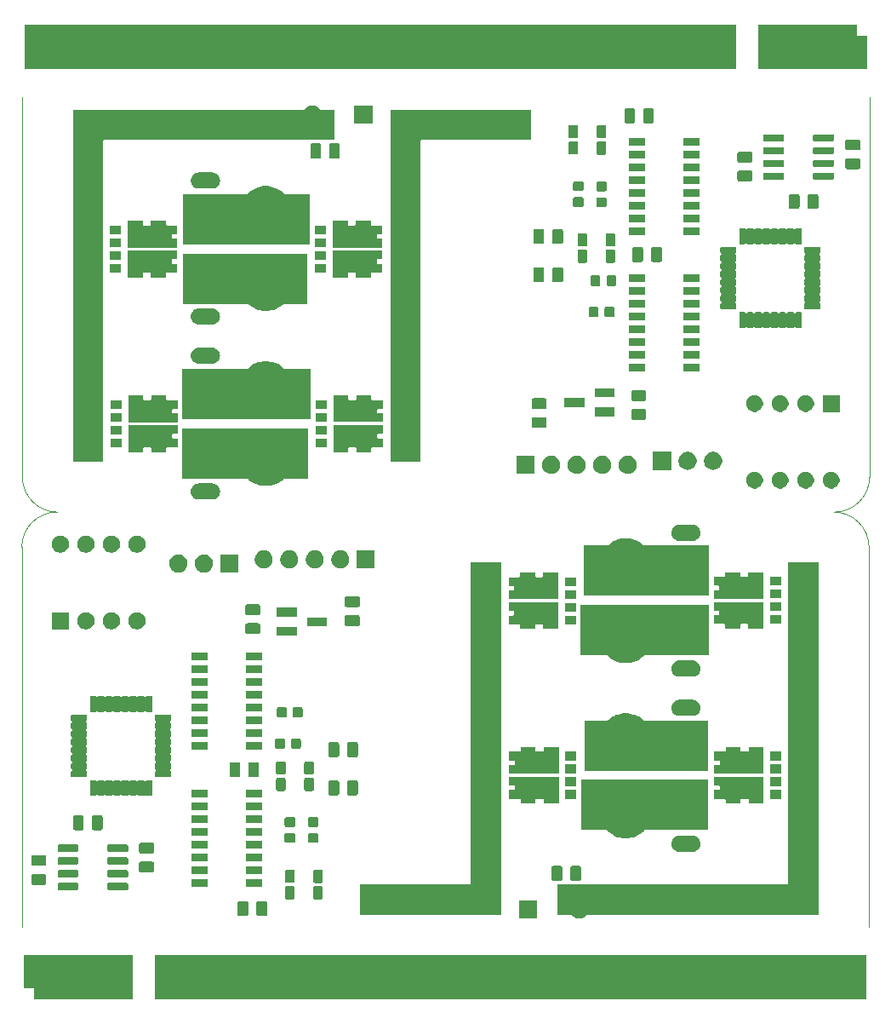
<source format=gbs>
%TF.GenerationSoftware,KiCad,Pcbnew,(5.1.6)-1*%
%TF.CreationDate,2020-06-21T16:42:46+09:00*%
%TF.ProjectId,CAN_Dual_H-Bridge_MD,43414e5f-4475-4616-9c5f-482d42726964,rev?*%
%TF.SameCoordinates,Original*%
%TF.FileFunction,Soldermask,Bot*%
%TF.FilePolarity,Negative*%
%FSLAX46Y46*%
G04 Gerber Fmt 4.6, Leading zero omitted, Abs format (unit mm)*
G04 Created by KiCad (PCBNEW (5.1.6)-1) date 2020-06-21 16:42:46*
%MOMM*%
%LPD*%
G01*
G04 APERTURE LIST*
%TA.AperFunction,Profile*%
%ADD10C,0.100000*%
%TD*%
%ADD11C,0.100000*%
G04 APERTURE END LIST*
D10*
X184680000Y-91500000D02*
G75*
G02*
X181180000Y-95000000I-3500000J0D01*
G01*
X100380000Y-91500000D02*
X100380000Y-53750000D01*
X184680000Y-91500000D02*
X184680000Y-53750000D01*
X103880000Y-95000000D02*
G75*
G02*
X100380000Y-91500000I0J3500000D01*
G01*
X100320000Y-98500000D02*
G75*
G02*
X103820000Y-95000000I3500000J0D01*
G01*
X181120000Y-95000000D02*
G75*
G02*
X184620000Y-98500000I0J-3500000D01*
G01*
X100320000Y-98500000D02*
X100320000Y-136250000D01*
X184620000Y-98500000D02*
X184620000Y-136250000D01*
D11*
G36*
X111371000Y-143401000D02*
G01*
X101569000Y-143401000D01*
X101569000Y-142425999D01*
X101566598Y-142401613D01*
X101559485Y-142378164D01*
X101547934Y-142356553D01*
X101532389Y-142337611D01*
X101513447Y-142322066D01*
X101491836Y-142310515D01*
X101468387Y-142303402D01*
X101444001Y-142301000D01*
X100569000Y-142301000D01*
X100569000Y-138999000D01*
X111371000Y-138999000D01*
X111371000Y-143401000D01*
G37*
G36*
X184371000Y-143401000D02*
G01*
X113569000Y-143401000D01*
X113569000Y-138999000D01*
X184371000Y-138999000D01*
X184371000Y-143401000D01*
G37*
G36*
X179600000Y-135000000D02*
G01*
X156596347Y-135000000D01*
X156571961Y-135002402D01*
X156548512Y-135009515D01*
X156526901Y-135021066D01*
X156507959Y-135036611D01*
X156492422Y-135055544D01*
X156479853Y-135074354D01*
X156354354Y-135199853D01*
X156206784Y-135298456D01*
X156042812Y-135366376D01*
X155893512Y-135396073D01*
X155868742Y-135401000D01*
X155691258Y-135401000D01*
X155666488Y-135396073D01*
X155517188Y-135366376D01*
X155353216Y-135298456D01*
X155205646Y-135199853D01*
X155080147Y-135074354D01*
X155067578Y-135055544D01*
X155052040Y-135036611D01*
X155033098Y-135021066D01*
X155011488Y-135009515D01*
X154988039Y-135002402D01*
X154963653Y-135000000D01*
X153600000Y-135000000D01*
X153600000Y-132000000D01*
X176475001Y-132000000D01*
X176499387Y-131997598D01*
X176522836Y-131990485D01*
X176544447Y-131978934D01*
X176563389Y-131963389D01*
X176578934Y-131944447D01*
X176590485Y-131922836D01*
X176597598Y-131899387D01*
X176600000Y-131875001D01*
X176600000Y-100000000D01*
X179600000Y-100000000D01*
X179600000Y-135000000D01*
G37*
G36*
X151601000Y-135401000D02*
G01*
X149799000Y-135401000D01*
X149799000Y-133599000D01*
X151601000Y-133599000D01*
X151601000Y-135401000D01*
G37*
G36*
X124571968Y-133653565D02*
G01*
X124610638Y-133665296D01*
X124646277Y-133684346D01*
X124677517Y-133709983D01*
X124703154Y-133741223D01*
X124722204Y-133776862D01*
X124733935Y-133815532D01*
X124738500Y-133861888D01*
X124738500Y-134938112D01*
X124733935Y-134984468D01*
X124722204Y-135023138D01*
X124703154Y-135058777D01*
X124677517Y-135090017D01*
X124646277Y-135115654D01*
X124610638Y-135134704D01*
X124571968Y-135146435D01*
X124525612Y-135151000D01*
X123874388Y-135151000D01*
X123828032Y-135146435D01*
X123789362Y-135134704D01*
X123753723Y-135115654D01*
X123722483Y-135090017D01*
X123696846Y-135058777D01*
X123677796Y-135023138D01*
X123666065Y-134984468D01*
X123661500Y-134938112D01*
X123661500Y-133861888D01*
X123666065Y-133815532D01*
X123677796Y-133776862D01*
X123696846Y-133741223D01*
X123722483Y-133709983D01*
X123753723Y-133684346D01*
X123789362Y-133665296D01*
X123828032Y-133653565D01*
X123874388Y-133649000D01*
X124525612Y-133649000D01*
X124571968Y-133653565D01*
G37*
G36*
X122696968Y-133653565D02*
G01*
X122735638Y-133665296D01*
X122771277Y-133684346D01*
X122802517Y-133709983D01*
X122828154Y-133741223D01*
X122847204Y-133776862D01*
X122858935Y-133815532D01*
X122863500Y-133861888D01*
X122863500Y-134938112D01*
X122858935Y-134984468D01*
X122847204Y-135023138D01*
X122828154Y-135058777D01*
X122802517Y-135090017D01*
X122771277Y-135115654D01*
X122735638Y-135134704D01*
X122696968Y-135146435D01*
X122650612Y-135151000D01*
X121999388Y-135151000D01*
X121953032Y-135146435D01*
X121914362Y-135134704D01*
X121878723Y-135115654D01*
X121847483Y-135090017D01*
X121821846Y-135058777D01*
X121802796Y-135023138D01*
X121791065Y-134984468D01*
X121786500Y-134938112D01*
X121786500Y-133861888D01*
X121791065Y-133815532D01*
X121802796Y-133776862D01*
X121821846Y-133741223D01*
X121847483Y-133709983D01*
X121878723Y-133684346D01*
X121914362Y-133665296D01*
X121953032Y-133653565D01*
X121999388Y-133649000D01*
X122650612Y-133649000D01*
X122696968Y-133653565D01*
G37*
G36*
X148000000Y-135000000D02*
G01*
X134000000Y-135000000D01*
X134000000Y-132000000D01*
X144875001Y-132000000D01*
X144899387Y-131997598D01*
X144922836Y-131990485D01*
X144944447Y-131978934D01*
X144963389Y-131963389D01*
X144978934Y-131944447D01*
X144990485Y-131922836D01*
X144997598Y-131899387D01*
X145000000Y-131875001D01*
X145000000Y-100000000D01*
X148000000Y-100000000D01*
X148000000Y-135000000D01*
G37*
G36*
X130134618Y-132165465D02*
G01*
X130167433Y-132175419D01*
X130197665Y-132191579D01*
X130224170Y-132213330D01*
X130245921Y-132239835D01*
X130262081Y-132270067D01*
X130272035Y-132302882D01*
X130276000Y-132343140D01*
X130276000Y-133306860D01*
X130272035Y-133347118D01*
X130262081Y-133379933D01*
X130245921Y-133410165D01*
X130224170Y-133436670D01*
X130197665Y-133458421D01*
X130167433Y-133474581D01*
X130134618Y-133484535D01*
X130094360Y-133488500D01*
X129505640Y-133488500D01*
X129465382Y-133484535D01*
X129432567Y-133474581D01*
X129402335Y-133458421D01*
X129375830Y-133436670D01*
X129354079Y-133410165D01*
X129337919Y-133379933D01*
X129327965Y-133347118D01*
X129324000Y-133306860D01*
X129324000Y-132343140D01*
X129327965Y-132302882D01*
X129337919Y-132270067D01*
X129354079Y-132239835D01*
X129375830Y-132213330D01*
X129402335Y-132191579D01*
X129432567Y-132175419D01*
X129465382Y-132165465D01*
X129505640Y-132161500D01*
X130094360Y-132161500D01*
X130134618Y-132165465D01*
G37*
G36*
X127334618Y-132152965D02*
G01*
X127367433Y-132162919D01*
X127397665Y-132179079D01*
X127424170Y-132200830D01*
X127445921Y-132227335D01*
X127462081Y-132257567D01*
X127472035Y-132290382D01*
X127476000Y-132330640D01*
X127476000Y-133294360D01*
X127472035Y-133334618D01*
X127462081Y-133367433D01*
X127445921Y-133397665D01*
X127424170Y-133424170D01*
X127397665Y-133445921D01*
X127367433Y-133462081D01*
X127334618Y-133472035D01*
X127294360Y-133476000D01*
X126705640Y-133476000D01*
X126665382Y-133472035D01*
X126632567Y-133462081D01*
X126602335Y-133445921D01*
X126575830Y-133424170D01*
X126554079Y-133397665D01*
X126537919Y-133367433D01*
X126527965Y-133334618D01*
X126524000Y-133294360D01*
X126524000Y-132330640D01*
X126527965Y-132290382D01*
X126537919Y-132257567D01*
X126554079Y-132227335D01*
X126575830Y-132200830D01*
X126602335Y-132179079D01*
X126632567Y-132162919D01*
X126665382Y-132152965D01*
X126705640Y-132149000D01*
X127294360Y-132149000D01*
X127334618Y-132152965D01*
G37*
G36*
X105859928Y-131856764D02*
G01*
X105881009Y-131863160D01*
X105900445Y-131873548D01*
X105917476Y-131887524D01*
X105931452Y-131904555D01*
X105941840Y-131923991D01*
X105948236Y-131945072D01*
X105951000Y-131973140D01*
X105951000Y-132436860D01*
X105948236Y-132464928D01*
X105941840Y-132486009D01*
X105931452Y-132505445D01*
X105917476Y-132522476D01*
X105900445Y-132536452D01*
X105881009Y-132546840D01*
X105859928Y-132553236D01*
X105831860Y-132556000D01*
X104018140Y-132556000D01*
X103990072Y-132553236D01*
X103968991Y-132546840D01*
X103949555Y-132536452D01*
X103932524Y-132522476D01*
X103918548Y-132505445D01*
X103908160Y-132486009D01*
X103901764Y-132464928D01*
X103899000Y-132436860D01*
X103899000Y-131973140D01*
X103901764Y-131945072D01*
X103908160Y-131923991D01*
X103918548Y-131904555D01*
X103932524Y-131887524D01*
X103949555Y-131873548D01*
X103968991Y-131863160D01*
X103990072Y-131856764D01*
X104018140Y-131854000D01*
X105831860Y-131854000D01*
X105859928Y-131856764D01*
G37*
G36*
X110809928Y-131856764D02*
G01*
X110831009Y-131863160D01*
X110850445Y-131873548D01*
X110867476Y-131887524D01*
X110881452Y-131904555D01*
X110891840Y-131923991D01*
X110898236Y-131945072D01*
X110901000Y-131973140D01*
X110901000Y-132436860D01*
X110898236Y-132464928D01*
X110891840Y-132486009D01*
X110881452Y-132505445D01*
X110867476Y-132522476D01*
X110850445Y-132536452D01*
X110831009Y-132546840D01*
X110809928Y-132553236D01*
X110781860Y-132556000D01*
X108968140Y-132556000D01*
X108940072Y-132553236D01*
X108918991Y-132546840D01*
X108899555Y-132536452D01*
X108882524Y-132522476D01*
X108868548Y-132505445D01*
X108858160Y-132486009D01*
X108851764Y-132464928D01*
X108849000Y-132436860D01*
X108849000Y-131973140D01*
X108851764Y-131945072D01*
X108858160Y-131923991D01*
X108868548Y-131904555D01*
X108882524Y-131887524D01*
X108899555Y-131873548D01*
X108918991Y-131863160D01*
X108940072Y-131856764D01*
X108968140Y-131854000D01*
X110781860Y-131854000D01*
X110809928Y-131856764D01*
G37*
G36*
X124240000Y-132211000D02*
G01*
X122638000Y-132211000D01*
X122638000Y-131459000D01*
X124240000Y-131459000D01*
X124240000Y-132211000D01*
G37*
G36*
X118840000Y-132211000D02*
G01*
X117238000Y-132211000D01*
X117238000Y-131459000D01*
X118840000Y-131459000D01*
X118840000Y-132211000D01*
G37*
G36*
X102584468Y-130966065D02*
G01*
X102623138Y-130977796D01*
X102658777Y-130996846D01*
X102690017Y-131022483D01*
X102715654Y-131053723D01*
X102734704Y-131089362D01*
X102746435Y-131128032D01*
X102751000Y-131174388D01*
X102751000Y-131825612D01*
X102746435Y-131871968D01*
X102734704Y-131910638D01*
X102715654Y-131946277D01*
X102690017Y-131977517D01*
X102658777Y-132003154D01*
X102623138Y-132022204D01*
X102584468Y-132033935D01*
X102538112Y-132038500D01*
X101461888Y-132038500D01*
X101415532Y-132033935D01*
X101376862Y-132022204D01*
X101341223Y-132003154D01*
X101309983Y-131977517D01*
X101284346Y-131946277D01*
X101265296Y-131910638D01*
X101253565Y-131871968D01*
X101249000Y-131825612D01*
X101249000Y-131174388D01*
X101253565Y-131128032D01*
X101265296Y-131089362D01*
X101284346Y-131053723D01*
X101309983Y-131022483D01*
X101341223Y-130996846D01*
X101376862Y-130977796D01*
X101415532Y-130966065D01*
X101461888Y-130961500D01*
X102538112Y-130961500D01*
X102584468Y-130966065D01*
G37*
G36*
X130134618Y-130540465D02*
G01*
X130167433Y-130550419D01*
X130197665Y-130566579D01*
X130224170Y-130588330D01*
X130245921Y-130614835D01*
X130262081Y-130645067D01*
X130272035Y-130677882D01*
X130276000Y-130718140D01*
X130276000Y-131681860D01*
X130272035Y-131722118D01*
X130262081Y-131754933D01*
X130245921Y-131785165D01*
X130224170Y-131811670D01*
X130197665Y-131833421D01*
X130167433Y-131849581D01*
X130134618Y-131859535D01*
X130094360Y-131863500D01*
X129505640Y-131863500D01*
X129465382Y-131859535D01*
X129432567Y-131849581D01*
X129402335Y-131833421D01*
X129375830Y-131811670D01*
X129354079Y-131785165D01*
X129337919Y-131754933D01*
X129327965Y-131722118D01*
X129324000Y-131681860D01*
X129324000Y-130718140D01*
X129327965Y-130677882D01*
X129337919Y-130645067D01*
X129354079Y-130614835D01*
X129375830Y-130588330D01*
X129402335Y-130566579D01*
X129432567Y-130550419D01*
X129465382Y-130540465D01*
X129505640Y-130536500D01*
X130094360Y-130536500D01*
X130134618Y-130540465D01*
G37*
G36*
X127334618Y-130527965D02*
G01*
X127367433Y-130537919D01*
X127397665Y-130554079D01*
X127424170Y-130575830D01*
X127445921Y-130602335D01*
X127462081Y-130632567D01*
X127472035Y-130665382D01*
X127476000Y-130705640D01*
X127476000Y-131669360D01*
X127472035Y-131709618D01*
X127462081Y-131742433D01*
X127445921Y-131772665D01*
X127424170Y-131799170D01*
X127397665Y-131820921D01*
X127367433Y-131837081D01*
X127334618Y-131847035D01*
X127294360Y-131851000D01*
X126705640Y-131851000D01*
X126665382Y-131847035D01*
X126632567Y-131837081D01*
X126602335Y-131820921D01*
X126575830Y-131799170D01*
X126554079Y-131772665D01*
X126537919Y-131742433D01*
X126527965Y-131709618D01*
X126524000Y-131669360D01*
X126524000Y-130705640D01*
X126527965Y-130665382D01*
X126537919Y-130632567D01*
X126554079Y-130602335D01*
X126575830Y-130575830D01*
X126602335Y-130554079D01*
X126632567Y-130537919D01*
X126665382Y-130527965D01*
X126705640Y-130524000D01*
X127294360Y-130524000D01*
X127334618Y-130527965D01*
G37*
G36*
X155809468Y-130153565D02*
G01*
X155848138Y-130165296D01*
X155883777Y-130184346D01*
X155915017Y-130209983D01*
X155940654Y-130241223D01*
X155959704Y-130276862D01*
X155971435Y-130315532D01*
X155976000Y-130361888D01*
X155976000Y-131438112D01*
X155971435Y-131484468D01*
X155959704Y-131523138D01*
X155940654Y-131558777D01*
X155915017Y-131590017D01*
X155883777Y-131615654D01*
X155848138Y-131634704D01*
X155809468Y-131646435D01*
X155763112Y-131651000D01*
X155111888Y-131651000D01*
X155065532Y-131646435D01*
X155026862Y-131634704D01*
X154991223Y-131615654D01*
X154959983Y-131590017D01*
X154934346Y-131558777D01*
X154915296Y-131523138D01*
X154903565Y-131484468D01*
X154899000Y-131438112D01*
X154899000Y-130361888D01*
X154903565Y-130315532D01*
X154915296Y-130276862D01*
X154934346Y-130241223D01*
X154959983Y-130209983D01*
X154991223Y-130184346D01*
X155026862Y-130165296D01*
X155065532Y-130153565D01*
X155111888Y-130149000D01*
X155763112Y-130149000D01*
X155809468Y-130153565D01*
G37*
G36*
X153934468Y-130153565D02*
G01*
X153973138Y-130165296D01*
X154008777Y-130184346D01*
X154040017Y-130209983D01*
X154065654Y-130241223D01*
X154084704Y-130276862D01*
X154096435Y-130315532D01*
X154101000Y-130361888D01*
X154101000Y-131438112D01*
X154096435Y-131484468D01*
X154084704Y-131523138D01*
X154065654Y-131558777D01*
X154040017Y-131590017D01*
X154008777Y-131615654D01*
X153973138Y-131634704D01*
X153934468Y-131646435D01*
X153888112Y-131651000D01*
X153236888Y-131651000D01*
X153190532Y-131646435D01*
X153151862Y-131634704D01*
X153116223Y-131615654D01*
X153084983Y-131590017D01*
X153059346Y-131558777D01*
X153040296Y-131523138D01*
X153028565Y-131484468D01*
X153024000Y-131438112D01*
X153024000Y-130361888D01*
X153028565Y-130315532D01*
X153040296Y-130276862D01*
X153059346Y-130241223D01*
X153084983Y-130209983D01*
X153116223Y-130184346D01*
X153151862Y-130165296D01*
X153190532Y-130153565D01*
X153236888Y-130149000D01*
X153888112Y-130149000D01*
X153934468Y-130153565D01*
G37*
G36*
X105859928Y-130586764D02*
G01*
X105881009Y-130593160D01*
X105900445Y-130603548D01*
X105917476Y-130617524D01*
X105931452Y-130634555D01*
X105941840Y-130653991D01*
X105948236Y-130675072D01*
X105951000Y-130703140D01*
X105951000Y-131166860D01*
X105948236Y-131194928D01*
X105941840Y-131216009D01*
X105931452Y-131235445D01*
X105917476Y-131252476D01*
X105900445Y-131266452D01*
X105881009Y-131276840D01*
X105859928Y-131283236D01*
X105831860Y-131286000D01*
X104018140Y-131286000D01*
X103990072Y-131283236D01*
X103968991Y-131276840D01*
X103949555Y-131266452D01*
X103932524Y-131252476D01*
X103918548Y-131235445D01*
X103908160Y-131216009D01*
X103901764Y-131194928D01*
X103899000Y-131166860D01*
X103899000Y-130703140D01*
X103901764Y-130675072D01*
X103908160Y-130653991D01*
X103918548Y-130634555D01*
X103932524Y-130617524D01*
X103949555Y-130603548D01*
X103968991Y-130593160D01*
X103990072Y-130586764D01*
X104018140Y-130584000D01*
X105831860Y-130584000D01*
X105859928Y-130586764D01*
G37*
G36*
X110809928Y-130586764D02*
G01*
X110831009Y-130593160D01*
X110850445Y-130603548D01*
X110867476Y-130617524D01*
X110881452Y-130634555D01*
X110891840Y-130653991D01*
X110898236Y-130675072D01*
X110901000Y-130703140D01*
X110901000Y-131166860D01*
X110898236Y-131194928D01*
X110891840Y-131216009D01*
X110881452Y-131235445D01*
X110867476Y-131252476D01*
X110850445Y-131266452D01*
X110831009Y-131276840D01*
X110809928Y-131283236D01*
X110781860Y-131286000D01*
X108968140Y-131286000D01*
X108940072Y-131283236D01*
X108918991Y-131276840D01*
X108899555Y-131266452D01*
X108882524Y-131252476D01*
X108868548Y-131235445D01*
X108858160Y-131216009D01*
X108851764Y-131194928D01*
X108849000Y-131166860D01*
X108849000Y-130703140D01*
X108851764Y-130675072D01*
X108858160Y-130653991D01*
X108868548Y-130634555D01*
X108882524Y-130617524D01*
X108899555Y-130603548D01*
X108918991Y-130593160D01*
X108940072Y-130586764D01*
X108968140Y-130584000D01*
X110781860Y-130584000D01*
X110809928Y-130586764D01*
G37*
G36*
X118840000Y-130941000D02*
G01*
X117238000Y-130941000D01*
X117238000Y-130189000D01*
X118840000Y-130189000D01*
X118840000Y-130941000D01*
G37*
G36*
X124240000Y-130941000D02*
G01*
X122638000Y-130941000D01*
X122638000Y-130189000D01*
X124240000Y-130189000D01*
X124240000Y-130941000D01*
G37*
G36*
X113322468Y-129741065D02*
G01*
X113361138Y-129752796D01*
X113396777Y-129771846D01*
X113428017Y-129797483D01*
X113453654Y-129828723D01*
X113472704Y-129864362D01*
X113484435Y-129903032D01*
X113489000Y-129949388D01*
X113489000Y-130600612D01*
X113484435Y-130646968D01*
X113472704Y-130685638D01*
X113453654Y-130721277D01*
X113428017Y-130752517D01*
X113396777Y-130778154D01*
X113361138Y-130797204D01*
X113322468Y-130808935D01*
X113276112Y-130813500D01*
X112199888Y-130813500D01*
X112153532Y-130808935D01*
X112114862Y-130797204D01*
X112079223Y-130778154D01*
X112047983Y-130752517D01*
X112022346Y-130721277D01*
X112003296Y-130685638D01*
X111991565Y-130646968D01*
X111987000Y-130600612D01*
X111987000Y-129949388D01*
X111991565Y-129903032D01*
X112003296Y-129864362D01*
X112022346Y-129828723D01*
X112047983Y-129797483D01*
X112079223Y-129771846D01*
X112114862Y-129752796D01*
X112153532Y-129741065D01*
X112199888Y-129736500D01*
X113276112Y-129736500D01*
X113322468Y-129741065D01*
G37*
G36*
X102584468Y-129091065D02*
G01*
X102623138Y-129102796D01*
X102658777Y-129121846D01*
X102690017Y-129147483D01*
X102715654Y-129178723D01*
X102734704Y-129214362D01*
X102746435Y-129253032D01*
X102751000Y-129299388D01*
X102751000Y-129950612D01*
X102746435Y-129996968D01*
X102734704Y-130035638D01*
X102715654Y-130071277D01*
X102690017Y-130102517D01*
X102658777Y-130128154D01*
X102623138Y-130147204D01*
X102584468Y-130158935D01*
X102538112Y-130163500D01*
X101461888Y-130163500D01*
X101415532Y-130158935D01*
X101376862Y-130147204D01*
X101341223Y-130128154D01*
X101309983Y-130102517D01*
X101284346Y-130071277D01*
X101265296Y-130035638D01*
X101253565Y-129996968D01*
X101249000Y-129950612D01*
X101249000Y-129299388D01*
X101253565Y-129253032D01*
X101265296Y-129214362D01*
X101284346Y-129178723D01*
X101309983Y-129147483D01*
X101341223Y-129121846D01*
X101376862Y-129102796D01*
X101415532Y-129091065D01*
X101461888Y-129086500D01*
X102538112Y-129086500D01*
X102584468Y-129091065D01*
G37*
G36*
X105859928Y-129316764D02*
G01*
X105881009Y-129323160D01*
X105900445Y-129333548D01*
X105917476Y-129347524D01*
X105931452Y-129364555D01*
X105941840Y-129383991D01*
X105948236Y-129405072D01*
X105951000Y-129433140D01*
X105951000Y-129896860D01*
X105948236Y-129924928D01*
X105941840Y-129946009D01*
X105931452Y-129965445D01*
X105917476Y-129982476D01*
X105900445Y-129996452D01*
X105881009Y-130006840D01*
X105859928Y-130013236D01*
X105831860Y-130016000D01*
X104018140Y-130016000D01*
X103990072Y-130013236D01*
X103968991Y-130006840D01*
X103949555Y-129996452D01*
X103932524Y-129982476D01*
X103918548Y-129965445D01*
X103908160Y-129946009D01*
X103901764Y-129924928D01*
X103899000Y-129896860D01*
X103899000Y-129433140D01*
X103901764Y-129405072D01*
X103908160Y-129383991D01*
X103918548Y-129364555D01*
X103932524Y-129347524D01*
X103949555Y-129333548D01*
X103968991Y-129323160D01*
X103990072Y-129316764D01*
X104018140Y-129314000D01*
X105831860Y-129314000D01*
X105859928Y-129316764D01*
G37*
G36*
X110809928Y-129316764D02*
G01*
X110831009Y-129323160D01*
X110850445Y-129333548D01*
X110867476Y-129347524D01*
X110881452Y-129364555D01*
X110891840Y-129383991D01*
X110898236Y-129405072D01*
X110901000Y-129433140D01*
X110901000Y-129896860D01*
X110898236Y-129924928D01*
X110891840Y-129946009D01*
X110881452Y-129965445D01*
X110867476Y-129982476D01*
X110850445Y-129996452D01*
X110831009Y-130006840D01*
X110809928Y-130013236D01*
X110781860Y-130016000D01*
X108968140Y-130016000D01*
X108940072Y-130013236D01*
X108918991Y-130006840D01*
X108899555Y-129996452D01*
X108882524Y-129982476D01*
X108868548Y-129965445D01*
X108858160Y-129946009D01*
X108851764Y-129924928D01*
X108849000Y-129896860D01*
X108849000Y-129433140D01*
X108851764Y-129405072D01*
X108858160Y-129383991D01*
X108868548Y-129364555D01*
X108882524Y-129347524D01*
X108899555Y-129333548D01*
X108918991Y-129323160D01*
X108940072Y-129316764D01*
X108968140Y-129314000D01*
X110781860Y-129314000D01*
X110809928Y-129316764D01*
G37*
G36*
X124240000Y-129671000D02*
G01*
X122638000Y-129671000D01*
X122638000Y-128919000D01*
X124240000Y-128919000D01*
X124240000Y-129671000D01*
G37*
G36*
X118840000Y-129671000D02*
G01*
X117238000Y-129671000D01*
X117238000Y-128919000D01*
X118840000Y-128919000D01*
X118840000Y-129671000D01*
G37*
G36*
X113322468Y-127866065D02*
G01*
X113361138Y-127877796D01*
X113396777Y-127896846D01*
X113428017Y-127922483D01*
X113453654Y-127953723D01*
X113472704Y-127989362D01*
X113484435Y-128028032D01*
X113489000Y-128074388D01*
X113489000Y-128725612D01*
X113484435Y-128771968D01*
X113472704Y-128810638D01*
X113453654Y-128846277D01*
X113428017Y-128877517D01*
X113396777Y-128903154D01*
X113361138Y-128922204D01*
X113322468Y-128933935D01*
X113276112Y-128938500D01*
X112199888Y-128938500D01*
X112153532Y-128933935D01*
X112114862Y-128922204D01*
X112079223Y-128903154D01*
X112047983Y-128877517D01*
X112022346Y-128846277D01*
X112003296Y-128810638D01*
X111991565Y-128771968D01*
X111987000Y-128725612D01*
X111987000Y-128074388D01*
X111991565Y-128028032D01*
X112003296Y-127989362D01*
X112022346Y-127953723D01*
X112047983Y-127922483D01*
X112079223Y-127896846D01*
X112114862Y-127877796D01*
X112153532Y-127866065D01*
X112199888Y-127861500D01*
X113276112Y-127861500D01*
X113322468Y-127866065D01*
G37*
G36*
X167128571Y-127152863D02*
G01*
X167207023Y-127160590D01*
X167307682Y-127191125D01*
X167358013Y-127206392D01*
X167497165Y-127280771D01*
X167619133Y-127380867D01*
X167719229Y-127502835D01*
X167793608Y-127641987D01*
X167793608Y-127641988D01*
X167839410Y-127792977D01*
X167854875Y-127950000D01*
X167839410Y-128107023D01*
X167822387Y-128163140D01*
X167793608Y-128258013D01*
X167719229Y-128397165D01*
X167619133Y-128519133D01*
X167497165Y-128619229D01*
X167358013Y-128693608D01*
X167307682Y-128708875D01*
X167207023Y-128739410D01*
X167140112Y-128746000D01*
X167089346Y-128751000D01*
X165710654Y-128751000D01*
X165659888Y-128746000D01*
X165592977Y-128739410D01*
X165492318Y-128708875D01*
X165441987Y-128693608D01*
X165302835Y-128619229D01*
X165180867Y-128519133D01*
X165080771Y-128397165D01*
X165006392Y-128258013D01*
X164977613Y-128163140D01*
X164960590Y-128107023D01*
X164945125Y-127950000D01*
X164960590Y-127792977D01*
X165006392Y-127641988D01*
X165006392Y-127641987D01*
X165080771Y-127502835D01*
X165180867Y-127380867D01*
X165302835Y-127280771D01*
X165441987Y-127206392D01*
X165492318Y-127191125D01*
X165592977Y-127160590D01*
X165671429Y-127152863D01*
X165710654Y-127149000D01*
X167089346Y-127149000D01*
X167128571Y-127152863D01*
G37*
G36*
X105859928Y-128046764D02*
G01*
X105881009Y-128053160D01*
X105900445Y-128063548D01*
X105917476Y-128077524D01*
X105931452Y-128094555D01*
X105941840Y-128113991D01*
X105948236Y-128135072D01*
X105951000Y-128163140D01*
X105951000Y-128626860D01*
X105948236Y-128654928D01*
X105941840Y-128676009D01*
X105931452Y-128695445D01*
X105917476Y-128712476D01*
X105900445Y-128726452D01*
X105881009Y-128736840D01*
X105859928Y-128743236D01*
X105831860Y-128746000D01*
X104018140Y-128746000D01*
X103990072Y-128743236D01*
X103968991Y-128736840D01*
X103949555Y-128726452D01*
X103932524Y-128712476D01*
X103918548Y-128695445D01*
X103908160Y-128676009D01*
X103901764Y-128654928D01*
X103899000Y-128626860D01*
X103899000Y-128163140D01*
X103901764Y-128135072D01*
X103908160Y-128113991D01*
X103918548Y-128094555D01*
X103932524Y-128077524D01*
X103949555Y-128063548D01*
X103968991Y-128053160D01*
X103990072Y-128046764D01*
X104018140Y-128044000D01*
X105831860Y-128044000D01*
X105859928Y-128046764D01*
G37*
G36*
X110809928Y-128046764D02*
G01*
X110831009Y-128053160D01*
X110850445Y-128063548D01*
X110867476Y-128077524D01*
X110881452Y-128094555D01*
X110891840Y-128113991D01*
X110898236Y-128135072D01*
X110901000Y-128163140D01*
X110901000Y-128626860D01*
X110898236Y-128654928D01*
X110891840Y-128676009D01*
X110881452Y-128695445D01*
X110867476Y-128712476D01*
X110850445Y-128726452D01*
X110831009Y-128736840D01*
X110809928Y-128743236D01*
X110781860Y-128746000D01*
X108968140Y-128746000D01*
X108940072Y-128743236D01*
X108918991Y-128736840D01*
X108899555Y-128726452D01*
X108882524Y-128712476D01*
X108868548Y-128695445D01*
X108858160Y-128676009D01*
X108851764Y-128654928D01*
X108849000Y-128626860D01*
X108849000Y-128163140D01*
X108851764Y-128135072D01*
X108858160Y-128113991D01*
X108868548Y-128094555D01*
X108882524Y-128077524D01*
X108899555Y-128063548D01*
X108918991Y-128053160D01*
X108940072Y-128046764D01*
X108968140Y-128044000D01*
X110781860Y-128044000D01*
X110809928Y-128046764D01*
G37*
G36*
X118840000Y-128401000D02*
G01*
X117238000Y-128401000D01*
X117238000Y-127649000D01*
X118840000Y-127649000D01*
X118840000Y-128401000D01*
G37*
G36*
X124240000Y-128401000D02*
G01*
X122638000Y-128401000D01*
X122638000Y-127649000D01*
X124240000Y-127649000D01*
X124240000Y-128401000D01*
G37*
G36*
X129679591Y-126903085D02*
G01*
X129713569Y-126913393D01*
X129744890Y-126930134D01*
X129772339Y-126952661D01*
X129794866Y-126980110D01*
X129811607Y-127011431D01*
X129821915Y-127045409D01*
X129826000Y-127086890D01*
X129826000Y-127688110D01*
X129821915Y-127729591D01*
X129811607Y-127763569D01*
X129794866Y-127794890D01*
X129772339Y-127822339D01*
X129744890Y-127844866D01*
X129713569Y-127861607D01*
X129679591Y-127871915D01*
X129638110Y-127876000D01*
X128961890Y-127876000D01*
X128920409Y-127871915D01*
X128886431Y-127861607D01*
X128855110Y-127844866D01*
X128827661Y-127822339D01*
X128805134Y-127794890D01*
X128788393Y-127763569D01*
X128778085Y-127729591D01*
X128774000Y-127688110D01*
X128774000Y-127086890D01*
X128778085Y-127045409D01*
X128788393Y-127011431D01*
X128805134Y-126980110D01*
X128827661Y-126952661D01*
X128855110Y-126930134D01*
X128886431Y-126913393D01*
X128920409Y-126903085D01*
X128961890Y-126899000D01*
X129638110Y-126899000D01*
X129679591Y-126903085D01*
G37*
G36*
X127379591Y-126890585D02*
G01*
X127413569Y-126900893D01*
X127444890Y-126917634D01*
X127472339Y-126940161D01*
X127494866Y-126967610D01*
X127511607Y-126998931D01*
X127521915Y-127032909D01*
X127526000Y-127074390D01*
X127526000Y-127675610D01*
X127521915Y-127717091D01*
X127511607Y-127751069D01*
X127494866Y-127782390D01*
X127472339Y-127809839D01*
X127444890Y-127832366D01*
X127413569Y-127849107D01*
X127379591Y-127859415D01*
X127338110Y-127863500D01*
X126661890Y-127863500D01*
X126620409Y-127859415D01*
X126586431Y-127849107D01*
X126555110Y-127832366D01*
X126527661Y-127809839D01*
X126505134Y-127782390D01*
X126488393Y-127751069D01*
X126478085Y-127717091D01*
X126474000Y-127675610D01*
X126474000Y-127074390D01*
X126478085Y-127032909D01*
X126488393Y-126998931D01*
X126505134Y-126967610D01*
X126527661Y-126940161D01*
X126555110Y-126917634D01*
X126586431Y-126900893D01*
X126620409Y-126890585D01*
X126661890Y-126886500D01*
X127338110Y-126886500D01*
X127379591Y-126890585D01*
G37*
G36*
X168600000Y-126600000D02*
G01*
X162330146Y-126600000D01*
X162305760Y-126602402D01*
X162282311Y-126609515D01*
X162260700Y-126621066D01*
X162241764Y-126636606D01*
X162058041Y-126820329D01*
X161790743Y-126998931D01*
X161632034Y-127104977D01*
X161387196Y-127206392D01*
X161158684Y-127301045D01*
X160907430Y-127351023D01*
X160656177Y-127401000D01*
X160143823Y-127401000D01*
X159892570Y-127351023D01*
X159641316Y-127301045D01*
X159412804Y-127206392D01*
X159167966Y-127104977D01*
X159009257Y-126998931D01*
X158741959Y-126820329D01*
X158558236Y-126636606D01*
X158539300Y-126621066D01*
X158517689Y-126609515D01*
X158494240Y-126602402D01*
X158469854Y-126600000D01*
X156000000Y-126600000D01*
X156000000Y-121600000D01*
X168600000Y-121600000D01*
X168600000Y-126600000D01*
G37*
G36*
X118840000Y-127131000D02*
G01*
X117238000Y-127131000D01*
X117238000Y-126379000D01*
X118840000Y-126379000D01*
X118840000Y-127131000D01*
G37*
G36*
X124240000Y-127131000D02*
G01*
X122638000Y-127131000D01*
X122638000Y-126379000D01*
X124240000Y-126379000D01*
X124240000Y-127131000D01*
G37*
G36*
X106330468Y-125119565D02*
G01*
X106369138Y-125131296D01*
X106404777Y-125150346D01*
X106436017Y-125175983D01*
X106461654Y-125207223D01*
X106480704Y-125242862D01*
X106492435Y-125281532D01*
X106497000Y-125327888D01*
X106497000Y-126404112D01*
X106492435Y-126450468D01*
X106480704Y-126489138D01*
X106461654Y-126524777D01*
X106436017Y-126556017D01*
X106404777Y-126581654D01*
X106369138Y-126600704D01*
X106330468Y-126612435D01*
X106284112Y-126617000D01*
X105632888Y-126617000D01*
X105586532Y-126612435D01*
X105547862Y-126600704D01*
X105512223Y-126581654D01*
X105480983Y-126556017D01*
X105455346Y-126524777D01*
X105436296Y-126489138D01*
X105424565Y-126450468D01*
X105420000Y-126404112D01*
X105420000Y-125327888D01*
X105424565Y-125281532D01*
X105436296Y-125242862D01*
X105455346Y-125207223D01*
X105480983Y-125175983D01*
X105512223Y-125150346D01*
X105547862Y-125131296D01*
X105586532Y-125119565D01*
X105632888Y-125115000D01*
X106284112Y-125115000D01*
X106330468Y-125119565D01*
G37*
G36*
X108205468Y-125119565D02*
G01*
X108244138Y-125131296D01*
X108279777Y-125150346D01*
X108311017Y-125175983D01*
X108336654Y-125207223D01*
X108355704Y-125242862D01*
X108367435Y-125281532D01*
X108372000Y-125327888D01*
X108372000Y-126404112D01*
X108367435Y-126450468D01*
X108355704Y-126489138D01*
X108336654Y-126524777D01*
X108311017Y-126556017D01*
X108279777Y-126581654D01*
X108244138Y-126600704D01*
X108205468Y-126612435D01*
X108159112Y-126617000D01*
X107507888Y-126617000D01*
X107461532Y-126612435D01*
X107422862Y-126600704D01*
X107387223Y-126581654D01*
X107355983Y-126556017D01*
X107330346Y-126524777D01*
X107311296Y-126489138D01*
X107299565Y-126450468D01*
X107295000Y-126404112D01*
X107295000Y-125327888D01*
X107299565Y-125281532D01*
X107311296Y-125242862D01*
X107330346Y-125207223D01*
X107355983Y-125175983D01*
X107387223Y-125150346D01*
X107422862Y-125131296D01*
X107461532Y-125119565D01*
X107507888Y-125115000D01*
X108159112Y-125115000D01*
X108205468Y-125119565D01*
G37*
G36*
X129679591Y-125328085D02*
G01*
X129713569Y-125338393D01*
X129744890Y-125355134D01*
X129772339Y-125377661D01*
X129794866Y-125405110D01*
X129811607Y-125436431D01*
X129821915Y-125470409D01*
X129826000Y-125511890D01*
X129826000Y-126113110D01*
X129821915Y-126154591D01*
X129811607Y-126188569D01*
X129794866Y-126219890D01*
X129772339Y-126247339D01*
X129744890Y-126269866D01*
X129713569Y-126286607D01*
X129679591Y-126296915D01*
X129638110Y-126301000D01*
X128961890Y-126301000D01*
X128920409Y-126296915D01*
X128886431Y-126286607D01*
X128855110Y-126269866D01*
X128827661Y-126247339D01*
X128805134Y-126219890D01*
X128788393Y-126188569D01*
X128778085Y-126154591D01*
X128774000Y-126113110D01*
X128774000Y-125511890D01*
X128778085Y-125470409D01*
X128788393Y-125436431D01*
X128805134Y-125405110D01*
X128827661Y-125377661D01*
X128855110Y-125355134D01*
X128886431Y-125338393D01*
X128920409Y-125328085D01*
X128961890Y-125324000D01*
X129638110Y-125324000D01*
X129679591Y-125328085D01*
G37*
G36*
X127379591Y-125315585D02*
G01*
X127413569Y-125325893D01*
X127444890Y-125342634D01*
X127472339Y-125365161D01*
X127494866Y-125392610D01*
X127511607Y-125423931D01*
X127521915Y-125457909D01*
X127526000Y-125499390D01*
X127526000Y-126100610D01*
X127521915Y-126142091D01*
X127511607Y-126176069D01*
X127494866Y-126207390D01*
X127472339Y-126234839D01*
X127444890Y-126257366D01*
X127413569Y-126274107D01*
X127379591Y-126284415D01*
X127338110Y-126288500D01*
X126661890Y-126288500D01*
X126620409Y-126284415D01*
X126586431Y-126274107D01*
X126555110Y-126257366D01*
X126527661Y-126234839D01*
X126505134Y-126207390D01*
X126488393Y-126176069D01*
X126478085Y-126142091D01*
X126474000Y-126100610D01*
X126474000Y-125499390D01*
X126478085Y-125457909D01*
X126488393Y-125423931D01*
X126505134Y-125392610D01*
X126527661Y-125365161D01*
X126555110Y-125342634D01*
X126586431Y-125325893D01*
X126620409Y-125315585D01*
X126661890Y-125311500D01*
X127338110Y-125311500D01*
X127379591Y-125315585D01*
G37*
G36*
X124240000Y-125861000D02*
G01*
X122638000Y-125861000D01*
X122638000Y-125109000D01*
X124240000Y-125109000D01*
X124240000Y-125861000D01*
G37*
G36*
X118840000Y-125861000D02*
G01*
X117238000Y-125861000D01*
X117238000Y-125109000D01*
X118840000Y-125109000D01*
X118840000Y-125861000D01*
G37*
G36*
X124240000Y-124591000D02*
G01*
X122638000Y-124591000D01*
X122638000Y-123839000D01*
X124240000Y-123839000D01*
X124240000Y-124591000D01*
G37*
G36*
X118840000Y-124591000D02*
G01*
X117238000Y-124591000D01*
X117238000Y-123839000D01*
X118840000Y-123839000D01*
X118840000Y-124591000D01*
G37*
G36*
X174141000Y-123975500D02*
G01*
X172639000Y-123975500D01*
X172639000Y-123605999D01*
X172636598Y-123581613D01*
X172629485Y-123558164D01*
X172617934Y-123536553D01*
X172602389Y-123517611D01*
X172583447Y-123502066D01*
X172561836Y-123490515D01*
X172538387Y-123483402D01*
X172514001Y-123481000D01*
X171965999Y-123481000D01*
X171941613Y-123483402D01*
X171918164Y-123490515D01*
X171896553Y-123502066D01*
X171877611Y-123517611D01*
X171862066Y-123536553D01*
X171850515Y-123558164D01*
X171843402Y-123581613D01*
X171841000Y-123605999D01*
X171841000Y-123975500D01*
X170339000Y-123975500D01*
X170339000Y-123605999D01*
X170336598Y-123581613D01*
X170329485Y-123558164D01*
X170317934Y-123536553D01*
X170302389Y-123517611D01*
X170283447Y-123502066D01*
X170261836Y-123490515D01*
X170238387Y-123483402D01*
X170214001Y-123481000D01*
X169199000Y-123481000D01*
X169199000Y-122629000D01*
X169634001Y-122629000D01*
X169658387Y-122626598D01*
X169681836Y-122619485D01*
X169703447Y-122607934D01*
X169722389Y-122592389D01*
X169737934Y-122573447D01*
X169749485Y-122551836D01*
X169756598Y-122528387D01*
X169759000Y-122504001D01*
X169759000Y-122275999D01*
X169756598Y-122251613D01*
X169749485Y-122228164D01*
X169737934Y-122206553D01*
X169722389Y-122187611D01*
X169703447Y-122172066D01*
X169681836Y-122160515D01*
X169658387Y-122153402D01*
X169634001Y-122151000D01*
X169199000Y-122151000D01*
X169199000Y-121299000D01*
X174141000Y-121299000D01*
X174141000Y-123975500D01*
G37*
G36*
X153744000Y-123975500D02*
G01*
X152242000Y-123975500D01*
X152242000Y-123605999D01*
X152239598Y-123581613D01*
X152232485Y-123558164D01*
X152220934Y-123536553D01*
X152205389Y-123517611D01*
X152186447Y-123502066D01*
X152164836Y-123490515D01*
X152141387Y-123483402D01*
X152117001Y-123481000D01*
X151568999Y-123481000D01*
X151544613Y-123483402D01*
X151521164Y-123490515D01*
X151499553Y-123502066D01*
X151480611Y-123517611D01*
X151465066Y-123536553D01*
X151453515Y-123558164D01*
X151446402Y-123581613D01*
X151444000Y-123605999D01*
X151444000Y-123975500D01*
X149942000Y-123975500D01*
X149942000Y-123605999D01*
X149939598Y-123581613D01*
X149932485Y-123558164D01*
X149920934Y-123536553D01*
X149905389Y-123517611D01*
X149886447Y-123502066D01*
X149864836Y-123490515D01*
X149841387Y-123483402D01*
X149817001Y-123481000D01*
X148802000Y-123481000D01*
X148802000Y-122629000D01*
X149237001Y-122629000D01*
X149261387Y-122626598D01*
X149284836Y-122619485D01*
X149306447Y-122607934D01*
X149325389Y-122592389D01*
X149340934Y-122573447D01*
X149352485Y-122551836D01*
X149359598Y-122528387D01*
X149362000Y-122504001D01*
X149362000Y-122275999D01*
X149359598Y-122251613D01*
X149352485Y-122228164D01*
X149340934Y-122206553D01*
X149325389Y-122187611D01*
X149306447Y-122172066D01*
X149284836Y-122160515D01*
X149261387Y-122153402D01*
X149237001Y-122151000D01*
X148802000Y-122151000D01*
X148802000Y-121299000D01*
X153744000Y-121299000D01*
X153744000Y-123975500D01*
G37*
G36*
X175890000Y-123481000D02*
G01*
X174788000Y-123481000D01*
X174788000Y-122629000D01*
X175890000Y-122629000D01*
X175890000Y-123481000D01*
G37*
G36*
X155493000Y-123481000D02*
G01*
X154391000Y-123481000D01*
X154391000Y-122629000D01*
X155493000Y-122629000D01*
X155493000Y-123481000D01*
G37*
G36*
X118840000Y-123321000D02*
G01*
X117238000Y-123321000D01*
X117238000Y-122569000D01*
X118840000Y-122569000D01*
X118840000Y-123321000D01*
G37*
G36*
X124240000Y-123321000D02*
G01*
X122638000Y-123321000D01*
X122638000Y-122569000D01*
X124240000Y-122569000D01*
X124240000Y-123321000D01*
G37*
G36*
X107628051Y-121622284D02*
G01*
X107644443Y-121627257D01*
X107659555Y-121635334D01*
X107672798Y-121646202D01*
X107683667Y-121659447D01*
X107687761Y-121667106D01*
X107701374Y-121687480D01*
X107718701Y-121704807D01*
X107739076Y-121718421D01*
X107761714Y-121727798D01*
X107785748Y-121732579D01*
X107810252Y-121732579D01*
X107834285Y-121727799D01*
X107856924Y-121718421D01*
X107877298Y-121704808D01*
X107894625Y-121687481D01*
X107908239Y-121667106D01*
X107912333Y-121659447D01*
X107923202Y-121646202D01*
X107936445Y-121635334D01*
X107951557Y-121627257D01*
X107967949Y-121622284D01*
X107991141Y-121620000D01*
X108404859Y-121620000D01*
X108428051Y-121622284D01*
X108444443Y-121627257D01*
X108459555Y-121635334D01*
X108472798Y-121646202D01*
X108483667Y-121659447D01*
X108487761Y-121667106D01*
X108501374Y-121687480D01*
X108518701Y-121704807D01*
X108539076Y-121718421D01*
X108561714Y-121727798D01*
X108585748Y-121732579D01*
X108610252Y-121732579D01*
X108634285Y-121727799D01*
X108656924Y-121718421D01*
X108677298Y-121704808D01*
X108694625Y-121687481D01*
X108708239Y-121667106D01*
X108712333Y-121659447D01*
X108723202Y-121646202D01*
X108736445Y-121635334D01*
X108751557Y-121627257D01*
X108767949Y-121622284D01*
X108791141Y-121620000D01*
X109204859Y-121620000D01*
X109228051Y-121622284D01*
X109244443Y-121627257D01*
X109259555Y-121635334D01*
X109272798Y-121646202D01*
X109283667Y-121659447D01*
X109287761Y-121667106D01*
X109301374Y-121687480D01*
X109318701Y-121704807D01*
X109339076Y-121718421D01*
X109361714Y-121727798D01*
X109385748Y-121732579D01*
X109410252Y-121732579D01*
X109434285Y-121727799D01*
X109456924Y-121718421D01*
X109477298Y-121704808D01*
X109494625Y-121687481D01*
X109508239Y-121667106D01*
X109512333Y-121659447D01*
X109523202Y-121646202D01*
X109536445Y-121635334D01*
X109551557Y-121627257D01*
X109567949Y-121622284D01*
X109591141Y-121620000D01*
X110004859Y-121620000D01*
X110028051Y-121622284D01*
X110044443Y-121627257D01*
X110059555Y-121635334D01*
X110072798Y-121646202D01*
X110083667Y-121659447D01*
X110087761Y-121667106D01*
X110101374Y-121687480D01*
X110118701Y-121704807D01*
X110139076Y-121718421D01*
X110161714Y-121727798D01*
X110185748Y-121732579D01*
X110210252Y-121732579D01*
X110234285Y-121727799D01*
X110256924Y-121718421D01*
X110277298Y-121704808D01*
X110294625Y-121687481D01*
X110308239Y-121667106D01*
X110312333Y-121659447D01*
X110323202Y-121646202D01*
X110336445Y-121635334D01*
X110351557Y-121627257D01*
X110367949Y-121622284D01*
X110391141Y-121620000D01*
X110804859Y-121620000D01*
X110828051Y-121622284D01*
X110844443Y-121627257D01*
X110859555Y-121635334D01*
X110872798Y-121646202D01*
X110883667Y-121659447D01*
X110887761Y-121667106D01*
X110901374Y-121687480D01*
X110918701Y-121704807D01*
X110939076Y-121718421D01*
X110961714Y-121727798D01*
X110985748Y-121732579D01*
X111010252Y-121732579D01*
X111034285Y-121727799D01*
X111056924Y-121718421D01*
X111077298Y-121704808D01*
X111094625Y-121687481D01*
X111108239Y-121667106D01*
X111112333Y-121659447D01*
X111123202Y-121646202D01*
X111136445Y-121635334D01*
X111151557Y-121627257D01*
X111167949Y-121622284D01*
X111191141Y-121620000D01*
X111604859Y-121620000D01*
X111628051Y-121622284D01*
X111644443Y-121627257D01*
X111659555Y-121635334D01*
X111672798Y-121646202D01*
X111683667Y-121659447D01*
X111687761Y-121667106D01*
X111701374Y-121687480D01*
X111718701Y-121704807D01*
X111739076Y-121718421D01*
X111761714Y-121727798D01*
X111785748Y-121732579D01*
X111810252Y-121732579D01*
X111834285Y-121727799D01*
X111856924Y-121718421D01*
X111877298Y-121704808D01*
X111894625Y-121687481D01*
X111908239Y-121667106D01*
X111912333Y-121659447D01*
X111923202Y-121646202D01*
X111936445Y-121635334D01*
X111951557Y-121627257D01*
X111967949Y-121622284D01*
X111991141Y-121620000D01*
X112404859Y-121620000D01*
X112428051Y-121622284D01*
X112444443Y-121627257D01*
X112459555Y-121635334D01*
X112472798Y-121646202D01*
X112483667Y-121659447D01*
X112487761Y-121667106D01*
X112501374Y-121687480D01*
X112518701Y-121704807D01*
X112539076Y-121718421D01*
X112561714Y-121727798D01*
X112585748Y-121732579D01*
X112610252Y-121732579D01*
X112634285Y-121727799D01*
X112656924Y-121718421D01*
X112677298Y-121704808D01*
X112694625Y-121687481D01*
X112708239Y-121667106D01*
X112712333Y-121659447D01*
X112723202Y-121646202D01*
X112736445Y-121635334D01*
X112751557Y-121627257D01*
X112767949Y-121622284D01*
X112791141Y-121620000D01*
X113204859Y-121620000D01*
X113228051Y-121622284D01*
X113244443Y-121627257D01*
X113259555Y-121635334D01*
X113272798Y-121646202D01*
X113283666Y-121659445D01*
X113291743Y-121674557D01*
X113296716Y-121690949D01*
X113299000Y-121714141D01*
X113299000Y-123127859D01*
X113296716Y-123151051D01*
X113291743Y-123167443D01*
X113283666Y-123182555D01*
X113272798Y-123195798D01*
X113259555Y-123206666D01*
X113244443Y-123214743D01*
X113228051Y-123219716D01*
X113204859Y-123222000D01*
X112791141Y-123222000D01*
X112767949Y-123219716D01*
X112751557Y-123214743D01*
X112736445Y-123206666D01*
X112723202Y-123195798D01*
X112712333Y-123182553D01*
X112708239Y-123174894D01*
X112694626Y-123154520D01*
X112677299Y-123137193D01*
X112656924Y-123123579D01*
X112634286Y-123114202D01*
X112610252Y-123109421D01*
X112585748Y-123109421D01*
X112561715Y-123114201D01*
X112539076Y-123123579D01*
X112518702Y-123137192D01*
X112501375Y-123154519D01*
X112487761Y-123174894D01*
X112483667Y-123182553D01*
X112472798Y-123195798D01*
X112459555Y-123206666D01*
X112444443Y-123214743D01*
X112428051Y-123219716D01*
X112404859Y-123222000D01*
X111991141Y-123222000D01*
X111967949Y-123219716D01*
X111951557Y-123214743D01*
X111936445Y-123206666D01*
X111923202Y-123195798D01*
X111912333Y-123182553D01*
X111908239Y-123174894D01*
X111894626Y-123154520D01*
X111877299Y-123137193D01*
X111856924Y-123123579D01*
X111834286Y-123114202D01*
X111810252Y-123109421D01*
X111785748Y-123109421D01*
X111761715Y-123114201D01*
X111739076Y-123123579D01*
X111718702Y-123137192D01*
X111701375Y-123154519D01*
X111687761Y-123174894D01*
X111683667Y-123182553D01*
X111672798Y-123195798D01*
X111659555Y-123206666D01*
X111644443Y-123214743D01*
X111628051Y-123219716D01*
X111604859Y-123222000D01*
X111191141Y-123222000D01*
X111167949Y-123219716D01*
X111151557Y-123214743D01*
X111136445Y-123206666D01*
X111123202Y-123195798D01*
X111112333Y-123182553D01*
X111108239Y-123174894D01*
X111094626Y-123154520D01*
X111077299Y-123137193D01*
X111056924Y-123123579D01*
X111034286Y-123114202D01*
X111010252Y-123109421D01*
X110985748Y-123109421D01*
X110961715Y-123114201D01*
X110939076Y-123123579D01*
X110918702Y-123137192D01*
X110901375Y-123154519D01*
X110887761Y-123174894D01*
X110883667Y-123182553D01*
X110872798Y-123195798D01*
X110859555Y-123206666D01*
X110844443Y-123214743D01*
X110828051Y-123219716D01*
X110804859Y-123222000D01*
X110391141Y-123222000D01*
X110367949Y-123219716D01*
X110351557Y-123214743D01*
X110336445Y-123206666D01*
X110323202Y-123195798D01*
X110312333Y-123182553D01*
X110308239Y-123174894D01*
X110294626Y-123154520D01*
X110277299Y-123137193D01*
X110256924Y-123123579D01*
X110234286Y-123114202D01*
X110210252Y-123109421D01*
X110185748Y-123109421D01*
X110161715Y-123114201D01*
X110139076Y-123123579D01*
X110118702Y-123137192D01*
X110101375Y-123154519D01*
X110087761Y-123174894D01*
X110083667Y-123182553D01*
X110072798Y-123195798D01*
X110059555Y-123206666D01*
X110044443Y-123214743D01*
X110028051Y-123219716D01*
X110004859Y-123222000D01*
X109591141Y-123222000D01*
X109567949Y-123219716D01*
X109551557Y-123214743D01*
X109536445Y-123206666D01*
X109523202Y-123195798D01*
X109512333Y-123182553D01*
X109508239Y-123174894D01*
X109494626Y-123154520D01*
X109477299Y-123137193D01*
X109456924Y-123123579D01*
X109434286Y-123114202D01*
X109410252Y-123109421D01*
X109385748Y-123109421D01*
X109361715Y-123114201D01*
X109339076Y-123123579D01*
X109318702Y-123137192D01*
X109301375Y-123154519D01*
X109287761Y-123174894D01*
X109283667Y-123182553D01*
X109272798Y-123195798D01*
X109259555Y-123206666D01*
X109244443Y-123214743D01*
X109228051Y-123219716D01*
X109204859Y-123222000D01*
X108791141Y-123222000D01*
X108767949Y-123219716D01*
X108751557Y-123214743D01*
X108736445Y-123206666D01*
X108723202Y-123195798D01*
X108712333Y-123182553D01*
X108708239Y-123174894D01*
X108694626Y-123154520D01*
X108677299Y-123137193D01*
X108656924Y-123123579D01*
X108634286Y-123114202D01*
X108610252Y-123109421D01*
X108585748Y-123109421D01*
X108561715Y-123114201D01*
X108539076Y-123123579D01*
X108518702Y-123137192D01*
X108501375Y-123154519D01*
X108487761Y-123174894D01*
X108483667Y-123182553D01*
X108472798Y-123195798D01*
X108459555Y-123206666D01*
X108444443Y-123214743D01*
X108428051Y-123219716D01*
X108404859Y-123222000D01*
X107991141Y-123222000D01*
X107967949Y-123219716D01*
X107951557Y-123214743D01*
X107936445Y-123206666D01*
X107923202Y-123195798D01*
X107912333Y-123182553D01*
X107908239Y-123174894D01*
X107894626Y-123154520D01*
X107877299Y-123137193D01*
X107856924Y-123123579D01*
X107834286Y-123114202D01*
X107810252Y-123109421D01*
X107785748Y-123109421D01*
X107761715Y-123114201D01*
X107739076Y-123123579D01*
X107718702Y-123137192D01*
X107701375Y-123154519D01*
X107687761Y-123174894D01*
X107683667Y-123182553D01*
X107672798Y-123195798D01*
X107659555Y-123206666D01*
X107644443Y-123214743D01*
X107628051Y-123219716D01*
X107604859Y-123222000D01*
X107191141Y-123222000D01*
X107167949Y-123219716D01*
X107151557Y-123214743D01*
X107136445Y-123206666D01*
X107123202Y-123195798D01*
X107112334Y-123182555D01*
X107104257Y-123167443D01*
X107099284Y-123151051D01*
X107097000Y-123127859D01*
X107097000Y-121714141D01*
X107099284Y-121690949D01*
X107104257Y-121674557D01*
X107112334Y-121659445D01*
X107123202Y-121646202D01*
X107136445Y-121635334D01*
X107151557Y-121627257D01*
X107167949Y-121622284D01*
X107191141Y-121620000D01*
X107604859Y-121620000D01*
X107628051Y-121622284D01*
G37*
G36*
X133609468Y-121653565D02*
G01*
X133648138Y-121665296D01*
X133683777Y-121684346D01*
X133715017Y-121709983D01*
X133740654Y-121741223D01*
X133759704Y-121776862D01*
X133771435Y-121815532D01*
X133776000Y-121861888D01*
X133776000Y-122938112D01*
X133771435Y-122984468D01*
X133759704Y-123023138D01*
X133740654Y-123058777D01*
X133715017Y-123090017D01*
X133683777Y-123115654D01*
X133648138Y-123134704D01*
X133609468Y-123146435D01*
X133563112Y-123151000D01*
X132911888Y-123151000D01*
X132865532Y-123146435D01*
X132826862Y-123134704D01*
X132791223Y-123115654D01*
X132759983Y-123090017D01*
X132734346Y-123058777D01*
X132715296Y-123023138D01*
X132703565Y-122984468D01*
X132699000Y-122938112D01*
X132699000Y-121861888D01*
X132703565Y-121815532D01*
X132715296Y-121776862D01*
X132734346Y-121741223D01*
X132759983Y-121709983D01*
X132791223Y-121684346D01*
X132826862Y-121665296D01*
X132865532Y-121653565D01*
X132911888Y-121649000D01*
X133563112Y-121649000D01*
X133609468Y-121653565D01*
G37*
G36*
X131734468Y-121653565D02*
G01*
X131773138Y-121665296D01*
X131808777Y-121684346D01*
X131840017Y-121709983D01*
X131865654Y-121741223D01*
X131884704Y-121776862D01*
X131896435Y-121815532D01*
X131901000Y-121861888D01*
X131901000Y-122938112D01*
X131896435Y-122984468D01*
X131884704Y-123023138D01*
X131865654Y-123058777D01*
X131840017Y-123090017D01*
X131808777Y-123115654D01*
X131773138Y-123134704D01*
X131734468Y-123146435D01*
X131688112Y-123151000D01*
X131036888Y-123151000D01*
X130990532Y-123146435D01*
X130951862Y-123134704D01*
X130916223Y-123115654D01*
X130884983Y-123090017D01*
X130859346Y-123058777D01*
X130840296Y-123023138D01*
X130828565Y-122984468D01*
X130824000Y-122938112D01*
X130824000Y-121861888D01*
X130828565Y-121815532D01*
X130840296Y-121776862D01*
X130859346Y-121741223D01*
X130884983Y-121709983D01*
X130916223Y-121684346D01*
X130951862Y-121665296D01*
X130990532Y-121653565D01*
X131036888Y-121649000D01*
X131688112Y-121649000D01*
X131734468Y-121653565D01*
G37*
G36*
X129234618Y-121402965D02*
G01*
X129267433Y-121412919D01*
X129297665Y-121429079D01*
X129324170Y-121450830D01*
X129345921Y-121477335D01*
X129362081Y-121507567D01*
X129372035Y-121540382D01*
X129376000Y-121580640D01*
X129376000Y-122544360D01*
X129372035Y-122584618D01*
X129362081Y-122617433D01*
X129345921Y-122647665D01*
X129324170Y-122674170D01*
X129297665Y-122695921D01*
X129267433Y-122712081D01*
X129234618Y-122722035D01*
X129194360Y-122726000D01*
X128605640Y-122726000D01*
X128565382Y-122722035D01*
X128532567Y-122712081D01*
X128502335Y-122695921D01*
X128475830Y-122674170D01*
X128454079Y-122647665D01*
X128437919Y-122617433D01*
X128427965Y-122584618D01*
X128424000Y-122544360D01*
X128424000Y-121580640D01*
X128427965Y-121540382D01*
X128437919Y-121507567D01*
X128454079Y-121477335D01*
X128475830Y-121450830D01*
X128502335Y-121429079D01*
X128532567Y-121412919D01*
X128565382Y-121402965D01*
X128605640Y-121399000D01*
X129194360Y-121399000D01*
X129234618Y-121402965D01*
G37*
G36*
X126434618Y-121402965D02*
G01*
X126467433Y-121412919D01*
X126497665Y-121429079D01*
X126524170Y-121450830D01*
X126545921Y-121477335D01*
X126562081Y-121507567D01*
X126572035Y-121540382D01*
X126576000Y-121580640D01*
X126576000Y-122544360D01*
X126572035Y-122584618D01*
X126562081Y-122617433D01*
X126545921Y-122647665D01*
X126524170Y-122674170D01*
X126497665Y-122695921D01*
X126467433Y-122712081D01*
X126434618Y-122722035D01*
X126394360Y-122726000D01*
X125805640Y-122726000D01*
X125765382Y-122722035D01*
X125732567Y-122712081D01*
X125702335Y-122695921D01*
X125675830Y-122674170D01*
X125654079Y-122647665D01*
X125637919Y-122617433D01*
X125627965Y-122584618D01*
X125624000Y-122544360D01*
X125624000Y-121580640D01*
X125627965Y-121540382D01*
X125637919Y-121507567D01*
X125654079Y-121477335D01*
X125675830Y-121450830D01*
X125702335Y-121429079D01*
X125732567Y-121412919D01*
X125765382Y-121402965D01*
X125805640Y-121399000D01*
X126394360Y-121399000D01*
X126434618Y-121402965D01*
G37*
G36*
X155493000Y-122211000D02*
G01*
X154391000Y-122211000D01*
X154391000Y-121359000D01*
X155493000Y-121359000D01*
X155493000Y-122211000D01*
G37*
G36*
X175890000Y-122211000D02*
G01*
X174788000Y-122211000D01*
X174788000Y-121359000D01*
X175890000Y-121359000D01*
X175890000Y-122211000D01*
G37*
G36*
X123771968Y-119853565D02*
G01*
X123810638Y-119865296D01*
X123846277Y-119884346D01*
X123877517Y-119909983D01*
X123903154Y-119941223D01*
X123922204Y-119976862D01*
X123933935Y-120015532D01*
X123938500Y-120061888D01*
X123938500Y-121138112D01*
X123933935Y-121184468D01*
X123922204Y-121223138D01*
X123903154Y-121258777D01*
X123877517Y-121290017D01*
X123846277Y-121315654D01*
X123810638Y-121334704D01*
X123771968Y-121346435D01*
X123725612Y-121351000D01*
X123074388Y-121351000D01*
X123028032Y-121346435D01*
X122989362Y-121334704D01*
X122953723Y-121315654D01*
X122922483Y-121290017D01*
X122896846Y-121258777D01*
X122877796Y-121223138D01*
X122866065Y-121184468D01*
X122861500Y-121138112D01*
X122861500Y-120061888D01*
X122866065Y-120015532D01*
X122877796Y-119976862D01*
X122896846Y-119941223D01*
X122922483Y-119909983D01*
X122953723Y-119884346D01*
X122989362Y-119865296D01*
X123028032Y-119853565D01*
X123074388Y-119849000D01*
X123725612Y-119849000D01*
X123771968Y-119853565D01*
G37*
G36*
X121896968Y-119853565D02*
G01*
X121935638Y-119865296D01*
X121971277Y-119884346D01*
X122002517Y-119909983D01*
X122028154Y-119941223D01*
X122047204Y-119976862D01*
X122058935Y-120015532D01*
X122063500Y-120061888D01*
X122063500Y-121138112D01*
X122058935Y-121184468D01*
X122047204Y-121223138D01*
X122028154Y-121258777D01*
X122002517Y-121290017D01*
X121971277Y-121315654D01*
X121935638Y-121334704D01*
X121896968Y-121346435D01*
X121850612Y-121351000D01*
X121199388Y-121351000D01*
X121153032Y-121346435D01*
X121114362Y-121334704D01*
X121078723Y-121315654D01*
X121047483Y-121290017D01*
X121021846Y-121258777D01*
X121002796Y-121223138D01*
X120991065Y-121184468D01*
X120986500Y-121138112D01*
X120986500Y-120061888D01*
X120991065Y-120015532D01*
X121002796Y-119976862D01*
X121021846Y-119941223D01*
X121047483Y-119909983D01*
X121078723Y-119884346D01*
X121114362Y-119865296D01*
X121153032Y-119853565D01*
X121199388Y-119849000D01*
X121850612Y-119849000D01*
X121896968Y-119853565D01*
G37*
G36*
X115103051Y-115147284D02*
G01*
X115119443Y-115152257D01*
X115134555Y-115160334D01*
X115147798Y-115171202D01*
X115158666Y-115184445D01*
X115166743Y-115199557D01*
X115171716Y-115215949D01*
X115174000Y-115239141D01*
X115174000Y-115652859D01*
X115171716Y-115676051D01*
X115166743Y-115692443D01*
X115158666Y-115707555D01*
X115147798Y-115720798D01*
X115134553Y-115731667D01*
X115126894Y-115735761D01*
X115106520Y-115749374D01*
X115089193Y-115766701D01*
X115075579Y-115787076D01*
X115066202Y-115809714D01*
X115061421Y-115833748D01*
X115061421Y-115858252D01*
X115066201Y-115882285D01*
X115075579Y-115904924D01*
X115089192Y-115925298D01*
X115106519Y-115942625D01*
X115126894Y-115956239D01*
X115134553Y-115960333D01*
X115147798Y-115971202D01*
X115158666Y-115984445D01*
X115166743Y-115999557D01*
X115171716Y-116015949D01*
X115174000Y-116039141D01*
X115174000Y-116452859D01*
X115171716Y-116476051D01*
X115166743Y-116492443D01*
X115158666Y-116507555D01*
X115147798Y-116520798D01*
X115134553Y-116531667D01*
X115126894Y-116535761D01*
X115106520Y-116549374D01*
X115089193Y-116566701D01*
X115075579Y-116587076D01*
X115066202Y-116609714D01*
X115061421Y-116633748D01*
X115061421Y-116658252D01*
X115066201Y-116682285D01*
X115075579Y-116704924D01*
X115089192Y-116725298D01*
X115106519Y-116742625D01*
X115126894Y-116756239D01*
X115134553Y-116760333D01*
X115147798Y-116771202D01*
X115158666Y-116784445D01*
X115166743Y-116799557D01*
X115171716Y-116815949D01*
X115174000Y-116839141D01*
X115174000Y-117252859D01*
X115171716Y-117276051D01*
X115166743Y-117292443D01*
X115158666Y-117307555D01*
X115147798Y-117320798D01*
X115134553Y-117331667D01*
X115126894Y-117335761D01*
X115106520Y-117349374D01*
X115089193Y-117366701D01*
X115075579Y-117387076D01*
X115066202Y-117409714D01*
X115061421Y-117433748D01*
X115061421Y-117458252D01*
X115066201Y-117482285D01*
X115075579Y-117504924D01*
X115089192Y-117525298D01*
X115106519Y-117542625D01*
X115126894Y-117556239D01*
X115134553Y-117560333D01*
X115147798Y-117571202D01*
X115158666Y-117584445D01*
X115166743Y-117599557D01*
X115171716Y-117615949D01*
X115174000Y-117639141D01*
X115174000Y-118052859D01*
X115171716Y-118076051D01*
X115166743Y-118092443D01*
X115158666Y-118107555D01*
X115147798Y-118120798D01*
X115134553Y-118131667D01*
X115126894Y-118135761D01*
X115106520Y-118149374D01*
X115089193Y-118166701D01*
X115075579Y-118187076D01*
X115066202Y-118209714D01*
X115061421Y-118233748D01*
X115061421Y-118258252D01*
X115066201Y-118282285D01*
X115075579Y-118304924D01*
X115089192Y-118325298D01*
X115106519Y-118342625D01*
X115126894Y-118356239D01*
X115134553Y-118360333D01*
X115147798Y-118371202D01*
X115158666Y-118384445D01*
X115166743Y-118399557D01*
X115171716Y-118415949D01*
X115174000Y-118439141D01*
X115174000Y-118852859D01*
X115171716Y-118876051D01*
X115166743Y-118892443D01*
X115158666Y-118907555D01*
X115147798Y-118920798D01*
X115134553Y-118931667D01*
X115126894Y-118935761D01*
X115106520Y-118949374D01*
X115089193Y-118966701D01*
X115075579Y-118987076D01*
X115066202Y-119009714D01*
X115061421Y-119033748D01*
X115061421Y-119058252D01*
X115066201Y-119082285D01*
X115075579Y-119104924D01*
X115089192Y-119125298D01*
X115106519Y-119142625D01*
X115126894Y-119156239D01*
X115134553Y-119160333D01*
X115147798Y-119171202D01*
X115158666Y-119184445D01*
X115166743Y-119199557D01*
X115171716Y-119215949D01*
X115174000Y-119239141D01*
X115174000Y-119652859D01*
X115171716Y-119676051D01*
X115166743Y-119692443D01*
X115158666Y-119707555D01*
X115147798Y-119720798D01*
X115134553Y-119731667D01*
X115126894Y-119735761D01*
X115106520Y-119749374D01*
X115089193Y-119766701D01*
X115075579Y-119787076D01*
X115066202Y-119809714D01*
X115061421Y-119833748D01*
X115061421Y-119858252D01*
X115066201Y-119882285D01*
X115075579Y-119904924D01*
X115089192Y-119925298D01*
X115106519Y-119942625D01*
X115126894Y-119956239D01*
X115134553Y-119960333D01*
X115147798Y-119971202D01*
X115158666Y-119984445D01*
X115166743Y-119999557D01*
X115171716Y-120015949D01*
X115174000Y-120039141D01*
X115174000Y-120452859D01*
X115171716Y-120476051D01*
X115166743Y-120492443D01*
X115158666Y-120507555D01*
X115147798Y-120520798D01*
X115134553Y-120531667D01*
X115126894Y-120535761D01*
X115106520Y-120549374D01*
X115089193Y-120566701D01*
X115075579Y-120587076D01*
X115066202Y-120609714D01*
X115061421Y-120633748D01*
X115061421Y-120658252D01*
X115066201Y-120682285D01*
X115075579Y-120704924D01*
X115089192Y-120725298D01*
X115106519Y-120742625D01*
X115126894Y-120756239D01*
X115134553Y-120760333D01*
X115147798Y-120771202D01*
X115158666Y-120784445D01*
X115166743Y-120799557D01*
X115171716Y-120815949D01*
X115174000Y-120839141D01*
X115174000Y-121252859D01*
X115171716Y-121276051D01*
X115166743Y-121292443D01*
X115158666Y-121307555D01*
X115147798Y-121320798D01*
X115134555Y-121331666D01*
X115119443Y-121339743D01*
X115103051Y-121344716D01*
X115079859Y-121347000D01*
X113666141Y-121347000D01*
X113642949Y-121344716D01*
X113626557Y-121339743D01*
X113611445Y-121331666D01*
X113598202Y-121320798D01*
X113587334Y-121307555D01*
X113579257Y-121292443D01*
X113574284Y-121276051D01*
X113572000Y-121252859D01*
X113572000Y-120839141D01*
X113574284Y-120815949D01*
X113579257Y-120799557D01*
X113587334Y-120784445D01*
X113598202Y-120771202D01*
X113611447Y-120760333D01*
X113619106Y-120756239D01*
X113639480Y-120742626D01*
X113656807Y-120725299D01*
X113670421Y-120704924D01*
X113679798Y-120682286D01*
X113684579Y-120658252D01*
X113684579Y-120633748D01*
X113679799Y-120609715D01*
X113670421Y-120587076D01*
X113656808Y-120566702D01*
X113639481Y-120549375D01*
X113619106Y-120535761D01*
X113611447Y-120531667D01*
X113598202Y-120520798D01*
X113587334Y-120507555D01*
X113579257Y-120492443D01*
X113574284Y-120476051D01*
X113572000Y-120452859D01*
X113572000Y-120039141D01*
X113574284Y-120015949D01*
X113579257Y-119999557D01*
X113587334Y-119984445D01*
X113598202Y-119971202D01*
X113611447Y-119960333D01*
X113619106Y-119956239D01*
X113639480Y-119942626D01*
X113656807Y-119925299D01*
X113670421Y-119904924D01*
X113679798Y-119882286D01*
X113684579Y-119858252D01*
X113684579Y-119833748D01*
X113679799Y-119809715D01*
X113670421Y-119787076D01*
X113656808Y-119766702D01*
X113639481Y-119749375D01*
X113619106Y-119735761D01*
X113611447Y-119731667D01*
X113598202Y-119720798D01*
X113587334Y-119707555D01*
X113579257Y-119692443D01*
X113574284Y-119676051D01*
X113572000Y-119652859D01*
X113572000Y-119239141D01*
X113574284Y-119215949D01*
X113579257Y-119199557D01*
X113587334Y-119184445D01*
X113598202Y-119171202D01*
X113611447Y-119160333D01*
X113619106Y-119156239D01*
X113639480Y-119142626D01*
X113656807Y-119125299D01*
X113670421Y-119104924D01*
X113679798Y-119082286D01*
X113684579Y-119058252D01*
X113684579Y-119033748D01*
X113679799Y-119009715D01*
X113670421Y-118987076D01*
X113656808Y-118966702D01*
X113639481Y-118949375D01*
X113619106Y-118935761D01*
X113611447Y-118931667D01*
X113598202Y-118920798D01*
X113587334Y-118907555D01*
X113579257Y-118892443D01*
X113574284Y-118876051D01*
X113572000Y-118852859D01*
X113572000Y-118439141D01*
X113574284Y-118415949D01*
X113579257Y-118399557D01*
X113587334Y-118384445D01*
X113598202Y-118371202D01*
X113611447Y-118360333D01*
X113619106Y-118356239D01*
X113639480Y-118342626D01*
X113656807Y-118325299D01*
X113670421Y-118304924D01*
X113679798Y-118282286D01*
X113684579Y-118258252D01*
X113684579Y-118233748D01*
X113679799Y-118209715D01*
X113670421Y-118187076D01*
X113656808Y-118166702D01*
X113639481Y-118149375D01*
X113619106Y-118135761D01*
X113611447Y-118131667D01*
X113598202Y-118120798D01*
X113587334Y-118107555D01*
X113579257Y-118092443D01*
X113574284Y-118076051D01*
X113572000Y-118052859D01*
X113572000Y-117639141D01*
X113574284Y-117615949D01*
X113579257Y-117599557D01*
X113587334Y-117584445D01*
X113598202Y-117571202D01*
X113611447Y-117560333D01*
X113619106Y-117556239D01*
X113639480Y-117542626D01*
X113656807Y-117525299D01*
X113670421Y-117504924D01*
X113679798Y-117482286D01*
X113684579Y-117458252D01*
X113684579Y-117433748D01*
X113679799Y-117409715D01*
X113670421Y-117387076D01*
X113656808Y-117366702D01*
X113639481Y-117349375D01*
X113619106Y-117335761D01*
X113611447Y-117331667D01*
X113598202Y-117320798D01*
X113587334Y-117307555D01*
X113579257Y-117292443D01*
X113574284Y-117276051D01*
X113572000Y-117252859D01*
X113572000Y-116839141D01*
X113574284Y-116815949D01*
X113579257Y-116799557D01*
X113587334Y-116784445D01*
X113598202Y-116771202D01*
X113611447Y-116760333D01*
X113619106Y-116756239D01*
X113639480Y-116742626D01*
X113656807Y-116725299D01*
X113670421Y-116704924D01*
X113679798Y-116682286D01*
X113684579Y-116658252D01*
X113684579Y-116633748D01*
X113679799Y-116609715D01*
X113670421Y-116587076D01*
X113656808Y-116566702D01*
X113639481Y-116549375D01*
X113619106Y-116535761D01*
X113611447Y-116531667D01*
X113598202Y-116520798D01*
X113587334Y-116507555D01*
X113579257Y-116492443D01*
X113574284Y-116476051D01*
X113572000Y-116452859D01*
X113572000Y-116039141D01*
X113574284Y-116015949D01*
X113579257Y-115999557D01*
X113587334Y-115984445D01*
X113598202Y-115971202D01*
X113611447Y-115960333D01*
X113619106Y-115956239D01*
X113639480Y-115942626D01*
X113656807Y-115925299D01*
X113670421Y-115904924D01*
X113679798Y-115882286D01*
X113684579Y-115858252D01*
X113684579Y-115833748D01*
X113679799Y-115809715D01*
X113670421Y-115787076D01*
X113656808Y-115766702D01*
X113639481Y-115749375D01*
X113619106Y-115735761D01*
X113611447Y-115731667D01*
X113598202Y-115720798D01*
X113587334Y-115707555D01*
X113579257Y-115692443D01*
X113574284Y-115676051D01*
X113572000Y-115652859D01*
X113572000Y-115239141D01*
X113574284Y-115215949D01*
X113579257Y-115199557D01*
X113587334Y-115184445D01*
X113598202Y-115171202D01*
X113611445Y-115160334D01*
X113626557Y-115152257D01*
X113642949Y-115147284D01*
X113666141Y-115145000D01*
X115079859Y-115145000D01*
X115103051Y-115147284D01*
G37*
G36*
X106753051Y-115147284D02*
G01*
X106769443Y-115152257D01*
X106784555Y-115160334D01*
X106797798Y-115171202D01*
X106808666Y-115184445D01*
X106816743Y-115199557D01*
X106821716Y-115215949D01*
X106824000Y-115239141D01*
X106824000Y-115652859D01*
X106821716Y-115676051D01*
X106816743Y-115692443D01*
X106808666Y-115707555D01*
X106797798Y-115720798D01*
X106784553Y-115731667D01*
X106776894Y-115735761D01*
X106756520Y-115749374D01*
X106739193Y-115766701D01*
X106725579Y-115787076D01*
X106716202Y-115809714D01*
X106711421Y-115833748D01*
X106711421Y-115858252D01*
X106716201Y-115882285D01*
X106725579Y-115904924D01*
X106739192Y-115925298D01*
X106756519Y-115942625D01*
X106776894Y-115956239D01*
X106784553Y-115960333D01*
X106797798Y-115971202D01*
X106808666Y-115984445D01*
X106816743Y-115999557D01*
X106821716Y-116015949D01*
X106824000Y-116039141D01*
X106824000Y-116452859D01*
X106821716Y-116476051D01*
X106816743Y-116492443D01*
X106808666Y-116507555D01*
X106797798Y-116520798D01*
X106784553Y-116531667D01*
X106776894Y-116535761D01*
X106756520Y-116549374D01*
X106739193Y-116566701D01*
X106725579Y-116587076D01*
X106716202Y-116609714D01*
X106711421Y-116633748D01*
X106711421Y-116658252D01*
X106716201Y-116682285D01*
X106725579Y-116704924D01*
X106739192Y-116725298D01*
X106756519Y-116742625D01*
X106776894Y-116756239D01*
X106784553Y-116760333D01*
X106797798Y-116771202D01*
X106808666Y-116784445D01*
X106816743Y-116799557D01*
X106821716Y-116815949D01*
X106824000Y-116839141D01*
X106824000Y-117252859D01*
X106821716Y-117276051D01*
X106816743Y-117292443D01*
X106808666Y-117307555D01*
X106797798Y-117320798D01*
X106784553Y-117331667D01*
X106776894Y-117335761D01*
X106756520Y-117349374D01*
X106739193Y-117366701D01*
X106725579Y-117387076D01*
X106716202Y-117409714D01*
X106711421Y-117433748D01*
X106711421Y-117458252D01*
X106716201Y-117482285D01*
X106725579Y-117504924D01*
X106739192Y-117525298D01*
X106756519Y-117542625D01*
X106776894Y-117556239D01*
X106784553Y-117560333D01*
X106797798Y-117571202D01*
X106808666Y-117584445D01*
X106816743Y-117599557D01*
X106821716Y-117615949D01*
X106824000Y-117639141D01*
X106824000Y-118052859D01*
X106821716Y-118076051D01*
X106816743Y-118092443D01*
X106808666Y-118107555D01*
X106797798Y-118120798D01*
X106784553Y-118131667D01*
X106776894Y-118135761D01*
X106756520Y-118149374D01*
X106739193Y-118166701D01*
X106725579Y-118187076D01*
X106716202Y-118209714D01*
X106711421Y-118233748D01*
X106711421Y-118258252D01*
X106716201Y-118282285D01*
X106725579Y-118304924D01*
X106739192Y-118325298D01*
X106756519Y-118342625D01*
X106776894Y-118356239D01*
X106784553Y-118360333D01*
X106797798Y-118371202D01*
X106808666Y-118384445D01*
X106816743Y-118399557D01*
X106821716Y-118415949D01*
X106824000Y-118439141D01*
X106824000Y-118852859D01*
X106821716Y-118876051D01*
X106816743Y-118892443D01*
X106808666Y-118907555D01*
X106797798Y-118920798D01*
X106784553Y-118931667D01*
X106776894Y-118935761D01*
X106756520Y-118949374D01*
X106739193Y-118966701D01*
X106725579Y-118987076D01*
X106716202Y-119009714D01*
X106711421Y-119033748D01*
X106711421Y-119058252D01*
X106716201Y-119082285D01*
X106725579Y-119104924D01*
X106739192Y-119125298D01*
X106756519Y-119142625D01*
X106776894Y-119156239D01*
X106784553Y-119160333D01*
X106797798Y-119171202D01*
X106808666Y-119184445D01*
X106816743Y-119199557D01*
X106821716Y-119215949D01*
X106824000Y-119239141D01*
X106824000Y-119652859D01*
X106821716Y-119676051D01*
X106816743Y-119692443D01*
X106808666Y-119707555D01*
X106797798Y-119720798D01*
X106784553Y-119731667D01*
X106776894Y-119735761D01*
X106756520Y-119749374D01*
X106739193Y-119766701D01*
X106725579Y-119787076D01*
X106716202Y-119809714D01*
X106711421Y-119833748D01*
X106711421Y-119858252D01*
X106716201Y-119882285D01*
X106725579Y-119904924D01*
X106739192Y-119925298D01*
X106756519Y-119942625D01*
X106776894Y-119956239D01*
X106784553Y-119960333D01*
X106797798Y-119971202D01*
X106808666Y-119984445D01*
X106816743Y-119999557D01*
X106821716Y-120015949D01*
X106824000Y-120039141D01*
X106824000Y-120452859D01*
X106821716Y-120476051D01*
X106816743Y-120492443D01*
X106808666Y-120507555D01*
X106797798Y-120520798D01*
X106784553Y-120531667D01*
X106776894Y-120535761D01*
X106756520Y-120549374D01*
X106739193Y-120566701D01*
X106725579Y-120587076D01*
X106716202Y-120609714D01*
X106711421Y-120633748D01*
X106711421Y-120658252D01*
X106716201Y-120682285D01*
X106725579Y-120704924D01*
X106739192Y-120725298D01*
X106756519Y-120742625D01*
X106776894Y-120756239D01*
X106784553Y-120760333D01*
X106797798Y-120771202D01*
X106808666Y-120784445D01*
X106816743Y-120799557D01*
X106821716Y-120815949D01*
X106824000Y-120839141D01*
X106824000Y-121252859D01*
X106821716Y-121276051D01*
X106816743Y-121292443D01*
X106808666Y-121307555D01*
X106797798Y-121320798D01*
X106784555Y-121331666D01*
X106769443Y-121339743D01*
X106753051Y-121344716D01*
X106729859Y-121347000D01*
X105316141Y-121347000D01*
X105292949Y-121344716D01*
X105276557Y-121339743D01*
X105261445Y-121331666D01*
X105248202Y-121320798D01*
X105237334Y-121307555D01*
X105229257Y-121292443D01*
X105224284Y-121276051D01*
X105222000Y-121252859D01*
X105222000Y-120839141D01*
X105224284Y-120815949D01*
X105229257Y-120799557D01*
X105237334Y-120784445D01*
X105248202Y-120771202D01*
X105261447Y-120760333D01*
X105269106Y-120756239D01*
X105289480Y-120742626D01*
X105306807Y-120725299D01*
X105320421Y-120704924D01*
X105329798Y-120682286D01*
X105334579Y-120658252D01*
X105334579Y-120633748D01*
X105329799Y-120609715D01*
X105320421Y-120587076D01*
X105306808Y-120566702D01*
X105289481Y-120549375D01*
X105269106Y-120535761D01*
X105261447Y-120531667D01*
X105248202Y-120520798D01*
X105237334Y-120507555D01*
X105229257Y-120492443D01*
X105224284Y-120476051D01*
X105222000Y-120452859D01*
X105222000Y-120039141D01*
X105224284Y-120015949D01*
X105229257Y-119999557D01*
X105237334Y-119984445D01*
X105248202Y-119971202D01*
X105261447Y-119960333D01*
X105269106Y-119956239D01*
X105289480Y-119942626D01*
X105306807Y-119925299D01*
X105320421Y-119904924D01*
X105329798Y-119882286D01*
X105334579Y-119858252D01*
X105334579Y-119833748D01*
X105329799Y-119809715D01*
X105320421Y-119787076D01*
X105306808Y-119766702D01*
X105289481Y-119749375D01*
X105269106Y-119735761D01*
X105261447Y-119731667D01*
X105248202Y-119720798D01*
X105237334Y-119707555D01*
X105229257Y-119692443D01*
X105224284Y-119676051D01*
X105222000Y-119652859D01*
X105222000Y-119239141D01*
X105224284Y-119215949D01*
X105229257Y-119199557D01*
X105237334Y-119184445D01*
X105248202Y-119171202D01*
X105261447Y-119160333D01*
X105269106Y-119156239D01*
X105289480Y-119142626D01*
X105306807Y-119125299D01*
X105320421Y-119104924D01*
X105329798Y-119082286D01*
X105334579Y-119058252D01*
X105334579Y-119033748D01*
X105329799Y-119009715D01*
X105320421Y-118987076D01*
X105306808Y-118966702D01*
X105289481Y-118949375D01*
X105269106Y-118935761D01*
X105261447Y-118931667D01*
X105248202Y-118920798D01*
X105237334Y-118907555D01*
X105229257Y-118892443D01*
X105224284Y-118876051D01*
X105222000Y-118852859D01*
X105222000Y-118439141D01*
X105224284Y-118415949D01*
X105229257Y-118399557D01*
X105237334Y-118384445D01*
X105248202Y-118371202D01*
X105261447Y-118360333D01*
X105269106Y-118356239D01*
X105289480Y-118342626D01*
X105306807Y-118325299D01*
X105320421Y-118304924D01*
X105329798Y-118282286D01*
X105334579Y-118258252D01*
X105334579Y-118233748D01*
X105329799Y-118209715D01*
X105320421Y-118187076D01*
X105306808Y-118166702D01*
X105289481Y-118149375D01*
X105269106Y-118135761D01*
X105261447Y-118131667D01*
X105248202Y-118120798D01*
X105237334Y-118107555D01*
X105229257Y-118092443D01*
X105224284Y-118076051D01*
X105222000Y-118052859D01*
X105222000Y-117639141D01*
X105224284Y-117615949D01*
X105229257Y-117599557D01*
X105237334Y-117584445D01*
X105248202Y-117571202D01*
X105261447Y-117560333D01*
X105269106Y-117556239D01*
X105289480Y-117542626D01*
X105306807Y-117525299D01*
X105320421Y-117504924D01*
X105329798Y-117482286D01*
X105334579Y-117458252D01*
X105334579Y-117433748D01*
X105329799Y-117409715D01*
X105320421Y-117387076D01*
X105306808Y-117366702D01*
X105289481Y-117349375D01*
X105269106Y-117335761D01*
X105261447Y-117331667D01*
X105248202Y-117320798D01*
X105237334Y-117307555D01*
X105229257Y-117292443D01*
X105224284Y-117276051D01*
X105222000Y-117252859D01*
X105222000Y-116839141D01*
X105224284Y-116815949D01*
X105229257Y-116799557D01*
X105237334Y-116784445D01*
X105248202Y-116771202D01*
X105261447Y-116760333D01*
X105269106Y-116756239D01*
X105289480Y-116742626D01*
X105306807Y-116725299D01*
X105320421Y-116704924D01*
X105329798Y-116682286D01*
X105334579Y-116658252D01*
X105334579Y-116633748D01*
X105329799Y-116609715D01*
X105320421Y-116587076D01*
X105306808Y-116566702D01*
X105289481Y-116549375D01*
X105269106Y-116535761D01*
X105261447Y-116531667D01*
X105248202Y-116520798D01*
X105237334Y-116507555D01*
X105229257Y-116492443D01*
X105224284Y-116476051D01*
X105222000Y-116452859D01*
X105222000Y-116039141D01*
X105224284Y-116015949D01*
X105229257Y-115999557D01*
X105237334Y-115984445D01*
X105248202Y-115971202D01*
X105261447Y-115960333D01*
X105269106Y-115956239D01*
X105289480Y-115942626D01*
X105306807Y-115925299D01*
X105320421Y-115904924D01*
X105329798Y-115882286D01*
X105334579Y-115858252D01*
X105334579Y-115833748D01*
X105329799Y-115809715D01*
X105320421Y-115787076D01*
X105306808Y-115766702D01*
X105289481Y-115749375D01*
X105269106Y-115735761D01*
X105261447Y-115731667D01*
X105248202Y-115720798D01*
X105237334Y-115707555D01*
X105229257Y-115692443D01*
X105224284Y-115676051D01*
X105222000Y-115652859D01*
X105222000Y-115239141D01*
X105224284Y-115215949D01*
X105229257Y-115199557D01*
X105237334Y-115184445D01*
X105248202Y-115171202D01*
X105261445Y-115160334D01*
X105276557Y-115152257D01*
X105292949Y-115147284D01*
X105316141Y-115145000D01*
X106729859Y-115145000D01*
X106753051Y-115147284D01*
G37*
G36*
X126434618Y-119777965D02*
G01*
X126467433Y-119787919D01*
X126497665Y-119804079D01*
X126524170Y-119825830D01*
X126545921Y-119852335D01*
X126562081Y-119882567D01*
X126572035Y-119915382D01*
X126576000Y-119955640D01*
X126576000Y-120919360D01*
X126572035Y-120959618D01*
X126562081Y-120992433D01*
X126545921Y-121022665D01*
X126524170Y-121049170D01*
X126497665Y-121070921D01*
X126467433Y-121087081D01*
X126434618Y-121097035D01*
X126394360Y-121101000D01*
X125805640Y-121101000D01*
X125765382Y-121097035D01*
X125732567Y-121087081D01*
X125702335Y-121070921D01*
X125675830Y-121049170D01*
X125654079Y-121022665D01*
X125637919Y-120992433D01*
X125627965Y-120959618D01*
X125624000Y-120919360D01*
X125624000Y-119955640D01*
X125627965Y-119915382D01*
X125637919Y-119882567D01*
X125654079Y-119852335D01*
X125675830Y-119825830D01*
X125702335Y-119804079D01*
X125732567Y-119787919D01*
X125765382Y-119777965D01*
X125805640Y-119774000D01*
X126394360Y-119774000D01*
X126434618Y-119777965D01*
G37*
G36*
X129234618Y-119777965D02*
G01*
X129267433Y-119787919D01*
X129297665Y-119804079D01*
X129324170Y-119825830D01*
X129345921Y-119852335D01*
X129362081Y-119882567D01*
X129372035Y-119915382D01*
X129376000Y-119955640D01*
X129376000Y-120919360D01*
X129372035Y-120959618D01*
X129362081Y-120992433D01*
X129345921Y-121022665D01*
X129324170Y-121049170D01*
X129297665Y-121070921D01*
X129267433Y-121087081D01*
X129234618Y-121097035D01*
X129194360Y-121101000D01*
X128605640Y-121101000D01*
X128565382Y-121097035D01*
X128532567Y-121087081D01*
X128502335Y-121070921D01*
X128475830Y-121049170D01*
X128454079Y-121022665D01*
X128437919Y-120992433D01*
X128427965Y-120959618D01*
X128424000Y-120919360D01*
X128424000Y-119955640D01*
X128427965Y-119915382D01*
X128437919Y-119882567D01*
X128454079Y-119852335D01*
X128475830Y-119825830D01*
X128502335Y-119804079D01*
X128532567Y-119787919D01*
X128565382Y-119777965D01*
X128605640Y-119774000D01*
X129194360Y-119774000D01*
X129234618Y-119777965D01*
G37*
G36*
X171841000Y-118694001D02*
G01*
X171843402Y-118718387D01*
X171850515Y-118741836D01*
X171862066Y-118763447D01*
X171877611Y-118782389D01*
X171896553Y-118797934D01*
X171918164Y-118809485D01*
X171941613Y-118816598D01*
X171965999Y-118819000D01*
X172514001Y-118819000D01*
X172538387Y-118816598D01*
X172561836Y-118809485D01*
X172583447Y-118797934D01*
X172602389Y-118782389D01*
X172617934Y-118763447D01*
X172629485Y-118741836D01*
X172636598Y-118718387D01*
X172639000Y-118694001D01*
X172639000Y-118324500D01*
X174141000Y-118324500D01*
X174141000Y-121001000D01*
X169199000Y-121001000D01*
X169199000Y-120149000D01*
X169634001Y-120149000D01*
X169658387Y-120146598D01*
X169681836Y-120139485D01*
X169703447Y-120127934D01*
X169722389Y-120112389D01*
X169737934Y-120093447D01*
X169749485Y-120071836D01*
X169756598Y-120048387D01*
X169759000Y-120024001D01*
X169759000Y-119795999D01*
X169756598Y-119771613D01*
X169749485Y-119748164D01*
X169737934Y-119726553D01*
X169722389Y-119707611D01*
X169703447Y-119692066D01*
X169681836Y-119680515D01*
X169658387Y-119673402D01*
X169634001Y-119671000D01*
X169199000Y-119671000D01*
X169199000Y-118819000D01*
X170214001Y-118819000D01*
X170238387Y-118816598D01*
X170261836Y-118809485D01*
X170283447Y-118797934D01*
X170302389Y-118782389D01*
X170317934Y-118763447D01*
X170329485Y-118741836D01*
X170336598Y-118718387D01*
X170339000Y-118694001D01*
X170339000Y-118324500D01*
X171841000Y-118324500D01*
X171841000Y-118694001D01*
G37*
G36*
X151444000Y-118694001D02*
G01*
X151446402Y-118718387D01*
X151453515Y-118741836D01*
X151465066Y-118763447D01*
X151480611Y-118782389D01*
X151499553Y-118797934D01*
X151521164Y-118809485D01*
X151544613Y-118816598D01*
X151568999Y-118819000D01*
X152117001Y-118819000D01*
X152141387Y-118816598D01*
X152164836Y-118809485D01*
X152186447Y-118797934D01*
X152205389Y-118782389D01*
X152220934Y-118763447D01*
X152232485Y-118741836D01*
X152239598Y-118718387D01*
X152242000Y-118694001D01*
X152242000Y-118324500D01*
X153744000Y-118324500D01*
X153744000Y-121001000D01*
X148802000Y-121001000D01*
X148802000Y-120149000D01*
X149237001Y-120149000D01*
X149261387Y-120146598D01*
X149284836Y-120139485D01*
X149306447Y-120127934D01*
X149325389Y-120112389D01*
X149340934Y-120093447D01*
X149352485Y-120071836D01*
X149359598Y-120048387D01*
X149362000Y-120024001D01*
X149362000Y-119795999D01*
X149359598Y-119771613D01*
X149352485Y-119748164D01*
X149340934Y-119726553D01*
X149325389Y-119707611D01*
X149306447Y-119692066D01*
X149284836Y-119680515D01*
X149261387Y-119673402D01*
X149237001Y-119671000D01*
X148802000Y-119671000D01*
X148802000Y-118819000D01*
X149817001Y-118819000D01*
X149841387Y-118816598D01*
X149864836Y-118809485D01*
X149886447Y-118797934D01*
X149905389Y-118782389D01*
X149920934Y-118763447D01*
X149932485Y-118741836D01*
X149939598Y-118718387D01*
X149942000Y-118694001D01*
X149942000Y-118324500D01*
X151444000Y-118324500D01*
X151444000Y-118694001D01*
G37*
G36*
X155493000Y-120941000D02*
G01*
X154391000Y-120941000D01*
X154391000Y-120089000D01*
X155493000Y-120089000D01*
X155493000Y-120941000D01*
G37*
G36*
X175890000Y-120941000D02*
G01*
X174788000Y-120941000D01*
X174788000Y-120089000D01*
X175890000Y-120089000D01*
X175890000Y-120941000D01*
G37*
G36*
X160907430Y-115048977D02*
G01*
X161158684Y-115098955D01*
X161331080Y-115170364D01*
X161632034Y-115295023D01*
X161706665Y-115344890D01*
X162058041Y-115579671D01*
X162141764Y-115663394D01*
X162160700Y-115678934D01*
X162182311Y-115690485D01*
X162205760Y-115697598D01*
X162230146Y-115700000D01*
X168600000Y-115700000D01*
X168600000Y-120700000D01*
X156300000Y-120700000D01*
X156300000Y-115700000D01*
X158569854Y-115700000D01*
X158594240Y-115697598D01*
X158617689Y-115690485D01*
X158639300Y-115678934D01*
X158658236Y-115663394D01*
X158741959Y-115579671D01*
X159093335Y-115344890D01*
X159167966Y-115295023D01*
X159468920Y-115170364D01*
X159641316Y-115098955D01*
X159892570Y-115048977D01*
X160143823Y-114999000D01*
X160656177Y-114999000D01*
X160907430Y-115048977D01*
G37*
G36*
X155493000Y-119671000D02*
G01*
X154391000Y-119671000D01*
X154391000Y-118819000D01*
X155493000Y-118819000D01*
X155493000Y-119671000D01*
G37*
G36*
X175890000Y-119671000D02*
G01*
X174788000Y-119671000D01*
X174788000Y-118819000D01*
X175890000Y-118819000D01*
X175890000Y-119671000D01*
G37*
G36*
X133609468Y-117853565D02*
G01*
X133648138Y-117865296D01*
X133683777Y-117884346D01*
X133715017Y-117909983D01*
X133740654Y-117941223D01*
X133759704Y-117976862D01*
X133771435Y-118015532D01*
X133776000Y-118061888D01*
X133776000Y-119138112D01*
X133771435Y-119184468D01*
X133759704Y-119223138D01*
X133740654Y-119258777D01*
X133715017Y-119290017D01*
X133683777Y-119315654D01*
X133648138Y-119334704D01*
X133609468Y-119346435D01*
X133563112Y-119351000D01*
X132911888Y-119351000D01*
X132865532Y-119346435D01*
X132826862Y-119334704D01*
X132791223Y-119315654D01*
X132759983Y-119290017D01*
X132734346Y-119258777D01*
X132715296Y-119223138D01*
X132703565Y-119184468D01*
X132699000Y-119138112D01*
X132699000Y-118061888D01*
X132703565Y-118015532D01*
X132715296Y-117976862D01*
X132734346Y-117941223D01*
X132759983Y-117909983D01*
X132791223Y-117884346D01*
X132826862Y-117865296D01*
X132865532Y-117853565D01*
X132911888Y-117849000D01*
X133563112Y-117849000D01*
X133609468Y-117853565D01*
G37*
G36*
X131734468Y-117853565D02*
G01*
X131773138Y-117865296D01*
X131808777Y-117884346D01*
X131840017Y-117909983D01*
X131865654Y-117941223D01*
X131884704Y-117976862D01*
X131896435Y-118015532D01*
X131901000Y-118061888D01*
X131901000Y-119138112D01*
X131896435Y-119184468D01*
X131884704Y-119223138D01*
X131865654Y-119258777D01*
X131840017Y-119290017D01*
X131808777Y-119315654D01*
X131773138Y-119334704D01*
X131734468Y-119346435D01*
X131688112Y-119351000D01*
X131036888Y-119351000D01*
X130990532Y-119346435D01*
X130951862Y-119334704D01*
X130916223Y-119315654D01*
X130884983Y-119290017D01*
X130859346Y-119258777D01*
X130840296Y-119223138D01*
X130828565Y-119184468D01*
X130824000Y-119138112D01*
X130824000Y-118061888D01*
X130828565Y-118015532D01*
X130840296Y-117976862D01*
X130859346Y-117941223D01*
X130884983Y-117909983D01*
X130916223Y-117884346D01*
X130951862Y-117865296D01*
X130990532Y-117853565D01*
X131036888Y-117849000D01*
X131688112Y-117849000D01*
X131734468Y-117853565D01*
G37*
G36*
X124240000Y-118622000D02*
G01*
X122638000Y-118622000D01*
X122638000Y-117870000D01*
X124240000Y-117870000D01*
X124240000Y-118622000D01*
G37*
G36*
X118840000Y-118622000D02*
G01*
X117238000Y-118622000D01*
X117238000Y-117870000D01*
X118840000Y-117870000D01*
X118840000Y-118622000D01*
G37*
G36*
X126367091Y-117478085D02*
G01*
X126401069Y-117488393D01*
X126432390Y-117505134D01*
X126459839Y-117527661D01*
X126482366Y-117555110D01*
X126499107Y-117586431D01*
X126509415Y-117620409D01*
X126513500Y-117661890D01*
X126513500Y-118338110D01*
X126509415Y-118379591D01*
X126499107Y-118413569D01*
X126482366Y-118444890D01*
X126459839Y-118472339D01*
X126432390Y-118494866D01*
X126401069Y-118511607D01*
X126367091Y-118521915D01*
X126325610Y-118526000D01*
X125724390Y-118526000D01*
X125682909Y-118521915D01*
X125648931Y-118511607D01*
X125617610Y-118494866D01*
X125590161Y-118472339D01*
X125567634Y-118444890D01*
X125550893Y-118413569D01*
X125540585Y-118379591D01*
X125536500Y-118338110D01*
X125536500Y-117661890D01*
X125540585Y-117620409D01*
X125550893Y-117586431D01*
X125567634Y-117555110D01*
X125590161Y-117527661D01*
X125617610Y-117505134D01*
X125648931Y-117488393D01*
X125682909Y-117478085D01*
X125724390Y-117474000D01*
X126325610Y-117474000D01*
X126367091Y-117478085D01*
G37*
G36*
X127942091Y-117478085D02*
G01*
X127976069Y-117488393D01*
X128007390Y-117505134D01*
X128034839Y-117527661D01*
X128057366Y-117555110D01*
X128074107Y-117586431D01*
X128084415Y-117620409D01*
X128088500Y-117661890D01*
X128088500Y-118338110D01*
X128084415Y-118379591D01*
X128074107Y-118413569D01*
X128057366Y-118444890D01*
X128034839Y-118472339D01*
X128007390Y-118494866D01*
X127976069Y-118511607D01*
X127942091Y-118521915D01*
X127900610Y-118526000D01*
X127299390Y-118526000D01*
X127257909Y-118521915D01*
X127223931Y-118511607D01*
X127192610Y-118494866D01*
X127165161Y-118472339D01*
X127142634Y-118444890D01*
X127125893Y-118413569D01*
X127115585Y-118379591D01*
X127111500Y-118338110D01*
X127111500Y-117661890D01*
X127115585Y-117620409D01*
X127125893Y-117586431D01*
X127142634Y-117555110D01*
X127165161Y-117527661D01*
X127192610Y-117505134D01*
X127223931Y-117488393D01*
X127257909Y-117478085D01*
X127299390Y-117474000D01*
X127900610Y-117474000D01*
X127942091Y-117478085D01*
G37*
G36*
X124240000Y-117352000D02*
G01*
X122638000Y-117352000D01*
X122638000Y-116600000D01*
X124240000Y-116600000D01*
X124240000Y-117352000D01*
G37*
G36*
X118840000Y-117352000D02*
G01*
X117238000Y-117352000D01*
X117238000Y-116600000D01*
X118840000Y-116600000D01*
X118840000Y-117352000D01*
G37*
G36*
X118840000Y-116082000D02*
G01*
X117238000Y-116082000D01*
X117238000Y-115330000D01*
X118840000Y-115330000D01*
X118840000Y-116082000D01*
G37*
G36*
X124240000Y-116082000D02*
G01*
X122638000Y-116082000D01*
X122638000Y-115330000D01*
X124240000Y-115330000D01*
X124240000Y-116082000D01*
G37*
G36*
X126542091Y-114378085D02*
G01*
X126576069Y-114388393D01*
X126607390Y-114405134D01*
X126634839Y-114427661D01*
X126657366Y-114455110D01*
X126674107Y-114486431D01*
X126684415Y-114520409D01*
X126688500Y-114561890D01*
X126688500Y-115238110D01*
X126684415Y-115279591D01*
X126674107Y-115313569D01*
X126657366Y-115344890D01*
X126634839Y-115372339D01*
X126607390Y-115394866D01*
X126576069Y-115411607D01*
X126542091Y-115421915D01*
X126500610Y-115426000D01*
X125899390Y-115426000D01*
X125857909Y-115421915D01*
X125823931Y-115411607D01*
X125792610Y-115394866D01*
X125765161Y-115372339D01*
X125742634Y-115344890D01*
X125725893Y-115313569D01*
X125715585Y-115279591D01*
X125711500Y-115238110D01*
X125711500Y-114561890D01*
X125715585Y-114520409D01*
X125725893Y-114486431D01*
X125742634Y-114455110D01*
X125765161Y-114427661D01*
X125792610Y-114405134D01*
X125823931Y-114388393D01*
X125857909Y-114378085D01*
X125899390Y-114374000D01*
X126500610Y-114374000D01*
X126542091Y-114378085D01*
G37*
G36*
X128117091Y-114378085D02*
G01*
X128151069Y-114388393D01*
X128182390Y-114405134D01*
X128209839Y-114427661D01*
X128232366Y-114455110D01*
X128249107Y-114486431D01*
X128259415Y-114520409D01*
X128263500Y-114561890D01*
X128263500Y-115238110D01*
X128259415Y-115279591D01*
X128249107Y-115313569D01*
X128232366Y-115344890D01*
X128209839Y-115372339D01*
X128182390Y-115394866D01*
X128151069Y-115411607D01*
X128117091Y-115421915D01*
X128075610Y-115426000D01*
X127474390Y-115426000D01*
X127432909Y-115421915D01*
X127398931Y-115411607D01*
X127367610Y-115394866D01*
X127340161Y-115372339D01*
X127317634Y-115344890D01*
X127300893Y-115313569D01*
X127290585Y-115279591D01*
X127286500Y-115238110D01*
X127286500Y-114561890D01*
X127290585Y-114520409D01*
X127300893Y-114486431D01*
X127317634Y-114455110D01*
X127340161Y-114427661D01*
X127367610Y-114405134D01*
X127398931Y-114388393D01*
X127432909Y-114378085D01*
X127474390Y-114374000D01*
X128075610Y-114374000D01*
X128117091Y-114378085D01*
G37*
G36*
X167128571Y-113652863D02*
G01*
X167207023Y-113660590D01*
X167307682Y-113691125D01*
X167358013Y-113706392D01*
X167497165Y-113780771D01*
X167619133Y-113880867D01*
X167719229Y-114002835D01*
X167793608Y-114141987D01*
X167793608Y-114141988D01*
X167839410Y-114292977D01*
X167854875Y-114450000D01*
X167839410Y-114607023D01*
X167836004Y-114618250D01*
X167793608Y-114758013D01*
X167719229Y-114897165D01*
X167619133Y-115019133D01*
X167497165Y-115119229D01*
X167358013Y-115193608D01*
X167338401Y-115199557D01*
X167207023Y-115239410D01*
X167128571Y-115247137D01*
X167089346Y-115251000D01*
X165710654Y-115251000D01*
X165671429Y-115247137D01*
X165592977Y-115239410D01*
X165461599Y-115199557D01*
X165441987Y-115193608D01*
X165302835Y-115119229D01*
X165180867Y-115019133D01*
X165080771Y-114897165D01*
X165006392Y-114758013D01*
X164963996Y-114618250D01*
X164960590Y-114607023D01*
X164945125Y-114450000D01*
X164960590Y-114292977D01*
X165006392Y-114141988D01*
X165006392Y-114141987D01*
X165080771Y-114002835D01*
X165180867Y-113880867D01*
X165302835Y-113780771D01*
X165441987Y-113706392D01*
X165492318Y-113691125D01*
X165592977Y-113660590D01*
X165671429Y-113652863D01*
X165710654Y-113649000D01*
X167089346Y-113649000D01*
X167128571Y-113652863D01*
G37*
G36*
X107628051Y-113272284D02*
G01*
X107644443Y-113277257D01*
X107659555Y-113285334D01*
X107672798Y-113296202D01*
X107683667Y-113309447D01*
X107687761Y-113317106D01*
X107701374Y-113337480D01*
X107718701Y-113354807D01*
X107739076Y-113368421D01*
X107761714Y-113377798D01*
X107785748Y-113382579D01*
X107810252Y-113382579D01*
X107834285Y-113377799D01*
X107856924Y-113368421D01*
X107877298Y-113354808D01*
X107894625Y-113337481D01*
X107908239Y-113317106D01*
X107912333Y-113309447D01*
X107923202Y-113296202D01*
X107936445Y-113285334D01*
X107951557Y-113277257D01*
X107967949Y-113272284D01*
X107991141Y-113270000D01*
X108404859Y-113270000D01*
X108428051Y-113272284D01*
X108444443Y-113277257D01*
X108459555Y-113285334D01*
X108472798Y-113296202D01*
X108483667Y-113309447D01*
X108487761Y-113317106D01*
X108501374Y-113337480D01*
X108518701Y-113354807D01*
X108539076Y-113368421D01*
X108561714Y-113377798D01*
X108585748Y-113382579D01*
X108610252Y-113382579D01*
X108634285Y-113377799D01*
X108656924Y-113368421D01*
X108677298Y-113354808D01*
X108694625Y-113337481D01*
X108708239Y-113317106D01*
X108712333Y-113309447D01*
X108723202Y-113296202D01*
X108736445Y-113285334D01*
X108751557Y-113277257D01*
X108767949Y-113272284D01*
X108791141Y-113270000D01*
X109204859Y-113270000D01*
X109228051Y-113272284D01*
X109244443Y-113277257D01*
X109259555Y-113285334D01*
X109272798Y-113296202D01*
X109283667Y-113309447D01*
X109287761Y-113317106D01*
X109301374Y-113337480D01*
X109318701Y-113354807D01*
X109339076Y-113368421D01*
X109361714Y-113377798D01*
X109385748Y-113382579D01*
X109410252Y-113382579D01*
X109434285Y-113377799D01*
X109456924Y-113368421D01*
X109477298Y-113354808D01*
X109494625Y-113337481D01*
X109508239Y-113317106D01*
X109512333Y-113309447D01*
X109523202Y-113296202D01*
X109536445Y-113285334D01*
X109551557Y-113277257D01*
X109567949Y-113272284D01*
X109591141Y-113270000D01*
X110004859Y-113270000D01*
X110028051Y-113272284D01*
X110044443Y-113277257D01*
X110059555Y-113285334D01*
X110072798Y-113296202D01*
X110083667Y-113309447D01*
X110087761Y-113317106D01*
X110101374Y-113337480D01*
X110118701Y-113354807D01*
X110139076Y-113368421D01*
X110161714Y-113377798D01*
X110185748Y-113382579D01*
X110210252Y-113382579D01*
X110234285Y-113377799D01*
X110256924Y-113368421D01*
X110277298Y-113354808D01*
X110294625Y-113337481D01*
X110308239Y-113317106D01*
X110312333Y-113309447D01*
X110323202Y-113296202D01*
X110336445Y-113285334D01*
X110351557Y-113277257D01*
X110367949Y-113272284D01*
X110391141Y-113270000D01*
X110804859Y-113270000D01*
X110828051Y-113272284D01*
X110844443Y-113277257D01*
X110859555Y-113285334D01*
X110872798Y-113296202D01*
X110883667Y-113309447D01*
X110887761Y-113317106D01*
X110901374Y-113337480D01*
X110918701Y-113354807D01*
X110939076Y-113368421D01*
X110961714Y-113377798D01*
X110985748Y-113382579D01*
X111010252Y-113382579D01*
X111034285Y-113377799D01*
X111056924Y-113368421D01*
X111077298Y-113354808D01*
X111094625Y-113337481D01*
X111108239Y-113317106D01*
X111112333Y-113309447D01*
X111123202Y-113296202D01*
X111136445Y-113285334D01*
X111151557Y-113277257D01*
X111167949Y-113272284D01*
X111191141Y-113270000D01*
X111604859Y-113270000D01*
X111628051Y-113272284D01*
X111644443Y-113277257D01*
X111659555Y-113285334D01*
X111672798Y-113296202D01*
X111683667Y-113309447D01*
X111687761Y-113317106D01*
X111701374Y-113337480D01*
X111718701Y-113354807D01*
X111739076Y-113368421D01*
X111761714Y-113377798D01*
X111785748Y-113382579D01*
X111810252Y-113382579D01*
X111834285Y-113377799D01*
X111856924Y-113368421D01*
X111877298Y-113354808D01*
X111894625Y-113337481D01*
X111908239Y-113317106D01*
X111912333Y-113309447D01*
X111923202Y-113296202D01*
X111936445Y-113285334D01*
X111951557Y-113277257D01*
X111967949Y-113272284D01*
X111991141Y-113270000D01*
X112404859Y-113270000D01*
X112428051Y-113272284D01*
X112444443Y-113277257D01*
X112459555Y-113285334D01*
X112472798Y-113296202D01*
X112483667Y-113309447D01*
X112487761Y-113317106D01*
X112501374Y-113337480D01*
X112518701Y-113354807D01*
X112539076Y-113368421D01*
X112561714Y-113377798D01*
X112585748Y-113382579D01*
X112610252Y-113382579D01*
X112634285Y-113377799D01*
X112656924Y-113368421D01*
X112677298Y-113354808D01*
X112694625Y-113337481D01*
X112708239Y-113317106D01*
X112712333Y-113309447D01*
X112723202Y-113296202D01*
X112736445Y-113285334D01*
X112751557Y-113277257D01*
X112767949Y-113272284D01*
X112791141Y-113270000D01*
X113204859Y-113270000D01*
X113228051Y-113272284D01*
X113244443Y-113277257D01*
X113259555Y-113285334D01*
X113272798Y-113296202D01*
X113283666Y-113309445D01*
X113291743Y-113324557D01*
X113296716Y-113340949D01*
X113299000Y-113364141D01*
X113299000Y-114777859D01*
X113296716Y-114801051D01*
X113291743Y-114817443D01*
X113283666Y-114832555D01*
X113272798Y-114845798D01*
X113259555Y-114856666D01*
X113244443Y-114864743D01*
X113228051Y-114869716D01*
X113204859Y-114872000D01*
X112791141Y-114872000D01*
X112767949Y-114869716D01*
X112751557Y-114864743D01*
X112736445Y-114856666D01*
X112723202Y-114845798D01*
X112712333Y-114832553D01*
X112708239Y-114824894D01*
X112694626Y-114804520D01*
X112677299Y-114787193D01*
X112656924Y-114773579D01*
X112634286Y-114764202D01*
X112610252Y-114759421D01*
X112585748Y-114759421D01*
X112561715Y-114764201D01*
X112539076Y-114773579D01*
X112518702Y-114787192D01*
X112501375Y-114804519D01*
X112487761Y-114824894D01*
X112483667Y-114832553D01*
X112472798Y-114845798D01*
X112459555Y-114856666D01*
X112444443Y-114864743D01*
X112428051Y-114869716D01*
X112404859Y-114872000D01*
X111991141Y-114872000D01*
X111967949Y-114869716D01*
X111951557Y-114864743D01*
X111936445Y-114856666D01*
X111923202Y-114845798D01*
X111912333Y-114832553D01*
X111908239Y-114824894D01*
X111894626Y-114804520D01*
X111877299Y-114787193D01*
X111856924Y-114773579D01*
X111834286Y-114764202D01*
X111810252Y-114759421D01*
X111785748Y-114759421D01*
X111761715Y-114764201D01*
X111739076Y-114773579D01*
X111718702Y-114787192D01*
X111701375Y-114804519D01*
X111687761Y-114824894D01*
X111683667Y-114832553D01*
X111672798Y-114845798D01*
X111659555Y-114856666D01*
X111644443Y-114864743D01*
X111628051Y-114869716D01*
X111604859Y-114872000D01*
X111191141Y-114872000D01*
X111167949Y-114869716D01*
X111151557Y-114864743D01*
X111136445Y-114856666D01*
X111123202Y-114845798D01*
X111112333Y-114832553D01*
X111108239Y-114824894D01*
X111094626Y-114804520D01*
X111077299Y-114787193D01*
X111056924Y-114773579D01*
X111034286Y-114764202D01*
X111010252Y-114759421D01*
X110985748Y-114759421D01*
X110961715Y-114764201D01*
X110939076Y-114773579D01*
X110918702Y-114787192D01*
X110901375Y-114804519D01*
X110887761Y-114824894D01*
X110883667Y-114832553D01*
X110872798Y-114845798D01*
X110859555Y-114856666D01*
X110844443Y-114864743D01*
X110828051Y-114869716D01*
X110804859Y-114872000D01*
X110391141Y-114872000D01*
X110367949Y-114869716D01*
X110351557Y-114864743D01*
X110336445Y-114856666D01*
X110323202Y-114845798D01*
X110312333Y-114832553D01*
X110308239Y-114824894D01*
X110294626Y-114804520D01*
X110277299Y-114787193D01*
X110256924Y-114773579D01*
X110234286Y-114764202D01*
X110210252Y-114759421D01*
X110185748Y-114759421D01*
X110161715Y-114764201D01*
X110139076Y-114773579D01*
X110118702Y-114787192D01*
X110101375Y-114804519D01*
X110087761Y-114824894D01*
X110083667Y-114832553D01*
X110072798Y-114845798D01*
X110059555Y-114856666D01*
X110044443Y-114864743D01*
X110028051Y-114869716D01*
X110004859Y-114872000D01*
X109591141Y-114872000D01*
X109567949Y-114869716D01*
X109551557Y-114864743D01*
X109536445Y-114856666D01*
X109523202Y-114845798D01*
X109512333Y-114832553D01*
X109508239Y-114824894D01*
X109494626Y-114804520D01*
X109477299Y-114787193D01*
X109456924Y-114773579D01*
X109434286Y-114764202D01*
X109410252Y-114759421D01*
X109385748Y-114759421D01*
X109361715Y-114764201D01*
X109339076Y-114773579D01*
X109318702Y-114787192D01*
X109301375Y-114804519D01*
X109287761Y-114824894D01*
X109283667Y-114832553D01*
X109272798Y-114845798D01*
X109259555Y-114856666D01*
X109244443Y-114864743D01*
X109228051Y-114869716D01*
X109204859Y-114872000D01*
X108791141Y-114872000D01*
X108767949Y-114869716D01*
X108751557Y-114864743D01*
X108736445Y-114856666D01*
X108723202Y-114845798D01*
X108712333Y-114832553D01*
X108708239Y-114824894D01*
X108694626Y-114804520D01*
X108677299Y-114787193D01*
X108656924Y-114773579D01*
X108634286Y-114764202D01*
X108610252Y-114759421D01*
X108585748Y-114759421D01*
X108561715Y-114764201D01*
X108539076Y-114773579D01*
X108518702Y-114787192D01*
X108501375Y-114804519D01*
X108487761Y-114824894D01*
X108483667Y-114832553D01*
X108472798Y-114845798D01*
X108459555Y-114856666D01*
X108444443Y-114864743D01*
X108428051Y-114869716D01*
X108404859Y-114872000D01*
X107991141Y-114872000D01*
X107967949Y-114869716D01*
X107951557Y-114864743D01*
X107936445Y-114856666D01*
X107923202Y-114845798D01*
X107912333Y-114832553D01*
X107908239Y-114824894D01*
X107894626Y-114804520D01*
X107877299Y-114787193D01*
X107856924Y-114773579D01*
X107834286Y-114764202D01*
X107810252Y-114759421D01*
X107785748Y-114759421D01*
X107761715Y-114764201D01*
X107739076Y-114773579D01*
X107718702Y-114787192D01*
X107701375Y-114804519D01*
X107687761Y-114824894D01*
X107683667Y-114832553D01*
X107672798Y-114845798D01*
X107659555Y-114856666D01*
X107644443Y-114864743D01*
X107628051Y-114869716D01*
X107604859Y-114872000D01*
X107191141Y-114872000D01*
X107167949Y-114869716D01*
X107151557Y-114864743D01*
X107136445Y-114856666D01*
X107123202Y-114845798D01*
X107112334Y-114832555D01*
X107104257Y-114817443D01*
X107099284Y-114801051D01*
X107097000Y-114777859D01*
X107097000Y-113364141D01*
X107099284Y-113340949D01*
X107104257Y-113324557D01*
X107112334Y-113309445D01*
X107123202Y-113296202D01*
X107136445Y-113285334D01*
X107151557Y-113277257D01*
X107167949Y-113272284D01*
X107191141Y-113270000D01*
X107604859Y-113270000D01*
X107628051Y-113272284D01*
G37*
G36*
X124240000Y-114812000D02*
G01*
X122638000Y-114812000D01*
X122638000Y-114060000D01*
X124240000Y-114060000D01*
X124240000Y-114812000D01*
G37*
G36*
X118840000Y-114812000D02*
G01*
X117238000Y-114812000D01*
X117238000Y-114060000D01*
X118840000Y-114060000D01*
X118840000Y-114812000D01*
G37*
G36*
X118840000Y-113542000D02*
G01*
X117238000Y-113542000D01*
X117238000Y-112790000D01*
X118840000Y-112790000D01*
X118840000Y-113542000D01*
G37*
G36*
X124240000Y-113542000D02*
G01*
X122638000Y-113542000D01*
X122638000Y-112790000D01*
X124240000Y-112790000D01*
X124240000Y-113542000D01*
G37*
G36*
X124240000Y-112272000D02*
G01*
X122638000Y-112272000D01*
X122638000Y-111520000D01*
X124240000Y-111520000D01*
X124240000Y-112272000D01*
G37*
G36*
X118840000Y-112272000D02*
G01*
X117238000Y-112272000D01*
X117238000Y-111520000D01*
X118840000Y-111520000D01*
X118840000Y-112272000D01*
G37*
G36*
X167128571Y-109752863D02*
G01*
X167207023Y-109760590D01*
X167307682Y-109791125D01*
X167358013Y-109806392D01*
X167497165Y-109880771D01*
X167619133Y-109980867D01*
X167719229Y-110102835D01*
X167793608Y-110241987D01*
X167808875Y-110292318D01*
X167839410Y-110392977D01*
X167854875Y-110550000D01*
X167839410Y-110707023D01*
X167808875Y-110807682D01*
X167793608Y-110858013D01*
X167719229Y-110997165D01*
X167619133Y-111119133D01*
X167497165Y-111219229D01*
X167358013Y-111293608D01*
X167307682Y-111308875D01*
X167207023Y-111339410D01*
X167128571Y-111347137D01*
X167089346Y-111351000D01*
X165710654Y-111351000D01*
X165671429Y-111347137D01*
X165592977Y-111339410D01*
X165492318Y-111308875D01*
X165441987Y-111293608D01*
X165302835Y-111219229D01*
X165180867Y-111119133D01*
X165080771Y-110997165D01*
X165006392Y-110858013D01*
X164991125Y-110807682D01*
X164960590Y-110707023D01*
X164945125Y-110550000D01*
X164960590Y-110392977D01*
X164991125Y-110292318D01*
X165006392Y-110241987D01*
X165080771Y-110102835D01*
X165180867Y-109980867D01*
X165302835Y-109880771D01*
X165441987Y-109806392D01*
X165492318Y-109791125D01*
X165592977Y-109760590D01*
X165671429Y-109752863D01*
X165710654Y-109749000D01*
X167089346Y-109749000D01*
X167128571Y-109752863D01*
G37*
G36*
X124240000Y-111002000D02*
G01*
X122638000Y-111002000D01*
X122638000Y-110250000D01*
X124240000Y-110250000D01*
X124240000Y-111002000D01*
G37*
G36*
X118840000Y-111002000D02*
G01*
X117238000Y-111002000D01*
X117238000Y-110250000D01*
X118840000Y-110250000D01*
X118840000Y-111002000D01*
G37*
G36*
X168700000Y-109200000D02*
G01*
X162330146Y-109200000D01*
X162305760Y-109202402D01*
X162282311Y-109209515D01*
X162260700Y-109221066D01*
X162241764Y-109236606D01*
X162058041Y-109420329D01*
X161773393Y-109610524D01*
X161632034Y-109704977D01*
X161387196Y-109806392D01*
X161158684Y-109901045D01*
X160907430Y-109951023D01*
X160656177Y-110001000D01*
X160143823Y-110001000D01*
X159892570Y-109951023D01*
X159641316Y-109901045D01*
X159412804Y-109806392D01*
X159167966Y-109704977D01*
X159026607Y-109610524D01*
X158741959Y-109420329D01*
X158558236Y-109236606D01*
X158539300Y-109221066D01*
X158517689Y-109209515D01*
X158494240Y-109202402D01*
X158469854Y-109200000D01*
X155900000Y-109200000D01*
X155900000Y-104200000D01*
X168700000Y-104200000D01*
X168700000Y-109200000D01*
G37*
G36*
X124240000Y-109732000D02*
G01*
X122638000Y-109732000D01*
X122638000Y-108980000D01*
X124240000Y-108980000D01*
X124240000Y-109732000D01*
G37*
G36*
X118840000Y-109732000D02*
G01*
X117238000Y-109732000D01*
X117238000Y-108980000D01*
X118840000Y-108980000D01*
X118840000Y-109732000D01*
G37*
G36*
X127701000Y-107301000D02*
G01*
X125699000Y-107301000D01*
X125699000Y-106399000D01*
X127701000Y-106399000D01*
X127701000Y-107301000D01*
G37*
G36*
X123884468Y-106041065D02*
G01*
X123923138Y-106052796D01*
X123958777Y-106071846D01*
X123990017Y-106097483D01*
X124015654Y-106128723D01*
X124034704Y-106164362D01*
X124046435Y-106203032D01*
X124051000Y-106249388D01*
X124051000Y-106900612D01*
X124046435Y-106946968D01*
X124034704Y-106985638D01*
X124015654Y-107021277D01*
X123990017Y-107052517D01*
X123958777Y-107078154D01*
X123923138Y-107097204D01*
X123884468Y-107108935D01*
X123838112Y-107113500D01*
X122761888Y-107113500D01*
X122715532Y-107108935D01*
X122676862Y-107097204D01*
X122641223Y-107078154D01*
X122609983Y-107052517D01*
X122584346Y-107021277D01*
X122565296Y-106985638D01*
X122553565Y-106946968D01*
X122549000Y-106900612D01*
X122549000Y-106249388D01*
X122553565Y-106203032D01*
X122565296Y-106164362D01*
X122584346Y-106128723D01*
X122609983Y-106097483D01*
X122641223Y-106071846D01*
X122676862Y-106052796D01*
X122715532Y-106041065D01*
X122761888Y-106036500D01*
X123838112Y-106036500D01*
X123884468Y-106041065D01*
G37*
G36*
X106948228Y-104981703D02*
G01*
X107103100Y-105045853D01*
X107242481Y-105138985D01*
X107361015Y-105257519D01*
X107454147Y-105396900D01*
X107518297Y-105551772D01*
X107551000Y-105716184D01*
X107551000Y-105883816D01*
X107518297Y-106048228D01*
X107454147Y-106203100D01*
X107361015Y-106342481D01*
X107242481Y-106461015D01*
X107103100Y-106554147D01*
X106948228Y-106618297D01*
X106783816Y-106651000D01*
X106616184Y-106651000D01*
X106451772Y-106618297D01*
X106296900Y-106554147D01*
X106157519Y-106461015D01*
X106038985Y-106342481D01*
X105945853Y-106203100D01*
X105881703Y-106048228D01*
X105849000Y-105883816D01*
X105849000Y-105716184D01*
X105881703Y-105551772D01*
X105945853Y-105396900D01*
X106038985Y-105257519D01*
X106157519Y-105138985D01*
X106296900Y-105045853D01*
X106451772Y-104981703D01*
X106616184Y-104949000D01*
X106783816Y-104949000D01*
X106948228Y-104981703D01*
G37*
G36*
X105011000Y-106651000D02*
G01*
X103309000Y-106651000D01*
X103309000Y-104949000D01*
X105011000Y-104949000D01*
X105011000Y-106651000D01*
G37*
G36*
X109488228Y-104981703D02*
G01*
X109643100Y-105045853D01*
X109782481Y-105138985D01*
X109901015Y-105257519D01*
X109994147Y-105396900D01*
X110058297Y-105551772D01*
X110091000Y-105716184D01*
X110091000Y-105883816D01*
X110058297Y-106048228D01*
X109994147Y-106203100D01*
X109901015Y-106342481D01*
X109782481Y-106461015D01*
X109643100Y-106554147D01*
X109488228Y-106618297D01*
X109323816Y-106651000D01*
X109156184Y-106651000D01*
X108991772Y-106618297D01*
X108836900Y-106554147D01*
X108697519Y-106461015D01*
X108578985Y-106342481D01*
X108485853Y-106203100D01*
X108421703Y-106048228D01*
X108389000Y-105883816D01*
X108389000Y-105716184D01*
X108421703Y-105551772D01*
X108485853Y-105396900D01*
X108578985Y-105257519D01*
X108697519Y-105138985D01*
X108836900Y-105045853D01*
X108991772Y-104981703D01*
X109156184Y-104949000D01*
X109323816Y-104949000D01*
X109488228Y-104981703D01*
G37*
G36*
X112028228Y-104981703D02*
G01*
X112183100Y-105045853D01*
X112322481Y-105138985D01*
X112441015Y-105257519D01*
X112534147Y-105396900D01*
X112598297Y-105551772D01*
X112631000Y-105716184D01*
X112631000Y-105883816D01*
X112598297Y-106048228D01*
X112534147Y-106203100D01*
X112441015Y-106342481D01*
X112322481Y-106461015D01*
X112183100Y-106554147D01*
X112028228Y-106618297D01*
X111863816Y-106651000D01*
X111696184Y-106651000D01*
X111531772Y-106618297D01*
X111376900Y-106554147D01*
X111237519Y-106461015D01*
X111118985Y-106342481D01*
X111025853Y-106203100D01*
X110961703Y-106048228D01*
X110929000Y-105883816D01*
X110929000Y-105716184D01*
X110961703Y-105551772D01*
X111025853Y-105396900D01*
X111118985Y-105257519D01*
X111237519Y-105138985D01*
X111376900Y-105045853D01*
X111531772Y-104981703D01*
X111696184Y-104949000D01*
X111863816Y-104949000D01*
X112028228Y-104981703D01*
G37*
G36*
X153694000Y-106625500D02*
G01*
X152192000Y-106625500D01*
X152192000Y-106255999D01*
X152189598Y-106231613D01*
X152182485Y-106208164D01*
X152170934Y-106186553D01*
X152155389Y-106167611D01*
X152136447Y-106152066D01*
X152114836Y-106140515D01*
X152091387Y-106133402D01*
X152067001Y-106131000D01*
X151518999Y-106131000D01*
X151494613Y-106133402D01*
X151471164Y-106140515D01*
X151449553Y-106152066D01*
X151430611Y-106167611D01*
X151415066Y-106186553D01*
X151403515Y-106208164D01*
X151396402Y-106231613D01*
X151394000Y-106255999D01*
X151394000Y-106625500D01*
X149892000Y-106625500D01*
X149892000Y-106255999D01*
X149889598Y-106231613D01*
X149882485Y-106208164D01*
X149870934Y-106186553D01*
X149855389Y-106167611D01*
X149836447Y-106152066D01*
X149814836Y-106140515D01*
X149791387Y-106133402D01*
X149767001Y-106131000D01*
X148752000Y-106131000D01*
X148752000Y-105279000D01*
X149187001Y-105279000D01*
X149211387Y-105276598D01*
X149234836Y-105269485D01*
X149256447Y-105257934D01*
X149275389Y-105242389D01*
X149290934Y-105223447D01*
X149302485Y-105201836D01*
X149309598Y-105178387D01*
X149312000Y-105154001D01*
X149312000Y-104925999D01*
X149309598Y-104901613D01*
X149302485Y-104878164D01*
X149290934Y-104856553D01*
X149275389Y-104837611D01*
X149256447Y-104822066D01*
X149234836Y-104810515D01*
X149211387Y-104803402D01*
X149187001Y-104801000D01*
X148752000Y-104801000D01*
X148752000Y-103949000D01*
X153694000Y-103949000D01*
X153694000Y-106625500D01*
G37*
G36*
X174094000Y-106615500D02*
G01*
X172592000Y-106615500D01*
X172592000Y-106245999D01*
X172589598Y-106221613D01*
X172582485Y-106198164D01*
X172570934Y-106176553D01*
X172555389Y-106157611D01*
X172536447Y-106142066D01*
X172514836Y-106130515D01*
X172491387Y-106123402D01*
X172467001Y-106121000D01*
X171918999Y-106121000D01*
X171894613Y-106123402D01*
X171871164Y-106130515D01*
X171849553Y-106142066D01*
X171830611Y-106157611D01*
X171815066Y-106176553D01*
X171803515Y-106198164D01*
X171796402Y-106221613D01*
X171794000Y-106245999D01*
X171794000Y-106615500D01*
X170292000Y-106615500D01*
X170292000Y-106245999D01*
X170289598Y-106221613D01*
X170282485Y-106198164D01*
X170270934Y-106176553D01*
X170255389Y-106157611D01*
X170236447Y-106142066D01*
X170214836Y-106130515D01*
X170191387Y-106123402D01*
X170167001Y-106121000D01*
X169152000Y-106121000D01*
X169152000Y-105269000D01*
X169587001Y-105269000D01*
X169611387Y-105266598D01*
X169634836Y-105259485D01*
X169656447Y-105247934D01*
X169675389Y-105232389D01*
X169690934Y-105213447D01*
X169702485Y-105191836D01*
X169709598Y-105168387D01*
X169712000Y-105144001D01*
X169712000Y-104915999D01*
X169709598Y-104891613D01*
X169702485Y-104868164D01*
X169690934Y-104846553D01*
X169675389Y-104827611D01*
X169656447Y-104812066D01*
X169634836Y-104800515D01*
X169611387Y-104793402D01*
X169587001Y-104791000D01*
X169152000Y-104791000D01*
X169152000Y-103939000D01*
X174094000Y-103939000D01*
X174094000Y-106615500D01*
G37*
G36*
X130701000Y-106351000D02*
G01*
X128699000Y-106351000D01*
X128699000Y-105449000D01*
X130701000Y-105449000D01*
X130701000Y-106351000D01*
G37*
G36*
X133784468Y-105241065D02*
G01*
X133823138Y-105252796D01*
X133858777Y-105271846D01*
X133890017Y-105297483D01*
X133915654Y-105328723D01*
X133934704Y-105364362D01*
X133946435Y-105403032D01*
X133951000Y-105449388D01*
X133951000Y-106100612D01*
X133946435Y-106146968D01*
X133934704Y-106185638D01*
X133915654Y-106221277D01*
X133890017Y-106252517D01*
X133858777Y-106278154D01*
X133823138Y-106297204D01*
X133784468Y-106308935D01*
X133738112Y-106313500D01*
X132661888Y-106313500D01*
X132615532Y-106308935D01*
X132576862Y-106297204D01*
X132541223Y-106278154D01*
X132509983Y-106252517D01*
X132484346Y-106221277D01*
X132465296Y-106185638D01*
X132453565Y-106146968D01*
X132449000Y-106100612D01*
X132449000Y-105449388D01*
X132453565Y-105403032D01*
X132465296Y-105364362D01*
X132484346Y-105328723D01*
X132509983Y-105297483D01*
X132541223Y-105271846D01*
X132576862Y-105252796D01*
X132615532Y-105241065D01*
X132661888Y-105236500D01*
X133738112Y-105236500D01*
X133784468Y-105241065D01*
G37*
G36*
X155443000Y-106131000D02*
G01*
X154341000Y-106131000D01*
X154341000Y-105279000D01*
X155443000Y-105279000D01*
X155443000Y-106131000D01*
G37*
G36*
X175843000Y-106121000D02*
G01*
X174741000Y-106121000D01*
X174741000Y-105269000D01*
X175843000Y-105269000D01*
X175843000Y-106121000D01*
G37*
G36*
X127701000Y-105401000D02*
G01*
X125699000Y-105401000D01*
X125699000Y-104499000D01*
X127701000Y-104499000D01*
X127701000Y-105401000D01*
G37*
G36*
X123884468Y-104166065D02*
G01*
X123923138Y-104177796D01*
X123958777Y-104196846D01*
X123990017Y-104222483D01*
X124015654Y-104253723D01*
X124034704Y-104289362D01*
X124046435Y-104328032D01*
X124051000Y-104374388D01*
X124051000Y-105025612D01*
X124046435Y-105071968D01*
X124034704Y-105110638D01*
X124015654Y-105146277D01*
X123990017Y-105177517D01*
X123958777Y-105203154D01*
X123923138Y-105222204D01*
X123884468Y-105233935D01*
X123838112Y-105238500D01*
X122761888Y-105238500D01*
X122715532Y-105233935D01*
X122676862Y-105222204D01*
X122641223Y-105203154D01*
X122609983Y-105177517D01*
X122584346Y-105146277D01*
X122565296Y-105110638D01*
X122553565Y-105071968D01*
X122549000Y-105025612D01*
X122549000Y-104374388D01*
X122553565Y-104328032D01*
X122565296Y-104289362D01*
X122584346Y-104253723D01*
X122609983Y-104222483D01*
X122641223Y-104196846D01*
X122676862Y-104177796D01*
X122715532Y-104166065D01*
X122761888Y-104161500D01*
X123838112Y-104161500D01*
X123884468Y-104166065D01*
G37*
G36*
X155443000Y-104861000D02*
G01*
X154341000Y-104861000D01*
X154341000Y-104009000D01*
X155443000Y-104009000D01*
X155443000Y-104861000D01*
G37*
G36*
X175843000Y-104851000D02*
G01*
X174741000Y-104851000D01*
X174741000Y-103999000D01*
X175843000Y-103999000D01*
X175843000Y-104851000D01*
G37*
G36*
X133784468Y-103366065D02*
G01*
X133823138Y-103377796D01*
X133858777Y-103396846D01*
X133890017Y-103422483D01*
X133915654Y-103453723D01*
X133934704Y-103489362D01*
X133946435Y-103528032D01*
X133951000Y-103574388D01*
X133951000Y-104225612D01*
X133946435Y-104271968D01*
X133934704Y-104310638D01*
X133915654Y-104346277D01*
X133890017Y-104377517D01*
X133858777Y-104403154D01*
X133823138Y-104422204D01*
X133784468Y-104433935D01*
X133738112Y-104438500D01*
X132661888Y-104438500D01*
X132615532Y-104433935D01*
X132576862Y-104422204D01*
X132541223Y-104403154D01*
X132509983Y-104377517D01*
X132484346Y-104346277D01*
X132465296Y-104310638D01*
X132453565Y-104271968D01*
X132449000Y-104225612D01*
X132449000Y-103574388D01*
X132453565Y-103528032D01*
X132465296Y-103489362D01*
X132484346Y-103453723D01*
X132509983Y-103422483D01*
X132541223Y-103396846D01*
X132576862Y-103377796D01*
X132615532Y-103366065D01*
X132661888Y-103361500D01*
X133738112Y-103361500D01*
X133784468Y-103366065D01*
G37*
G36*
X151394000Y-101344001D02*
G01*
X151396402Y-101368387D01*
X151403515Y-101391836D01*
X151415066Y-101413447D01*
X151430611Y-101432389D01*
X151449553Y-101447934D01*
X151471164Y-101459485D01*
X151494613Y-101466598D01*
X151518999Y-101469000D01*
X152067001Y-101469000D01*
X152091387Y-101466598D01*
X152114836Y-101459485D01*
X152136447Y-101447934D01*
X152155389Y-101432389D01*
X152170934Y-101413447D01*
X152182485Y-101391836D01*
X152189598Y-101368387D01*
X152192000Y-101344001D01*
X152192000Y-100974500D01*
X153694000Y-100974500D01*
X153694000Y-103651000D01*
X148752000Y-103651000D01*
X148752000Y-102799000D01*
X149187001Y-102799000D01*
X149211387Y-102796598D01*
X149234836Y-102789485D01*
X149256447Y-102777934D01*
X149275389Y-102762389D01*
X149290934Y-102743447D01*
X149302485Y-102721836D01*
X149309598Y-102698387D01*
X149312000Y-102674001D01*
X149312000Y-102445999D01*
X149309598Y-102421613D01*
X149302485Y-102398164D01*
X149290934Y-102376553D01*
X149275389Y-102357611D01*
X149256447Y-102342066D01*
X149234836Y-102330515D01*
X149211387Y-102323402D01*
X149187001Y-102321000D01*
X148752000Y-102321000D01*
X148752000Y-101469000D01*
X149767001Y-101469000D01*
X149791387Y-101466598D01*
X149814836Y-101459485D01*
X149836447Y-101447934D01*
X149855389Y-101432389D01*
X149870934Y-101413447D01*
X149882485Y-101391836D01*
X149889598Y-101368387D01*
X149892000Y-101344001D01*
X149892000Y-100974500D01*
X151394000Y-100974500D01*
X151394000Y-101344001D01*
G37*
G36*
X171794000Y-101334001D02*
G01*
X171796402Y-101358387D01*
X171803515Y-101381836D01*
X171815066Y-101403447D01*
X171830611Y-101422389D01*
X171849553Y-101437934D01*
X171871164Y-101449485D01*
X171894613Y-101456598D01*
X171918999Y-101459000D01*
X172467001Y-101459000D01*
X172491387Y-101456598D01*
X172514836Y-101449485D01*
X172536447Y-101437934D01*
X172555389Y-101422389D01*
X172570934Y-101403447D01*
X172582485Y-101381836D01*
X172589598Y-101358387D01*
X172592000Y-101334001D01*
X172592000Y-100964500D01*
X174094000Y-100964500D01*
X174094000Y-103641000D01*
X169152000Y-103641000D01*
X169152000Y-102789000D01*
X169587001Y-102789000D01*
X169611387Y-102786598D01*
X169634836Y-102779485D01*
X169656447Y-102767934D01*
X169675389Y-102752389D01*
X169690934Y-102733447D01*
X169702485Y-102711836D01*
X169709598Y-102688387D01*
X169712000Y-102664001D01*
X169712000Y-102435999D01*
X169709598Y-102411613D01*
X169702485Y-102388164D01*
X169690934Y-102366553D01*
X169675389Y-102347611D01*
X169656447Y-102332066D01*
X169634836Y-102320515D01*
X169611387Y-102313402D01*
X169587001Y-102311000D01*
X169152000Y-102311000D01*
X169152000Y-101459000D01*
X170167001Y-101459000D01*
X170191387Y-101456598D01*
X170214836Y-101449485D01*
X170236447Y-101437934D01*
X170255389Y-101422389D01*
X170270934Y-101403447D01*
X170282485Y-101381836D01*
X170289598Y-101358387D01*
X170292000Y-101334001D01*
X170292000Y-100964500D01*
X171794000Y-100964500D01*
X171794000Y-101334001D01*
G37*
G36*
X155443000Y-103591000D02*
G01*
X154341000Y-103591000D01*
X154341000Y-102739000D01*
X155443000Y-102739000D01*
X155443000Y-103591000D01*
G37*
G36*
X175843000Y-103581000D02*
G01*
X174741000Y-103581000D01*
X174741000Y-102729000D01*
X175843000Y-102729000D01*
X175843000Y-103581000D01*
G37*
G36*
X160849824Y-97637519D02*
G01*
X161158684Y-97698955D01*
X161346859Y-97776900D01*
X161632034Y-97895023D01*
X161773393Y-97989476D01*
X162058041Y-98179671D01*
X162141764Y-98263394D01*
X162160700Y-98278934D01*
X162182311Y-98290485D01*
X162205760Y-98297598D01*
X162230146Y-98300000D01*
X168700000Y-98300000D01*
X168700000Y-103300000D01*
X156200000Y-103300000D01*
X156200000Y-98300000D01*
X158569854Y-98300000D01*
X158594240Y-98297598D01*
X158617689Y-98290485D01*
X158639300Y-98278934D01*
X158658236Y-98263394D01*
X158741959Y-98179671D01*
X159026607Y-97989476D01*
X159167966Y-97895023D01*
X159453141Y-97776900D01*
X159641316Y-97698955D01*
X159950176Y-97637519D01*
X160143823Y-97599000D01*
X160656177Y-97599000D01*
X160849824Y-97637519D01*
G37*
G36*
X155443000Y-102321000D02*
G01*
X154341000Y-102321000D01*
X154341000Y-101469000D01*
X155443000Y-101469000D01*
X155443000Y-102321000D01*
G37*
G36*
X175843000Y-102311000D02*
G01*
X174741000Y-102311000D01*
X174741000Y-101459000D01*
X175843000Y-101459000D01*
X175843000Y-102311000D01*
G37*
G36*
X118553512Y-99203927D02*
G01*
X118702812Y-99233624D01*
X118866784Y-99301544D01*
X119014354Y-99400147D01*
X119139853Y-99525646D01*
X119238456Y-99673216D01*
X119306376Y-99837188D01*
X119341000Y-100011259D01*
X119341000Y-100188741D01*
X119306376Y-100362812D01*
X119238456Y-100526784D01*
X119139853Y-100674354D01*
X119014354Y-100799853D01*
X118866784Y-100898456D01*
X118702812Y-100966376D01*
X118553512Y-100996073D01*
X118528742Y-101001000D01*
X118351258Y-101001000D01*
X118326488Y-100996073D01*
X118177188Y-100966376D01*
X118013216Y-100898456D01*
X117865646Y-100799853D01*
X117740147Y-100674354D01*
X117641544Y-100526784D01*
X117573624Y-100362812D01*
X117539000Y-100188741D01*
X117539000Y-100011259D01*
X117573624Y-99837188D01*
X117641544Y-99673216D01*
X117740147Y-99525646D01*
X117865646Y-99400147D01*
X118013216Y-99301544D01*
X118177188Y-99233624D01*
X118326488Y-99203927D01*
X118351258Y-99199000D01*
X118528742Y-99199000D01*
X118553512Y-99203927D01*
G37*
G36*
X116013512Y-99203927D02*
G01*
X116162812Y-99233624D01*
X116326784Y-99301544D01*
X116474354Y-99400147D01*
X116599853Y-99525646D01*
X116698456Y-99673216D01*
X116766376Y-99837188D01*
X116801000Y-100011259D01*
X116801000Y-100188741D01*
X116766376Y-100362812D01*
X116698456Y-100526784D01*
X116599853Y-100674354D01*
X116474354Y-100799853D01*
X116326784Y-100898456D01*
X116162812Y-100966376D01*
X116013512Y-100996073D01*
X115988742Y-101001000D01*
X115811258Y-101001000D01*
X115786488Y-100996073D01*
X115637188Y-100966376D01*
X115473216Y-100898456D01*
X115325646Y-100799853D01*
X115200147Y-100674354D01*
X115101544Y-100526784D01*
X115033624Y-100362812D01*
X114999000Y-100188741D01*
X114999000Y-100011259D01*
X115033624Y-99837188D01*
X115101544Y-99673216D01*
X115200147Y-99525646D01*
X115325646Y-99400147D01*
X115473216Y-99301544D01*
X115637188Y-99233624D01*
X115786488Y-99203927D01*
X115811258Y-99199000D01*
X115988742Y-99199000D01*
X116013512Y-99203927D01*
G37*
G36*
X121881000Y-101001000D02*
G01*
X120079000Y-101001000D01*
X120079000Y-99199000D01*
X121881000Y-99199000D01*
X121881000Y-101001000D01*
G37*
G36*
X127043512Y-98803927D02*
G01*
X127192812Y-98833624D01*
X127356784Y-98901544D01*
X127504354Y-99000147D01*
X127629853Y-99125646D01*
X127728456Y-99273216D01*
X127796376Y-99437188D01*
X127831000Y-99611259D01*
X127831000Y-99788741D01*
X127796376Y-99962812D01*
X127728456Y-100126784D01*
X127629853Y-100274354D01*
X127504354Y-100399853D01*
X127356784Y-100498456D01*
X127192812Y-100566376D01*
X127043512Y-100596073D01*
X127018742Y-100601000D01*
X126841258Y-100601000D01*
X126816488Y-100596073D01*
X126667188Y-100566376D01*
X126503216Y-100498456D01*
X126355646Y-100399853D01*
X126230147Y-100274354D01*
X126131544Y-100126784D01*
X126063624Y-99962812D01*
X126029000Y-99788741D01*
X126029000Y-99611259D01*
X126063624Y-99437188D01*
X126131544Y-99273216D01*
X126230147Y-99125646D01*
X126355646Y-99000147D01*
X126503216Y-98901544D01*
X126667188Y-98833624D01*
X126816488Y-98803927D01*
X126841258Y-98799000D01*
X127018742Y-98799000D01*
X127043512Y-98803927D01*
G37*
G36*
X135451000Y-100601000D02*
G01*
X133649000Y-100601000D01*
X133649000Y-98799000D01*
X135451000Y-98799000D01*
X135451000Y-100601000D01*
G37*
G36*
X132123512Y-98803927D02*
G01*
X132272812Y-98833624D01*
X132436784Y-98901544D01*
X132584354Y-99000147D01*
X132709853Y-99125646D01*
X132808456Y-99273216D01*
X132876376Y-99437188D01*
X132911000Y-99611259D01*
X132911000Y-99788741D01*
X132876376Y-99962812D01*
X132808456Y-100126784D01*
X132709853Y-100274354D01*
X132584354Y-100399853D01*
X132436784Y-100498456D01*
X132272812Y-100566376D01*
X132123512Y-100596073D01*
X132098742Y-100601000D01*
X131921258Y-100601000D01*
X131896488Y-100596073D01*
X131747188Y-100566376D01*
X131583216Y-100498456D01*
X131435646Y-100399853D01*
X131310147Y-100274354D01*
X131211544Y-100126784D01*
X131143624Y-99962812D01*
X131109000Y-99788741D01*
X131109000Y-99611259D01*
X131143624Y-99437188D01*
X131211544Y-99273216D01*
X131310147Y-99125646D01*
X131435646Y-99000147D01*
X131583216Y-98901544D01*
X131747188Y-98833624D01*
X131896488Y-98803927D01*
X131921258Y-98799000D01*
X132098742Y-98799000D01*
X132123512Y-98803927D01*
G37*
G36*
X124503512Y-98803927D02*
G01*
X124652812Y-98833624D01*
X124816784Y-98901544D01*
X124964354Y-99000147D01*
X125089853Y-99125646D01*
X125188456Y-99273216D01*
X125256376Y-99437188D01*
X125291000Y-99611259D01*
X125291000Y-99788741D01*
X125256376Y-99962812D01*
X125188456Y-100126784D01*
X125089853Y-100274354D01*
X124964354Y-100399853D01*
X124816784Y-100498456D01*
X124652812Y-100566376D01*
X124503512Y-100596073D01*
X124478742Y-100601000D01*
X124301258Y-100601000D01*
X124276488Y-100596073D01*
X124127188Y-100566376D01*
X123963216Y-100498456D01*
X123815646Y-100399853D01*
X123690147Y-100274354D01*
X123591544Y-100126784D01*
X123523624Y-99962812D01*
X123489000Y-99788741D01*
X123489000Y-99611259D01*
X123523624Y-99437188D01*
X123591544Y-99273216D01*
X123690147Y-99125646D01*
X123815646Y-99000147D01*
X123963216Y-98901544D01*
X124127188Y-98833624D01*
X124276488Y-98803927D01*
X124301258Y-98799000D01*
X124478742Y-98799000D01*
X124503512Y-98803927D01*
G37*
G36*
X129583512Y-98803927D02*
G01*
X129732812Y-98833624D01*
X129896784Y-98901544D01*
X130044354Y-99000147D01*
X130169853Y-99125646D01*
X130268456Y-99273216D01*
X130336376Y-99437188D01*
X130371000Y-99611259D01*
X130371000Y-99788741D01*
X130336376Y-99962812D01*
X130268456Y-100126784D01*
X130169853Y-100274354D01*
X130044354Y-100399853D01*
X129896784Y-100498456D01*
X129732812Y-100566376D01*
X129583512Y-100596073D01*
X129558742Y-100601000D01*
X129381258Y-100601000D01*
X129356488Y-100596073D01*
X129207188Y-100566376D01*
X129043216Y-100498456D01*
X128895646Y-100399853D01*
X128770147Y-100274354D01*
X128671544Y-100126784D01*
X128603624Y-99962812D01*
X128569000Y-99788741D01*
X128569000Y-99611259D01*
X128603624Y-99437188D01*
X128671544Y-99273216D01*
X128770147Y-99125646D01*
X128895646Y-99000147D01*
X129043216Y-98901544D01*
X129207188Y-98833624D01*
X129356488Y-98803927D01*
X129381258Y-98799000D01*
X129558742Y-98799000D01*
X129583512Y-98803927D01*
G37*
G36*
X104408228Y-97361703D02*
G01*
X104563100Y-97425853D01*
X104702481Y-97518985D01*
X104821015Y-97637519D01*
X104914147Y-97776900D01*
X104978297Y-97931772D01*
X105011000Y-98096184D01*
X105011000Y-98263816D01*
X104978297Y-98428228D01*
X104914147Y-98583100D01*
X104821015Y-98722481D01*
X104702481Y-98841015D01*
X104563100Y-98934147D01*
X104408228Y-98998297D01*
X104243816Y-99031000D01*
X104076184Y-99031000D01*
X103911772Y-98998297D01*
X103756900Y-98934147D01*
X103617519Y-98841015D01*
X103498985Y-98722481D01*
X103405853Y-98583100D01*
X103341703Y-98428228D01*
X103309000Y-98263816D01*
X103309000Y-98096184D01*
X103341703Y-97931772D01*
X103405853Y-97776900D01*
X103498985Y-97637519D01*
X103617519Y-97518985D01*
X103756900Y-97425853D01*
X103911772Y-97361703D01*
X104076184Y-97329000D01*
X104243816Y-97329000D01*
X104408228Y-97361703D01*
G37*
G36*
X112028228Y-97361703D02*
G01*
X112183100Y-97425853D01*
X112322481Y-97518985D01*
X112441015Y-97637519D01*
X112534147Y-97776900D01*
X112598297Y-97931772D01*
X112631000Y-98096184D01*
X112631000Y-98263816D01*
X112598297Y-98428228D01*
X112534147Y-98583100D01*
X112441015Y-98722481D01*
X112322481Y-98841015D01*
X112183100Y-98934147D01*
X112028228Y-98998297D01*
X111863816Y-99031000D01*
X111696184Y-99031000D01*
X111531772Y-98998297D01*
X111376900Y-98934147D01*
X111237519Y-98841015D01*
X111118985Y-98722481D01*
X111025853Y-98583100D01*
X110961703Y-98428228D01*
X110929000Y-98263816D01*
X110929000Y-98096184D01*
X110961703Y-97931772D01*
X111025853Y-97776900D01*
X111118985Y-97637519D01*
X111237519Y-97518985D01*
X111376900Y-97425853D01*
X111531772Y-97361703D01*
X111696184Y-97329000D01*
X111863816Y-97329000D01*
X112028228Y-97361703D01*
G37*
G36*
X109488228Y-97361703D02*
G01*
X109643100Y-97425853D01*
X109782481Y-97518985D01*
X109901015Y-97637519D01*
X109994147Y-97776900D01*
X110058297Y-97931772D01*
X110091000Y-98096184D01*
X110091000Y-98263816D01*
X110058297Y-98428228D01*
X109994147Y-98583100D01*
X109901015Y-98722481D01*
X109782481Y-98841015D01*
X109643100Y-98934147D01*
X109488228Y-98998297D01*
X109323816Y-99031000D01*
X109156184Y-99031000D01*
X108991772Y-98998297D01*
X108836900Y-98934147D01*
X108697519Y-98841015D01*
X108578985Y-98722481D01*
X108485853Y-98583100D01*
X108421703Y-98428228D01*
X108389000Y-98263816D01*
X108389000Y-98096184D01*
X108421703Y-97931772D01*
X108485853Y-97776900D01*
X108578985Y-97637519D01*
X108697519Y-97518985D01*
X108836900Y-97425853D01*
X108991772Y-97361703D01*
X109156184Y-97329000D01*
X109323816Y-97329000D01*
X109488228Y-97361703D01*
G37*
G36*
X106948228Y-97361703D02*
G01*
X107103100Y-97425853D01*
X107242481Y-97518985D01*
X107361015Y-97637519D01*
X107454147Y-97776900D01*
X107518297Y-97931772D01*
X107551000Y-98096184D01*
X107551000Y-98263816D01*
X107518297Y-98428228D01*
X107454147Y-98583100D01*
X107361015Y-98722481D01*
X107242481Y-98841015D01*
X107103100Y-98934147D01*
X106948228Y-98998297D01*
X106783816Y-99031000D01*
X106616184Y-99031000D01*
X106451772Y-98998297D01*
X106296900Y-98934147D01*
X106157519Y-98841015D01*
X106038985Y-98722481D01*
X105945853Y-98583100D01*
X105881703Y-98428228D01*
X105849000Y-98263816D01*
X105849000Y-98096184D01*
X105881703Y-97931772D01*
X105945853Y-97776900D01*
X106038985Y-97637519D01*
X106157519Y-97518985D01*
X106296900Y-97425853D01*
X106451772Y-97361703D01*
X106616184Y-97329000D01*
X106783816Y-97329000D01*
X106948228Y-97361703D01*
G37*
G36*
X167128571Y-96252863D02*
G01*
X167207023Y-96260590D01*
X167307682Y-96291125D01*
X167358013Y-96306392D01*
X167497165Y-96380771D01*
X167619133Y-96480867D01*
X167719229Y-96602835D01*
X167793608Y-96741987D01*
X167793608Y-96741988D01*
X167839410Y-96892977D01*
X167854875Y-97050000D01*
X167839410Y-97207023D01*
X167808875Y-97307682D01*
X167793608Y-97358013D01*
X167719229Y-97497165D01*
X167619133Y-97619133D01*
X167497165Y-97719229D01*
X167358013Y-97793608D01*
X167307682Y-97808875D01*
X167207023Y-97839410D01*
X167128571Y-97847137D01*
X167089346Y-97851000D01*
X165710654Y-97851000D01*
X165671429Y-97847137D01*
X165592977Y-97839410D01*
X165492318Y-97808875D01*
X165441987Y-97793608D01*
X165302835Y-97719229D01*
X165180867Y-97619133D01*
X165080771Y-97497165D01*
X165006392Y-97358013D01*
X164991125Y-97307682D01*
X164960590Y-97207023D01*
X164945125Y-97050000D01*
X164960590Y-96892977D01*
X165006392Y-96741988D01*
X165006392Y-96741987D01*
X165080771Y-96602835D01*
X165180867Y-96480867D01*
X165302835Y-96380771D01*
X165441987Y-96306392D01*
X165492318Y-96291125D01*
X165592977Y-96260590D01*
X165671429Y-96252863D01*
X165710654Y-96249000D01*
X167089346Y-96249000D01*
X167128571Y-96252863D01*
G37*
G36*
X119328571Y-92152863D02*
G01*
X119407023Y-92160590D01*
X119507682Y-92191125D01*
X119558013Y-92206392D01*
X119697165Y-92280771D01*
X119819133Y-92380867D01*
X119919229Y-92502835D01*
X119993608Y-92641987D01*
X119993608Y-92641988D01*
X120039410Y-92792977D01*
X120054875Y-92950000D01*
X120039410Y-93107023D01*
X120008875Y-93207682D01*
X119993608Y-93258013D01*
X119919229Y-93397165D01*
X119819133Y-93519133D01*
X119697165Y-93619229D01*
X119558013Y-93693608D01*
X119507682Y-93708875D01*
X119407023Y-93739410D01*
X119328571Y-93747137D01*
X119289346Y-93751000D01*
X117910654Y-93751000D01*
X117871429Y-93747137D01*
X117792977Y-93739410D01*
X117692318Y-93708875D01*
X117641987Y-93693608D01*
X117502835Y-93619229D01*
X117380867Y-93519133D01*
X117280771Y-93397165D01*
X117206392Y-93258013D01*
X117191125Y-93207682D01*
X117160590Y-93107023D01*
X117145125Y-92950000D01*
X117160590Y-92792977D01*
X117206392Y-92641988D01*
X117206392Y-92641987D01*
X117280771Y-92502835D01*
X117380867Y-92380867D01*
X117502835Y-92280771D01*
X117641987Y-92206392D01*
X117692318Y-92191125D01*
X117792977Y-92160590D01*
X117871429Y-92152863D01*
X117910654Y-92149000D01*
X119289346Y-92149000D01*
X119328571Y-92152863D01*
G37*
G36*
X176008228Y-91001703D02*
G01*
X176163100Y-91065853D01*
X176302481Y-91158985D01*
X176421015Y-91277519D01*
X176514147Y-91416900D01*
X176578297Y-91571772D01*
X176611000Y-91736184D01*
X176611000Y-91903816D01*
X176578297Y-92068228D01*
X176514147Y-92223100D01*
X176421015Y-92362481D01*
X176302481Y-92481015D01*
X176163100Y-92574147D01*
X176008228Y-92638297D01*
X175843816Y-92671000D01*
X175676184Y-92671000D01*
X175511772Y-92638297D01*
X175356900Y-92574147D01*
X175217519Y-92481015D01*
X175098985Y-92362481D01*
X175005853Y-92223100D01*
X174941703Y-92068228D01*
X174909000Y-91903816D01*
X174909000Y-91736184D01*
X174941703Y-91571772D01*
X175005853Y-91416900D01*
X175098985Y-91277519D01*
X175217519Y-91158985D01*
X175356900Y-91065853D01*
X175511772Y-91001703D01*
X175676184Y-90969000D01*
X175843816Y-90969000D01*
X176008228Y-91001703D01*
G37*
G36*
X173468228Y-91001703D02*
G01*
X173623100Y-91065853D01*
X173762481Y-91158985D01*
X173881015Y-91277519D01*
X173974147Y-91416900D01*
X174038297Y-91571772D01*
X174071000Y-91736184D01*
X174071000Y-91903816D01*
X174038297Y-92068228D01*
X173974147Y-92223100D01*
X173881015Y-92362481D01*
X173762481Y-92481015D01*
X173623100Y-92574147D01*
X173468228Y-92638297D01*
X173303816Y-92671000D01*
X173136184Y-92671000D01*
X172971772Y-92638297D01*
X172816900Y-92574147D01*
X172677519Y-92481015D01*
X172558985Y-92362481D01*
X172465853Y-92223100D01*
X172401703Y-92068228D01*
X172369000Y-91903816D01*
X172369000Y-91736184D01*
X172401703Y-91571772D01*
X172465853Y-91416900D01*
X172558985Y-91277519D01*
X172677519Y-91158985D01*
X172816900Y-91065853D01*
X172971772Y-91001703D01*
X173136184Y-90969000D01*
X173303816Y-90969000D01*
X173468228Y-91001703D01*
G37*
G36*
X181088228Y-91001703D02*
G01*
X181243100Y-91065853D01*
X181382481Y-91158985D01*
X181501015Y-91277519D01*
X181594147Y-91416900D01*
X181658297Y-91571772D01*
X181691000Y-91736184D01*
X181691000Y-91903816D01*
X181658297Y-92068228D01*
X181594147Y-92223100D01*
X181501015Y-92362481D01*
X181382481Y-92481015D01*
X181243100Y-92574147D01*
X181088228Y-92638297D01*
X180923816Y-92671000D01*
X180756184Y-92671000D01*
X180591772Y-92638297D01*
X180436900Y-92574147D01*
X180297519Y-92481015D01*
X180178985Y-92362481D01*
X180085853Y-92223100D01*
X180021703Y-92068228D01*
X179989000Y-91903816D01*
X179989000Y-91736184D01*
X180021703Y-91571772D01*
X180085853Y-91416900D01*
X180178985Y-91277519D01*
X180297519Y-91158985D01*
X180436900Y-91065853D01*
X180591772Y-91001703D01*
X180756184Y-90969000D01*
X180923816Y-90969000D01*
X181088228Y-91001703D01*
G37*
G36*
X178548228Y-91001703D02*
G01*
X178703100Y-91065853D01*
X178842481Y-91158985D01*
X178961015Y-91277519D01*
X179054147Y-91416900D01*
X179118297Y-91571772D01*
X179151000Y-91736184D01*
X179151000Y-91903816D01*
X179118297Y-92068228D01*
X179054147Y-92223100D01*
X178961015Y-92362481D01*
X178842481Y-92481015D01*
X178703100Y-92574147D01*
X178548228Y-92638297D01*
X178383816Y-92671000D01*
X178216184Y-92671000D01*
X178051772Y-92638297D01*
X177896900Y-92574147D01*
X177757519Y-92481015D01*
X177638985Y-92362481D01*
X177545853Y-92223100D01*
X177481703Y-92068228D01*
X177449000Y-91903816D01*
X177449000Y-91736184D01*
X177481703Y-91571772D01*
X177545853Y-91416900D01*
X177638985Y-91277519D01*
X177757519Y-91158985D01*
X177896900Y-91065853D01*
X178051772Y-91001703D01*
X178216184Y-90969000D01*
X178383816Y-90969000D01*
X178548228Y-91001703D01*
G37*
G36*
X128800000Y-91700000D02*
G01*
X126430146Y-91700000D01*
X126405760Y-91702402D01*
X126382311Y-91709515D01*
X126360700Y-91721066D01*
X126341764Y-91736606D01*
X126258041Y-91820329D01*
X126133093Y-91903816D01*
X125832034Y-92104977D01*
X125587196Y-92206392D01*
X125358684Y-92301045D01*
X125107430Y-92351022D01*
X124856177Y-92401000D01*
X124343823Y-92401000D01*
X124092570Y-92351022D01*
X123841316Y-92301045D01*
X123612804Y-92206392D01*
X123367966Y-92104977D01*
X123066907Y-91903816D01*
X122941959Y-91820329D01*
X122858236Y-91736606D01*
X122839300Y-91721066D01*
X122817689Y-91709515D01*
X122794240Y-91702402D01*
X122769854Y-91700000D01*
X116300000Y-91700000D01*
X116300000Y-86700000D01*
X128800000Y-86700000D01*
X128800000Y-91700000D01*
G37*
G36*
X151351000Y-91201000D02*
G01*
X149549000Y-91201000D01*
X149549000Y-89399000D01*
X151351000Y-89399000D01*
X151351000Y-91201000D01*
G37*
G36*
X153103512Y-89403927D02*
G01*
X153252812Y-89433624D01*
X153416784Y-89501544D01*
X153564354Y-89600147D01*
X153689853Y-89725646D01*
X153788456Y-89873216D01*
X153856376Y-90037188D01*
X153891000Y-90211259D01*
X153891000Y-90388741D01*
X153856376Y-90562812D01*
X153788456Y-90726784D01*
X153689853Y-90874354D01*
X153564354Y-90999853D01*
X153416784Y-91098456D01*
X153252812Y-91166376D01*
X153103512Y-91196073D01*
X153078742Y-91201000D01*
X152901258Y-91201000D01*
X152876488Y-91196073D01*
X152727188Y-91166376D01*
X152563216Y-91098456D01*
X152415646Y-90999853D01*
X152290147Y-90874354D01*
X152191544Y-90726784D01*
X152123624Y-90562812D01*
X152089000Y-90388741D01*
X152089000Y-90211259D01*
X152123624Y-90037188D01*
X152191544Y-89873216D01*
X152290147Y-89725646D01*
X152415646Y-89600147D01*
X152563216Y-89501544D01*
X152727188Y-89433624D01*
X152876488Y-89403927D01*
X152901258Y-89399000D01*
X153078742Y-89399000D01*
X153103512Y-89403927D01*
G37*
G36*
X155643512Y-89403927D02*
G01*
X155792812Y-89433624D01*
X155956784Y-89501544D01*
X156104354Y-89600147D01*
X156229853Y-89725646D01*
X156328456Y-89873216D01*
X156396376Y-90037188D01*
X156431000Y-90211259D01*
X156431000Y-90388741D01*
X156396376Y-90562812D01*
X156328456Y-90726784D01*
X156229853Y-90874354D01*
X156104354Y-90999853D01*
X155956784Y-91098456D01*
X155792812Y-91166376D01*
X155643512Y-91196073D01*
X155618742Y-91201000D01*
X155441258Y-91201000D01*
X155416488Y-91196073D01*
X155267188Y-91166376D01*
X155103216Y-91098456D01*
X154955646Y-90999853D01*
X154830147Y-90874354D01*
X154731544Y-90726784D01*
X154663624Y-90562812D01*
X154629000Y-90388741D01*
X154629000Y-90211259D01*
X154663624Y-90037188D01*
X154731544Y-89873216D01*
X154830147Y-89725646D01*
X154955646Y-89600147D01*
X155103216Y-89501544D01*
X155267188Y-89433624D01*
X155416488Y-89403927D01*
X155441258Y-89399000D01*
X155618742Y-89399000D01*
X155643512Y-89403927D01*
G37*
G36*
X158183512Y-89403927D02*
G01*
X158332812Y-89433624D01*
X158496784Y-89501544D01*
X158644354Y-89600147D01*
X158769853Y-89725646D01*
X158868456Y-89873216D01*
X158936376Y-90037188D01*
X158971000Y-90211259D01*
X158971000Y-90388741D01*
X158936376Y-90562812D01*
X158868456Y-90726784D01*
X158769853Y-90874354D01*
X158644354Y-90999853D01*
X158496784Y-91098456D01*
X158332812Y-91166376D01*
X158183512Y-91196073D01*
X158158742Y-91201000D01*
X157981258Y-91201000D01*
X157956488Y-91196073D01*
X157807188Y-91166376D01*
X157643216Y-91098456D01*
X157495646Y-90999853D01*
X157370147Y-90874354D01*
X157271544Y-90726784D01*
X157203624Y-90562812D01*
X157169000Y-90388741D01*
X157169000Y-90211259D01*
X157203624Y-90037188D01*
X157271544Y-89873216D01*
X157370147Y-89725646D01*
X157495646Y-89600147D01*
X157643216Y-89501544D01*
X157807188Y-89433624D01*
X157956488Y-89403927D01*
X157981258Y-89399000D01*
X158158742Y-89399000D01*
X158183512Y-89403927D01*
G37*
G36*
X160723512Y-89403927D02*
G01*
X160872812Y-89433624D01*
X161036784Y-89501544D01*
X161184354Y-89600147D01*
X161309853Y-89725646D01*
X161408456Y-89873216D01*
X161476376Y-90037188D01*
X161511000Y-90211259D01*
X161511000Y-90388741D01*
X161476376Y-90562812D01*
X161408456Y-90726784D01*
X161309853Y-90874354D01*
X161184354Y-90999853D01*
X161036784Y-91098456D01*
X160872812Y-91166376D01*
X160723512Y-91196073D01*
X160698742Y-91201000D01*
X160521258Y-91201000D01*
X160496488Y-91196073D01*
X160347188Y-91166376D01*
X160183216Y-91098456D01*
X160035646Y-90999853D01*
X159910147Y-90874354D01*
X159811544Y-90726784D01*
X159743624Y-90562812D01*
X159709000Y-90388741D01*
X159709000Y-90211259D01*
X159743624Y-90037188D01*
X159811544Y-89873216D01*
X159910147Y-89725646D01*
X160035646Y-89600147D01*
X160183216Y-89501544D01*
X160347188Y-89433624D01*
X160496488Y-89403927D01*
X160521258Y-89399000D01*
X160698742Y-89399000D01*
X160723512Y-89403927D01*
G37*
G36*
X166673512Y-89003927D02*
G01*
X166822812Y-89033624D01*
X166986784Y-89101544D01*
X167134354Y-89200147D01*
X167259853Y-89325646D01*
X167358456Y-89473216D01*
X167426376Y-89637188D01*
X167461000Y-89811259D01*
X167461000Y-89988741D01*
X167426376Y-90162812D01*
X167358456Y-90326784D01*
X167259853Y-90474354D01*
X167134354Y-90599853D01*
X166986784Y-90698456D01*
X166822812Y-90766376D01*
X166673512Y-90796073D01*
X166648742Y-90801000D01*
X166471258Y-90801000D01*
X166446488Y-90796073D01*
X166297188Y-90766376D01*
X166133216Y-90698456D01*
X165985646Y-90599853D01*
X165860147Y-90474354D01*
X165761544Y-90326784D01*
X165693624Y-90162812D01*
X165659000Y-89988741D01*
X165659000Y-89811259D01*
X165693624Y-89637188D01*
X165761544Y-89473216D01*
X165860147Y-89325646D01*
X165985646Y-89200147D01*
X166133216Y-89101544D01*
X166297188Y-89033624D01*
X166446488Y-89003927D01*
X166471258Y-88999000D01*
X166648742Y-88999000D01*
X166673512Y-89003927D01*
G37*
G36*
X169213512Y-89003927D02*
G01*
X169362812Y-89033624D01*
X169526784Y-89101544D01*
X169674354Y-89200147D01*
X169799853Y-89325646D01*
X169898456Y-89473216D01*
X169966376Y-89637188D01*
X170001000Y-89811259D01*
X170001000Y-89988741D01*
X169966376Y-90162812D01*
X169898456Y-90326784D01*
X169799853Y-90474354D01*
X169674354Y-90599853D01*
X169526784Y-90698456D01*
X169362812Y-90766376D01*
X169213512Y-90796073D01*
X169188742Y-90801000D01*
X169011258Y-90801000D01*
X168986488Y-90796073D01*
X168837188Y-90766376D01*
X168673216Y-90698456D01*
X168525646Y-90599853D01*
X168400147Y-90474354D01*
X168301544Y-90326784D01*
X168233624Y-90162812D01*
X168199000Y-89988741D01*
X168199000Y-89811259D01*
X168233624Y-89637188D01*
X168301544Y-89473216D01*
X168400147Y-89325646D01*
X168525646Y-89200147D01*
X168673216Y-89101544D01*
X168837188Y-89033624D01*
X168986488Y-89003927D01*
X169011258Y-88999000D01*
X169188742Y-88999000D01*
X169213512Y-89003927D01*
G37*
G36*
X164921000Y-90801000D02*
G01*
X163119000Y-90801000D01*
X163119000Y-88999000D01*
X164921000Y-88999000D01*
X164921000Y-90801000D01*
G37*
G36*
X129333512Y-54603927D02*
G01*
X129482812Y-54633624D01*
X129646784Y-54701544D01*
X129794354Y-54800147D01*
X129919853Y-54925646D01*
X129932422Y-54944456D01*
X129947960Y-54963389D01*
X129966902Y-54978934D01*
X129988512Y-54990485D01*
X130011961Y-54997598D01*
X130036347Y-55000000D01*
X131400000Y-55000000D01*
X131400000Y-58000000D01*
X108524999Y-58000000D01*
X108500613Y-58002402D01*
X108477164Y-58009515D01*
X108455553Y-58021066D01*
X108436611Y-58036611D01*
X108421066Y-58055553D01*
X108409515Y-58077164D01*
X108402402Y-58100613D01*
X108400000Y-58124999D01*
X108400000Y-90000000D01*
X105400000Y-90000000D01*
X105400000Y-55000000D01*
X128403653Y-55000000D01*
X128428039Y-54997598D01*
X128451488Y-54990485D01*
X128473099Y-54978934D01*
X128492041Y-54963389D01*
X128507578Y-54944456D01*
X128520147Y-54925646D01*
X128645646Y-54800147D01*
X128793216Y-54701544D01*
X128957188Y-54633624D01*
X129106488Y-54603927D01*
X129131258Y-54599000D01*
X129308742Y-54599000D01*
X129333512Y-54603927D01*
G37*
G36*
X151000000Y-58000000D02*
G01*
X140124999Y-58000000D01*
X140100613Y-58002402D01*
X140077164Y-58009515D01*
X140055553Y-58021066D01*
X140036611Y-58036611D01*
X140021066Y-58055553D01*
X140009515Y-58077164D01*
X140002402Y-58100613D01*
X140000000Y-58124999D01*
X140000000Y-90000000D01*
X137000000Y-90000000D01*
X137000000Y-55000000D01*
X151000000Y-55000000D01*
X151000000Y-58000000D01*
G37*
G36*
X115848000Y-87211000D02*
G01*
X115412999Y-87211000D01*
X115388613Y-87213402D01*
X115365164Y-87220515D01*
X115343553Y-87232066D01*
X115324611Y-87247611D01*
X115309066Y-87266553D01*
X115297515Y-87288164D01*
X115290402Y-87311613D01*
X115288000Y-87335999D01*
X115288000Y-87564001D01*
X115290402Y-87588387D01*
X115297515Y-87611836D01*
X115309066Y-87633447D01*
X115324611Y-87652389D01*
X115343553Y-87667934D01*
X115365164Y-87679485D01*
X115388613Y-87686598D01*
X115412999Y-87689000D01*
X115848000Y-87689000D01*
X115848000Y-88541000D01*
X114832999Y-88541000D01*
X114808613Y-88543402D01*
X114785164Y-88550515D01*
X114763553Y-88562066D01*
X114744611Y-88577611D01*
X114729066Y-88596553D01*
X114717515Y-88618164D01*
X114710402Y-88641613D01*
X114708000Y-88665999D01*
X114708000Y-89035500D01*
X113206000Y-89035500D01*
X113206000Y-88665999D01*
X113203598Y-88641613D01*
X113196485Y-88618164D01*
X113184934Y-88596553D01*
X113169389Y-88577611D01*
X113150447Y-88562066D01*
X113128836Y-88550515D01*
X113105387Y-88543402D01*
X113081001Y-88541000D01*
X112532999Y-88541000D01*
X112508613Y-88543402D01*
X112485164Y-88550515D01*
X112463553Y-88562066D01*
X112444611Y-88577611D01*
X112429066Y-88596553D01*
X112417515Y-88618164D01*
X112410402Y-88641613D01*
X112408000Y-88665999D01*
X112408000Y-89035500D01*
X110906000Y-89035500D01*
X110906000Y-86359000D01*
X115848000Y-86359000D01*
X115848000Y-87211000D01*
G37*
G36*
X136248000Y-87201000D02*
G01*
X135812999Y-87201000D01*
X135788613Y-87203402D01*
X135765164Y-87210515D01*
X135743553Y-87222066D01*
X135724611Y-87237611D01*
X135709066Y-87256553D01*
X135697515Y-87278164D01*
X135690402Y-87301613D01*
X135688000Y-87325999D01*
X135688000Y-87554001D01*
X135690402Y-87578387D01*
X135697515Y-87601836D01*
X135709066Y-87623447D01*
X135724611Y-87642389D01*
X135743553Y-87657934D01*
X135765164Y-87669485D01*
X135788613Y-87676598D01*
X135812999Y-87679000D01*
X136248000Y-87679000D01*
X136248000Y-88531000D01*
X135232999Y-88531000D01*
X135208613Y-88533402D01*
X135185164Y-88540515D01*
X135163553Y-88552066D01*
X135144611Y-88567611D01*
X135129066Y-88586553D01*
X135117515Y-88608164D01*
X135110402Y-88631613D01*
X135108000Y-88655999D01*
X135108000Y-89025500D01*
X133606000Y-89025500D01*
X133606000Y-88655999D01*
X133603598Y-88631613D01*
X133596485Y-88608164D01*
X133584934Y-88586553D01*
X133569389Y-88567611D01*
X133550447Y-88552066D01*
X133528836Y-88540515D01*
X133505387Y-88533402D01*
X133481001Y-88531000D01*
X132932999Y-88531000D01*
X132908613Y-88533402D01*
X132885164Y-88540515D01*
X132863553Y-88552066D01*
X132844611Y-88567611D01*
X132829066Y-88586553D01*
X132817515Y-88608164D01*
X132810402Y-88631613D01*
X132808000Y-88655999D01*
X132808000Y-89025500D01*
X131306000Y-89025500D01*
X131306000Y-86349000D01*
X136248000Y-86349000D01*
X136248000Y-87201000D01*
G37*
G36*
X110259000Y-88541000D02*
G01*
X109157000Y-88541000D01*
X109157000Y-87689000D01*
X110259000Y-87689000D01*
X110259000Y-88541000D01*
G37*
G36*
X130659000Y-88531000D02*
G01*
X129557000Y-88531000D01*
X129557000Y-87679000D01*
X130659000Y-87679000D01*
X130659000Y-88531000D01*
G37*
G36*
X110259000Y-87271000D02*
G01*
X109157000Y-87271000D01*
X109157000Y-86419000D01*
X110259000Y-86419000D01*
X110259000Y-87271000D01*
G37*
G36*
X130659000Y-87261000D02*
G01*
X129557000Y-87261000D01*
X129557000Y-86409000D01*
X130659000Y-86409000D01*
X130659000Y-87261000D01*
G37*
G36*
X152384468Y-85566065D02*
G01*
X152423138Y-85577796D01*
X152458777Y-85596846D01*
X152490017Y-85622483D01*
X152515654Y-85653723D01*
X152534704Y-85689362D01*
X152546435Y-85728032D01*
X152551000Y-85774388D01*
X152551000Y-86425612D01*
X152546435Y-86471968D01*
X152534704Y-86510638D01*
X152515654Y-86546277D01*
X152490017Y-86577517D01*
X152458777Y-86603154D01*
X152423138Y-86622204D01*
X152384468Y-86633935D01*
X152338112Y-86638500D01*
X151261888Y-86638500D01*
X151215532Y-86633935D01*
X151176862Y-86622204D01*
X151141223Y-86603154D01*
X151109983Y-86577517D01*
X151084346Y-86546277D01*
X151065296Y-86510638D01*
X151053565Y-86471968D01*
X151049000Y-86425612D01*
X151049000Y-85774388D01*
X151053565Y-85728032D01*
X151065296Y-85689362D01*
X151084346Y-85653723D01*
X151109983Y-85622483D01*
X151141223Y-85596846D01*
X151176862Y-85577796D01*
X151215532Y-85566065D01*
X151261888Y-85561500D01*
X152338112Y-85561500D01*
X152384468Y-85566065D01*
G37*
G36*
X112408000Y-83754001D02*
G01*
X112410402Y-83778387D01*
X112417515Y-83801836D01*
X112429066Y-83823447D01*
X112444611Y-83842389D01*
X112463553Y-83857934D01*
X112485164Y-83869485D01*
X112508613Y-83876598D01*
X112532999Y-83879000D01*
X113081001Y-83879000D01*
X113105387Y-83876598D01*
X113128836Y-83869485D01*
X113150447Y-83857934D01*
X113169389Y-83842389D01*
X113184934Y-83823447D01*
X113196485Y-83801836D01*
X113203598Y-83778387D01*
X113206000Y-83754001D01*
X113206000Y-83384500D01*
X114708000Y-83384500D01*
X114708000Y-83754001D01*
X114710402Y-83778387D01*
X114717515Y-83801836D01*
X114729066Y-83823447D01*
X114744611Y-83842389D01*
X114763553Y-83857934D01*
X114785164Y-83869485D01*
X114808613Y-83876598D01*
X114832999Y-83879000D01*
X115848000Y-83879000D01*
X115848000Y-84731000D01*
X115412999Y-84731000D01*
X115388613Y-84733402D01*
X115365164Y-84740515D01*
X115343553Y-84752066D01*
X115324611Y-84767611D01*
X115309066Y-84786553D01*
X115297515Y-84808164D01*
X115290402Y-84831613D01*
X115288000Y-84855999D01*
X115288000Y-85084001D01*
X115290402Y-85108387D01*
X115297515Y-85131836D01*
X115309066Y-85153447D01*
X115324611Y-85172389D01*
X115343553Y-85187934D01*
X115365164Y-85199485D01*
X115388613Y-85206598D01*
X115412999Y-85209000D01*
X115848000Y-85209000D01*
X115848000Y-86061000D01*
X110906000Y-86061000D01*
X110906000Y-83384500D01*
X112408000Y-83384500D01*
X112408000Y-83754001D01*
G37*
G36*
X132808000Y-83744001D02*
G01*
X132810402Y-83768387D01*
X132817515Y-83791836D01*
X132829066Y-83813447D01*
X132844611Y-83832389D01*
X132863553Y-83847934D01*
X132885164Y-83859485D01*
X132908613Y-83866598D01*
X132932999Y-83869000D01*
X133481001Y-83869000D01*
X133505387Y-83866598D01*
X133528836Y-83859485D01*
X133550447Y-83847934D01*
X133569389Y-83832389D01*
X133584934Y-83813447D01*
X133596485Y-83791836D01*
X133603598Y-83768387D01*
X133606000Y-83744001D01*
X133606000Y-83374500D01*
X135108000Y-83374500D01*
X135108000Y-83744001D01*
X135110402Y-83768387D01*
X135117515Y-83791836D01*
X135129066Y-83813447D01*
X135144611Y-83832389D01*
X135163553Y-83847934D01*
X135185164Y-83859485D01*
X135208613Y-83866598D01*
X135232999Y-83869000D01*
X136248000Y-83869000D01*
X136248000Y-84721000D01*
X135812999Y-84721000D01*
X135788613Y-84723402D01*
X135765164Y-84730515D01*
X135743553Y-84742066D01*
X135724611Y-84757611D01*
X135709066Y-84776553D01*
X135697515Y-84798164D01*
X135690402Y-84821613D01*
X135688000Y-84845999D01*
X135688000Y-85074001D01*
X135690402Y-85098387D01*
X135697515Y-85121836D01*
X135709066Y-85143447D01*
X135724611Y-85162389D01*
X135743553Y-85177934D01*
X135765164Y-85189485D01*
X135788613Y-85196598D01*
X135812999Y-85199000D01*
X136248000Y-85199000D01*
X136248000Y-86051000D01*
X131306000Y-86051000D01*
X131306000Y-83374500D01*
X132808000Y-83374500D01*
X132808000Y-83744001D01*
G37*
G36*
X110259000Y-86001000D02*
G01*
X109157000Y-86001000D01*
X109157000Y-85149000D01*
X110259000Y-85149000D01*
X110259000Y-86001000D01*
G37*
G36*
X130659000Y-85991000D02*
G01*
X129557000Y-85991000D01*
X129557000Y-85139000D01*
X130659000Y-85139000D01*
X130659000Y-85991000D01*
G37*
G36*
X162284468Y-84766065D02*
G01*
X162323138Y-84777796D01*
X162358777Y-84796846D01*
X162390017Y-84822483D01*
X162415654Y-84853723D01*
X162434704Y-84889362D01*
X162446435Y-84928032D01*
X162451000Y-84974388D01*
X162451000Y-85625612D01*
X162446435Y-85671968D01*
X162434704Y-85710638D01*
X162415654Y-85746277D01*
X162390017Y-85777517D01*
X162358777Y-85803154D01*
X162323138Y-85822204D01*
X162284468Y-85833935D01*
X162238112Y-85838500D01*
X161161888Y-85838500D01*
X161115532Y-85833935D01*
X161076862Y-85822204D01*
X161041223Y-85803154D01*
X161009983Y-85777517D01*
X160984346Y-85746277D01*
X160965296Y-85710638D01*
X160953565Y-85671968D01*
X160949000Y-85625612D01*
X160949000Y-84974388D01*
X160953565Y-84928032D01*
X160965296Y-84889362D01*
X160984346Y-84853723D01*
X161009983Y-84822483D01*
X161041223Y-84796846D01*
X161076862Y-84777796D01*
X161115532Y-84766065D01*
X161161888Y-84761500D01*
X162238112Y-84761500D01*
X162284468Y-84766065D01*
G37*
G36*
X125107430Y-80048977D02*
G01*
X125358684Y-80098955D01*
X125554752Y-80180169D01*
X125832034Y-80295023D01*
X125832035Y-80295024D01*
X126258041Y-80579671D01*
X126441764Y-80763394D01*
X126460700Y-80778934D01*
X126482311Y-80790485D01*
X126505760Y-80797598D01*
X126530146Y-80800000D01*
X129100000Y-80800000D01*
X129100000Y-85800000D01*
X116300000Y-85800000D01*
X116300000Y-80800000D01*
X122669854Y-80800000D01*
X122694240Y-80797598D01*
X122717689Y-80790485D01*
X122739300Y-80778934D01*
X122758236Y-80763394D01*
X122941959Y-80579671D01*
X123367965Y-80295024D01*
X123367966Y-80295023D01*
X123645248Y-80180169D01*
X123841316Y-80098955D01*
X124092570Y-80048977D01*
X124343823Y-79999000D01*
X124856177Y-79999000D01*
X125107430Y-80048977D01*
G37*
G36*
X159301000Y-85501000D02*
G01*
X157299000Y-85501000D01*
X157299000Y-84599000D01*
X159301000Y-84599000D01*
X159301000Y-85501000D01*
G37*
G36*
X173468228Y-83381703D02*
G01*
X173623100Y-83445853D01*
X173762481Y-83538985D01*
X173881015Y-83657519D01*
X173974147Y-83796900D01*
X174038297Y-83951772D01*
X174071000Y-84116184D01*
X174071000Y-84283816D01*
X174038297Y-84448228D01*
X173974147Y-84603100D01*
X173881015Y-84742481D01*
X173762481Y-84861015D01*
X173623100Y-84954147D01*
X173468228Y-85018297D01*
X173303816Y-85051000D01*
X173136184Y-85051000D01*
X172971772Y-85018297D01*
X172816900Y-84954147D01*
X172677519Y-84861015D01*
X172558985Y-84742481D01*
X172465853Y-84603100D01*
X172401703Y-84448228D01*
X172369000Y-84283816D01*
X172369000Y-84116184D01*
X172401703Y-83951772D01*
X172465853Y-83796900D01*
X172558985Y-83657519D01*
X172677519Y-83538985D01*
X172816900Y-83445853D01*
X172971772Y-83381703D01*
X173136184Y-83349000D01*
X173303816Y-83349000D01*
X173468228Y-83381703D01*
G37*
G36*
X181691000Y-85051000D02*
G01*
X179989000Y-85051000D01*
X179989000Y-83349000D01*
X181691000Y-83349000D01*
X181691000Y-85051000D01*
G37*
G36*
X178548228Y-83381703D02*
G01*
X178703100Y-83445853D01*
X178842481Y-83538985D01*
X178961015Y-83657519D01*
X179054147Y-83796900D01*
X179118297Y-83951772D01*
X179151000Y-84116184D01*
X179151000Y-84283816D01*
X179118297Y-84448228D01*
X179054147Y-84603100D01*
X178961015Y-84742481D01*
X178842481Y-84861015D01*
X178703100Y-84954147D01*
X178548228Y-85018297D01*
X178383816Y-85051000D01*
X178216184Y-85051000D01*
X178051772Y-85018297D01*
X177896900Y-84954147D01*
X177757519Y-84861015D01*
X177638985Y-84742481D01*
X177545853Y-84603100D01*
X177481703Y-84448228D01*
X177449000Y-84283816D01*
X177449000Y-84116184D01*
X177481703Y-83951772D01*
X177545853Y-83796900D01*
X177638985Y-83657519D01*
X177757519Y-83538985D01*
X177896900Y-83445853D01*
X178051772Y-83381703D01*
X178216184Y-83349000D01*
X178383816Y-83349000D01*
X178548228Y-83381703D01*
G37*
G36*
X176008228Y-83381703D02*
G01*
X176163100Y-83445853D01*
X176302481Y-83538985D01*
X176421015Y-83657519D01*
X176514147Y-83796900D01*
X176578297Y-83951772D01*
X176611000Y-84116184D01*
X176611000Y-84283816D01*
X176578297Y-84448228D01*
X176514147Y-84603100D01*
X176421015Y-84742481D01*
X176302481Y-84861015D01*
X176163100Y-84954147D01*
X176008228Y-85018297D01*
X175843816Y-85051000D01*
X175676184Y-85051000D01*
X175511772Y-85018297D01*
X175356900Y-84954147D01*
X175217519Y-84861015D01*
X175098985Y-84742481D01*
X175005853Y-84603100D01*
X174941703Y-84448228D01*
X174909000Y-84283816D01*
X174909000Y-84116184D01*
X174941703Y-83951772D01*
X175005853Y-83796900D01*
X175098985Y-83657519D01*
X175217519Y-83538985D01*
X175356900Y-83445853D01*
X175511772Y-83381703D01*
X175676184Y-83349000D01*
X175843816Y-83349000D01*
X176008228Y-83381703D01*
G37*
G36*
X152384468Y-83691065D02*
G01*
X152423138Y-83702796D01*
X152458777Y-83721846D01*
X152490017Y-83747483D01*
X152515654Y-83778723D01*
X152534704Y-83814362D01*
X152546435Y-83853032D01*
X152551000Y-83899388D01*
X152551000Y-84550612D01*
X152546435Y-84596968D01*
X152534704Y-84635638D01*
X152515654Y-84671277D01*
X152490017Y-84702517D01*
X152458777Y-84728154D01*
X152423138Y-84747204D01*
X152384468Y-84758935D01*
X152338112Y-84763500D01*
X151261888Y-84763500D01*
X151215532Y-84758935D01*
X151176862Y-84747204D01*
X151141223Y-84728154D01*
X151109983Y-84702517D01*
X151084346Y-84671277D01*
X151065296Y-84635638D01*
X151053565Y-84596968D01*
X151049000Y-84550612D01*
X151049000Y-83899388D01*
X151053565Y-83853032D01*
X151065296Y-83814362D01*
X151084346Y-83778723D01*
X151109983Y-83747483D01*
X151141223Y-83721846D01*
X151176862Y-83702796D01*
X151215532Y-83691065D01*
X151261888Y-83686500D01*
X152338112Y-83686500D01*
X152384468Y-83691065D01*
G37*
G36*
X110259000Y-84731000D02*
G01*
X109157000Y-84731000D01*
X109157000Y-83879000D01*
X110259000Y-83879000D01*
X110259000Y-84731000D01*
G37*
G36*
X130659000Y-84721000D02*
G01*
X129557000Y-84721000D01*
X129557000Y-83869000D01*
X130659000Y-83869000D01*
X130659000Y-84721000D01*
G37*
G36*
X156301000Y-84551000D02*
G01*
X154299000Y-84551000D01*
X154299000Y-83649000D01*
X156301000Y-83649000D01*
X156301000Y-84551000D01*
G37*
G36*
X162284468Y-82891065D02*
G01*
X162323138Y-82902796D01*
X162358777Y-82921846D01*
X162390017Y-82947483D01*
X162415654Y-82978723D01*
X162434704Y-83014362D01*
X162446435Y-83053032D01*
X162451000Y-83099388D01*
X162451000Y-83750612D01*
X162446435Y-83796968D01*
X162434704Y-83835638D01*
X162415654Y-83871277D01*
X162390017Y-83902517D01*
X162358777Y-83928154D01*
X162323138Y-83947204D01*
X162284468Y-83958935D01*
X162238112Y-83963500D01*
X161161888Y-83963500D01*
X161115532Y-83958935D01*
X161076862Y-83947204D01*
X161041223Y-83928154D01*
X161009983Y-83902517D01*
X160984346Y-83871277D01*
X160965296Y-83835638D01*
X160953565Y-83796968D01*
X160949000Y-83750612D01*
X160949000Y-83099388D01*
X160953565Y-83053032D01*
X160965296Y-83014362D01*
X160984346Y-82978723D01*
X161009983Y-82947483D01*
X161041223Y-82921846D01*
X161076862Y-82902796D01*
X161115532Y-82891065D01*
X161161888Y-82886500D01*
X162238112Y-82886500D01*
X162284468Y-82891065D01*
G37*
G36*
X159301000Y-83601000D02*
G01*
X157299000Y-83601000D01*
X157299000Y-82699000D01*
X159301000Y-82699000D01*
X159301000Y-83601000D01*
G37*
G36*
X162362000Y-81020000D02*
G01*
X160760000Y-81020000D01*
X160760000Y-80268000D01*
X162362000Y-80268000D01*
X162362000Y-81020000D01*
G37*
G36*
X167762000Y-81020000D02*
G01*
X166160000Y-81020000D01*
X166160000Y-80268000D01*
X167762000Y-80268000D01*
X167762000Y-81020000D01*
G37*
G36*
X119328571Y-78652863D02*
G01*
X119407023Y-78660590D01*
X119507682Y-78691125D01*
X119558013Y-78706392D01*
X119697165Y-78780771D01*
X119819133Y-78880867D01*
X119919229Y-79002835D01*
X119993608Y-79141987D01*
X119993608Y-79141988D01*
X120039410Y-79292977D01*
X120054875Y-79450000D01*
X120039410Y-79607023D01*
X120008875Y-79707682D01*
X119993608Y-79758013D01*
X119919229Y-79897165D01*
X119819133Y-80019133D01*
X119697165Y-80119229D01*
X119558013Y-80193608D01*
X119507682Y-80208875D01*
X119407023Y-80239410D01*
X119328571Y-80247137D01*
X119289346Y-80251000D01*
X117910654Y-80251000D01*
X117871429Y-80247137D01*
X117792977Y-80239410D01*
X117692318Y-80208875D01*
X117641987Y-80193608D01*
X117502835Y-80119229D01*
X117380867Y-80019133D01*
X117280771Y-79897165D01*
X117206392Y-79758013D01*
X117191125Y-79707682D01*
X117160590Y-79607023D01*
X117145125Y-79450000D01*
X117160590Y-79292977D01*
X117206392Y-79141988D01*
X117206392Y-79141987D01*
X117280771Y-79002835D01*
X117380867Y-78880867D01*
X117502835Y-78780771D01*
X117641987Y-78706392D01*
X117692318Y-78691125D01*
X117792977Y-78660590D01*
X117871429Y-78652863D01*
X117910654Y-78649000D01*
X119289346Y-78649000D01*
X119328571Y-78652863D01*
G37*
G36*
X167762000Y-79750000D02*
G01*
X166160000Y-79750000D01*
X166160000Y-78998000D01*
X167762000Y-78998000D01*
X167762000Y-79750000D01*
G37*
G36*
X162362000Y-79750000D02*
G01*
X160760000Y-79750000D01*
X160760000Y-78998000D01*
X162362000Y-78998000D01*
X162362000Y-79750000D01*
G37*
G36*
X167762000Y-78480000D02*
G01*
X166160000Y-78480000D01*
X166160000Y-77728000D01*
X167762000Y-77728000D01*
X167762000Y-78480000D01*
G37*
G36*
X162362000Y-78480000D02*
G01*
X160760000Y-78480000D01*
X160760000Y-77728000D01*
X162362000Y-77728000D01*
X162362000Y-78480000D01*
G37*
G36*
X162362000Y-77210000D02*
G01*
X160760000Y-77210000D01*
X160760000Y-76458000D01*
X162362000Y-76458000D01*
X162362000Y-77210000D01*
G37*
G36*
X167762000Y-77210000D02*
G01*
X166160000Y-77210000D01*
X166160000Y-76458000D01*
X167762000Y-76458000D01*
X167762000Y-77210000D01*
G37*
G36*
X172232051Y-75130284D02*
G01*
X172248443Y-75135257D01*
X172263555Y-75143334D01*
X172276798Y-75154202D01*
X172287667Y-75167447D01*
X172291761Y-75175106D01*
X172305374Y-75195480D01*
X172322701Y-75212807D01*
X172343076Y-75226421D01*
X172365714Y-75235798D01*
X172389748Y-75240579D01*
X172414252Y-75240579D01*
X172438285Y-75235799D01*
X172460924Y-75226421D01*
X172481298Y-75212808D01*
X172498625Y-75195481D01*
X172512239Y-75175106D01*
X172516333Y-75167447D01*
X172527202Y-75154202D01*
X172540445Y-75143334D01*
X172555557Y-75135257D01*
X172571949Y-75130284D01*
X172595141Y-75128000D01*
X173008859Y-75128000D01*
X173032051Y-75130284D01*
X173048443Y-75135257D01*
X173063555Y-75143334D01*
X173076798Y-75154202D01*
X173087667Y-75167447D01*
X173091761Y-75175106D01*
X173105374Y-75195480D01*
X173122701Y-75212807D01*
X173143076Y-75226421D01*
X173165714Y-75235798D01*
X173189748Y-75240579D01*
X173214252Y-75240579D01*
X173238285Y-75235799D01*
X173260924Y-75226421D01*
X173281298Y-75212808D01*
X173298625Y-75195481D01*
X173312239Y-75175106D01*
X173316333Y-75167447D01*
X173327202Y-75154202D01*
X173340445Y-75143334D01*
X173355557Y-75135257D01*
X173371949Y-75130284D01*
X173395141Y-75128000D01*
X173808859Y-75128000D01*
X173832051Y-75130284D01*
X173848443Y-75135257D01*
X173863555Y-75143334D01*
X173876798Y-75154202D01*
X173887667Y-75167447D01*
X173891761Y-75175106D01*
X173905374Y-75195480D01*
X173922701Y-75212807D01*
X173943076Y-75226421D01*
X173965714Y-75235798D01*
X173989748Y-75240579D01*
X174014252Y-75240579D01*
X174038285Y-75235799D01*
X174060924Y-75226421D01*
X174081298Y-75212808D01*
X174098625Y-75195481D01*
X174112239Y-75175106D01*
X174116333Y-75167447D01*
X174127202Y-75154202D01*
X174140445Y-75143334D01*
X174155557Y-75135257D01*
X174171949Y-75130284D01*
X174195141Y-75128000D01*
X174608859Y-75128000D01*
X174632051Y-75130284D01*
X174648443Y-75135257D01*
X174663555Y-75143334D01*
X174676798Y-75154202D01*
X174687667Y-75167447D01*
X174691761Y-75175106D01*
X174705374Y-75195480D01*
X174722701Y-75212807D01*
X174743076Y-75226421D01*
X174765714Y-75235798D01*
X174789748Y-75240579D01*
X174814252Y-75240579D01*
X174838285Y-75235799D01*
X174860924Y-75226421D01*
X174881298Y-75212808D01*
X174898625Y-75195481D01*
X174912239Y-75175106D01*
X174916333Y-75167447D01*
X174927202Y-75154202D01*
X174940445Y-75143334D01*
X174955557Y-75135257D01*
X174971949Y-75130284D01*
X174995141Y-75128000D01*
X175408859Y-75128000D01*
X175432051Y-75130284D01*
X175448443Y-75135257D01*
X175463555Y-75143334D01*
X175476798Y-75154202D01*
X175487667Y-75167447D01*
X175491761Y-75175106D01*
X175505374Y-75195480D01*
X175522701Y-75212807D01*
X175543076Y-75226421D01*
X175565714Y-75235798D01*
X175589748Y-75240579D01*
X175614252Y-75240579D01*
X175638285Y-75235799D01*
X175660924Y-75226421D01*
X175681298Y-75212808D01*
X175698625Y-75195481D01*
X175712239Y-75175106D01*
X175716333Y-75167447D01*
X175727202Y-75154202D01*
X175740445Y-75143334D01*
X175755557Y-75135257D01*
X175771949Y-75130284D01*
X175795141Y-75128000D01*
X176208859Y-75128000D01*
X176232051Y-75130284D01*
X176248443Y-75135257D01*
X176263555Y-75143334D01*
X176276798Y-75154202D01*
X176287667Y-75167447D01*
X176291761Y-75175106D01*
X176305374Y-75195480D01*
X176322701Y-75212807D01*
X176343076Y-75226421D01*
X176365714Y-75235798D01*
X176389748Y-75240579D01*
X176414252Y-75240579D01*
X176438285Y-75235799D01*
X176460924Y-75226421D01*
X176481298Y-75212808D01*
X176498625Y-75195481D01*
X176512239Y-75175106D01*
X176516333Y-75167447D01*
X176527202Y-75154202D01*
X176540445Y-75143334D01*
X176555557Y-75135257D01*
X176571949Y-75130284D01*
X176595141Y-75128000D01*
X177008859Y-75128000D01*
X177032051Y-75130284D01*
X177048443Y-75135257D01*
X177063555Y-75143334D01*
X177076798Y-75154202D01*
X177087667Y-75167447D01*
X177091761Y-75175106D01*
X177105374Y-75195480D01*
X177122701Y-75212807D01*
X177143076Y-75226421D01*
X177165714Y-75235798D01*
X177189748Y-75240579D01*
X177214252Y-75240579D01*
X177238285Y-75235799D01*
X177260924Y-75226421D01*
X177281298Y-75212808D01*
X177298625Y-75195481D01*
X177312239Y-75175106D01*
X177316333Y-75167447D01*
X177327202Y-75154202D01*
X177340445Y-75143334D01*
X177355557Y-75135257D01*
X177371949Y-75130284D01*
X177395141Y-75128000D01*
X177808859Y-75128000D01*
X177832051Y-75130284D01*
X177848443Y-75135257D01*
X177863555Y-75143334D01*
X177876798Y-75154202D01*
X177887666Y-75167445D01*
X177895743Y-75182557D01*
X177900716Y-75198949D01*
X177903000Y-75222141D01*
X177903000Y-76635859D01*
X177900716Y-76659051D01*
X177895743Y-76675443D01*
X177887666Y-76690555D01*
X177876798Y-76703798D01*
X177863555Y-76714666D01*
X177848443Y-76722743D01*
X177832051Y-76727716D01*
X177808859Y-76730000D01*
X177395141Y-76730000D01*
X177371949Y-76727716D01*
X177355557Y-76722743D01*
X177340445Y-76714666D01*
X177327202Y-76703798D01*
X177316333Y-76690553D01*
X177312239Y-76682894D01*
X177298626Y-76662520D01*
X177281299Y-76645193D01*
X177260924Y-76631579D01*
X177238286Y-76622202D01*
X177214252Y-76617421D01*
X177189748Y-76617421D01*
X177165715Y-76622201D01*
X177143076Y-76631579D01*
X177122702Y-76645192D01*
X177105375Y-76662519D01*
X177091761Y-76682894D01*
X177087667Y-76690553D01*
X177076798Y-76703798D01*
X177063555Y-76714666D01*
X177048443Y-76722743D01*
X177032051Y-76727716D01*
X177008859Y-76730000D01*
X176595141Y-76730000D01*
X176571949Y-76727716D01*
X176555557Y-76722743D01*
X176540445Y-76714666D01*
X176527202Y-76703798D01*
X176516333Y-76690553D01*
X176512239Y-76682894D01*
X176498626Y-76662520D01*
X176481299Y-76645193D01*
X176460924Y-76631579D01*
X176438286Y-76622202D01*
X176414252Y-76617421D01*
X176389748Y-76617421D01*
X176365715Y-76622201D01*
X176343076Y-76631579D01*
X176322702Y-76645192D01*
X176305375Y-76662519D01*
X176291761Y-76682894D01*
X176287667Y-76690553D01*
X176276798Y-76703798D01*
X176263555Y-76714666D01*
X176248443Y-76722743D01*
X176232051Y-76727716D01*
X176208859Y-76730000D01*
X175795141Y-76730000D01*
X175771949Y-76727716D01*
X175755557Y-76722743D01*
X175740445Y-76714666D01*
X175727202Y-76703798D01*
X175716333Y-76690553D01*
X175712239Y-76682894D01*
X175698626Y-76662520D01*
X175681299Y-76645193D01*
X175660924Y-76631579D01*
X175638286Y-76622202D01*
X175614252Y-76617421D01*
X175589748Y-76617421D01*
X175565715Y-76622201D01*
X175543076Y-76631579D01*
X175522702Y-76645192D01*
X175505375Y-76662519D01*
X175491761Y-76682894D01*
X175487667Y-76690553D01*
X175476798Y-76703798D01*
X175463555Y-76714666D01*
X175448443Y-76722743D01*
X175432051Y-76727716D01*
X175408859Y-76730000D01*
X174995141Y-76730000D01*
X174971949Y-76727716D01*
X174955557Y-76722743D01*
X174940445Y-76714666D01*
X174927202Y-76703798D01*
X174916333Y-76690553D01*
X174912239Y-76682894D01*
X174898626Y-76662520D01*
X174881299Y-76645193D01*
X174860924Y-76631579D01*
X174838286Y-76622202D01*
X174814252Y-76617421D01*
X174789748Y-76617421D01*
X174765715Y-76622201D01*
X174743076Y-76631579D01*
X174722702Y-76645192D01*
X174705375Y-76662519D01*
X174691761Y-76682894D01*
X174687667Y-76690553D01*
X174676798Y-76703798D01*
X174663555Y-76714666D01*
X174648443Y-76722743D01*
X174632051Y-76727716D01*
X174608859Y-76730000D01*
X174195141Y-76730000D01*
X174171949Y-76727716D01*
X174155557Y-76722743D01*
X174140445Y-76714666D01*
X174127202Y-76703798D01*
X174116333Y-76690553D01*
X174112239Y-76682894D01*
X174098626Y-76662520D01*
X174081299Y-76645193D01*
X174060924Y-76631579D01*
X174038286Y-76622202D01*
X174014252Y-76617421D01*
X173989748Y-76617421D01*
X173965715Y-76622201D01*
X173943076Y-76631579D01*
X173922702Y-76645192D01*
X173905375Y-76662519D01*
X173891761Y-76682894D01*
X173887667Y-76690553D01*
X173876798Y-76703798D01*
X173863555Y-76714666D01*
X173848443Y-76722743D01*
X173832051Y-76727716D01*
X173808859Y-76730000D01*
X173395141Y-76730000D01*
X173371949Y-76727716D01*
X173355557Y-76722743D01*
X173340445Y-76714666D01*
X173327202Y-76703798D01*
X173316333Y-76690553D01*
X173312239Y-76682894D01*
X173298626Y-76662520D01*
X173281299Y-76645193D01*
X173260924Y-76631579D01*
X173238286Y-76622202D01*
X173214252Y-76617421D01*
X173189748Y-76617421D01*
X173165715Y-76622201D01*
X173143076Y-76631579D01*
X173122702Y-76645192D01*
X173105375Y-76662519D01*
X173091761Y-76682894D01*
X173087667Y-76690553D01*
X173076798Y-76703798D01*
X173063555Y-76714666D01*
X173048443Y-76722743D01*
X173032051Y-76727716D01*
X173008859Y-76730000D01*
X172595141Y-76730000D01*
X172571949Y-76727716D01*
X172555557Y-76722743D01*
X172540445Y-76714666D01*
X172527202Y-76703798D01*
X172516333Y-76690553D01*
X172512239Y-76682894D01*
X172498626Y-76662520D01*
X172481299Y-76645193D01*
X172460924Y-76631579D01*
X172438286Y-76622202D01*
X172414252Y-76617421D01*
X172389748Y-76617421D01*
X172365715Y-76622201D01*
X172343076Y-76631579D01*
X172322702Y-76645192D01*
X172305375Y-76662519D01*
X172291761Y-76682894D01*
X172287667Y-76690553D01*
X172276798Y-76703798D01*
X172263555Y-76714666D01*
X172248443Y-76722743D01*
X172232051Y-76727716D01*
X172208859Y-76730000D01*
X171795141Y-76730000D01*
X171771949Y-76727716D01*
X171755557Y-76722743D01*
X171740445Y-76714666D01*
X171727202Y-76703798D01*
X171716334Y-76690555D01*
X171708257Y-76675443D01*
X171703284Y-76659051D01*
X171701000Y-76635859D01*
X171701000Y-75222141D01*
X171703284Y-75198949D01*
X171708257Y-75182557D01*
X171716334Y-75167445D01*
X171727202Y-75154202D01*
X171740445Y-75143334D01*
X171755557Y-75135257D01*
X171771949Y-75130284D01*
X171795141Y-75128000D01*
X172208859Y-75128000D01*
X172232051Y-75130284D01*
G37*
G36*
X119328571Y-74752863D02*
G01*
X119407023Y-74760590D01*
X119497754Y-74788113D01*
X119558013Y-74806392D01*
X119697165Y-74880771D01*
X119819133Y-74980867D01*
X119919229Y-75102835D01*
X119993608Y-75241987D01*
X119993608Y-75241988D01*
X120039410Y-75392977D01*
X120054875Y-75550000D01*
X120039410Y-75707023D01*
X120008875Y-75807682D01*
X119993608Y-75858013D01*
X119919229Y-75997165D01*
X119819133Y-76119133D01*
X119697165Y-76219229D01*
X119558013Y-76293608D01*
X119507682Y-76308875D01*
X119407023Y-76339410D01*
X119328571Y-76347137D01*
X119289346Y-76351000D01*
X117910654Y-76351000D01*
X117871429Y-76347137D01*
X117792977Y-76339410D01*
X117692318Y-76308875D01*
X117641987Y-76293608D01*
X117502835Y-76219229D01*
X117380867Y-76119133D01*
X117280771Y-75997165D01*
X117206392Y-75858013D01*
X117191125Y-75807682D01*
X117160590Y-75707023D01*
X117145125Y-75550000D01*
X117160590Y-75392977D01*
X117206392Y-75241988D01*
X117206392Y-75241987D01*
X117280771Y-75102835D01*
X117380867Y-74980867D01*
X117502835Y-74880771D01*
X117641987Y-74806392D01*
X117702246Y-74788113D01*
X117792977Y-74760590D01*
X117871429Y-74752863D01*
X117910654Y-74749000D01*
X119289346Y-74749000D01*
X119328571Y-74752863D01*
G37*
G36*
X162362000Y-75940000D02*
G01*
X160760000Y-75940000D01*
X160760000Y-75188000D01*
X162362000Y-75188000D01*
X162362000Y-75940000D01*
G37*
G36*
X167762000Y-75940000D02*
G01*
X166160000Y-75940000D01*
X166160000Y-75188000D01*
X167762000Y-75188000D01*
X167762000Y-75940000D01*
G37*
G36*
X157567091Y-74578085D02*
G01*
X157601069Y-74588393D01*
X157632390Y-74605134D01*
X157659839Y-74627661D01*
X157682366Y-74655110D01*
X157699107Y-74686431D01*
X157709415Y-74720409D01*
X157713500Y-74761890D01*
X157713500Y-75438110D01*
X157709415Y-75479591D01*
X157699107Y-75513569D01*
X157682366Y-75544890D01*
X157659839Y-75572339D01*
X157632390Y-75594866D01*
X157601069Y-75611607D01*
X157567091Y-75621915D01*
X157525610Y-75626000D01*
X156924390Y-75626000D01*
X156882909Y-75621915D01*
X156848931Y-75611607D01*
X156817610Y-75594866D01*
X156790161Y-75572339D01*
X156767634Y-75544890D01*
X156750893Y-75513569D01*
X156740585Y-75479591D01*
X156736500Y-75438110D01*
X156736500Y-74761890D01*
X156740585Y-74720409D01*
X156750893Y-74686431D01*
X156767634Y-74655110D01*
X156790161Y-74627661D01*
X156817610Y-74605134D01*
X156848931Y-74588393D01*
X156882909Y-74578085D01*
X156924390Y-74574000D01*
X157525610Y-74574000D01*
X157567091Y-74578085D01*
G37*
G36*
X159142091Y-74578085D02*
G01*
X159176069Y-74588393D01*
X159207390Y-74605134D01*
X159234839Y-74627661D01*
X159257366Y-74655110D01*
X159274107Y-74686431D01*
X159284415Y-74720409D01*
X159288500Y-74761890D01*
X159288500Y-75438110D01*
X159284415Y-75479591D01*
X159274107Y-75513569D01*
X159257366Y-75544890D01*
X159234839Y-75572339D01*
X159207390Y-75594866D01*
X159176069Y-75611607D01*
X159142091Y-75621915D01*
X159100610Y-75626000D01*
X158499390Y-75626000D01*
X158457909Y-75621915D01*
X158423931Y-75611607D01*
X158392610Y-75594866D01*
X158365161Y-75572339D01*
X158342634Y-75544890D01*
X158325893Y-75513569D01*
X158315585Y-75479591D01*
X158311500Y-75438110D01*
X158311500Y-74761890D01*
X158315585Y-74720409D01*
X158325893Y-74686431D01*
X158342634Y-74655110D01*
X158365161Y-74627661D01*
X158392610Y-74605134D01*
X158423931Y-74588393D01*
X158457909Y-74578085D01*
X158499390Y-74574000D01*
X159100610Y-74574000D01*
X159142091Y-74578085D01*
G37*
G36*
X128700000Y-74300000D02*
G01*
X126430146Y-74300000D01*
X126405760Y-74302402D01*
X126382311Y-74309515D01*
X126360700Y-74321066D01*
X126341764Y-74336606D01*
X126258041Y-74420329D01*
X126006514Y-74588393D01*
X125832034Y-74704977D01*
X125558568Y-74818250D01*
X125358684Y-74901045D01*
X125107430Y-74951022D01*
X124856177Y-75001000D01*
X124343823Y-75001000D01*
X124092570Y-74951022D01*
X123841316Y-74901045D01*
X123641432Y-74818250D01*
X123367966Y-74704977D01*
X123193486Y-74588393D01*
X122941959Y-74420329D01*
X122858236Y-74336606D01*
X122839300Y-74321066D01*
X122817689Y-74309515D01*
X122794240Y-74302402D01*
X122769854Y-74300000D01*
X116400000Y-74300000D01*
X116400000Y-69300000D01*
X128700000Y-69300000D01*
X128700000Y-74300000D01*
G37*
G36*
X171357051Y-68655284D02*
G01*
X171373443Y-68660257D01*
X171388555Y-68668334D01*
X171401798Y-68679202D01*
X171412666Y-68692445D01*
X171420743Y-68707557D01*
X171425716Y-68723949D01*
X171428000Y-68747141D01*
X171428000Y-69160859D01*
X171425716Y-69184051D01*
X171420743Y-69200443D01*
X171412666Y-69215555D01*
X171401798Y-69228798D01*
X171388553Y-69239667D01*
X171380894Y-69243761D01*
X171360520Y-69257374D01*
X171343193Y-69274701D01*
X171329579Y-69295076D01*
X171320202Y-69317714D01*
X171315421Y-69341748D01*
X171315421Y-69366252D01*
X171320201Y-69390285D01*
X171329579Y-69412924D01*
X171343192Y-69433298D01*
X171360519Y-69450625D01*
X171380894Y-69464239D01*
X171388553Y-69468333D01*
X171401798Y-69479202D01*
X171412666Y-69492445D01*
X171420743Y-69507557D01*
X171425716Y-69523949D01*
X171428000Y-69547141D01*
X171428000Y-69960859D01*
X171425716Y-69984051D01*
X171420743Y-70000443D01*
X171412666Y-70015555D01*
X171401798Y-70028798D01*
X171388553Y-70039667D01*
X171380894Y-70043761D01*
X171360520Y-70057374D01*
X171343193Y-70074701D01*
X171329579Y-70095076D01*
X171320202Y-70117714D01*
X171315421Y-70141748D01*
X171315421Y-70166252D01*
X171320201Y-70190285D01*
X171329579Y-70212924D01*
X171343192Y-70233298D01*
X171360519Y-70250625D01*
X171380894Y-70264239D01*
X171388553Y-70268333D01*
X171401798Y-70279202D01*
X171412666Y-70292445D01*
X171420743Y-70307557D01*
X171425716Y-70323949D01*
X171428000Y-70347141D01*
X171428000Y-70760859D01*
X171425716Y-70784051D01*
X171420743Y-70800443D01*
X171412666Y-70815555D01*
X171401798Y-70828798D01*
X171388553Y-70839667D01*
X171380894Y-70843761D01*
X171360520Y-70857374D01*
X171343193Y-70874701D01*
X171329579Y-70895076D01*
X171320202Y-70917714D01*
X171315421Y-70941748D01*
X171315421Y-70966252D01*
X171320201Y-70990285D01*
X171329579Y-71012924D01*
X171343192Y-71033298D01*
X171360519Y-71050625D01*
X171380894Y-71064239D01*
X171388553Y-71068333D01*
X171401798Y-71079202D01*
X171412666Y-71092445D01*
X171420743Y-71107557D01*
X171425716Y-71123949D01*
X171428000Y-71147141D01*
X171428000Y-71560859D01*
X171425716Y-71584051D01*
X171420743Y-71600443D01*
X171412666Y-71615555D01*
X171401798Y-71628798D01*
X171388553Y-71639667D01*
X171380894Y-71643761D01*
X171360520Y-71657374D01*
X171343193Y-71674701D01*
X171329579Y-71695076D01*
X171320202Y-71717714D01*
X171315421Y-71741748D01*
X171315421Y-71766252D01*
X171320201Y-71790285D01*
X171329579Y-71812924D01*
X171343192Y-71833298D01*
X171360519Y-71850625D01*
X171380894Y-71864239D01*
X171388553Y-71868333D01*
X171401798Y-71879202D01*
X171412666Y-71892445D01*
X171420743Y-71907557D01*
X171425716Y-71923949D01*
X171428000Y-71947141D01*
X171428000Y-72360859D01*
X171425716Y-72384051D01*
X171420743Y-72400443D01*
X171412666Y-72415555D01*
X171401798Y-72428798D01*
X171388553Y-72439667D01*
X171380894Y-72443761D01*
X171360520Y-72457374D01*
X171343193Y-72474701D01*
X171329579Y-72495076D01*
X171320202Y-72517714D01*
X171315421Y-72541748D01*
X171315421Y-72566252D01*
X171320201Y-72590285D01*
X171329579Y-72612924D01*
X171343192Y-72633298D01*
X171360519Y-72650625D01*
X171380894Y-72664239D01*
X171388553Y-72668333D01*
X171401798Y-72679202D01*
X171412666Y-72692445D01*
X171420743Y-72707557D01*
X171425716Y-72723949D01*
X171428000Y-72747141D01*
X171428000Y-73160859D01*
X171425716Y-73184051D01*
X171420743Y-73200443D01*
X171412666Y-73215555D01*
X171401798Y-73228798D01*
X171388553Y-73239667D01*
X171380894Y-73243761D01*
X171360520Y-73257374D01*
X171343193Y-73274701D01*
X171329579Y-73295076D01*
X171320202Y-73317714D01*
X171315421Y-73341748D01*
X171315421Y-73366252D01*
X171320201Y-73390285D01*
X171329579Y-73412924D01*
X171343192Y-73433298D01*
X171360519Y-73450625D01*
X171380894Y-73464239D01*
X171388553Y-73468333D01*
X171401798Y-73479202D01*
X171412666Y-73492445D01*
X171420743Y-73507557D01*
X171425716Y-73523949D01*
X171428000Y-73547141D01*
X171428000Y-73960859D01*
X171425716Y-73984051D01*
X171420743Y-74000443D01*
X171412666Y-74015555D01*
X171401798Y-74028798D01*
X171388553Y-74039667D01*
X171380894Y-74043761D01*
X171360520Y-74057374D01*
X171343193Y-74074701D01*
X171329579Y-74095076D01*
X171320202Y-74117714D01*
X171315421Y-74141748D01*
X171315421Y-74166252D01*
X171320201Y-74190285D01*
X171329579Y-74212924D01*
X171343192Y-74233298D01*
X171360519Y-74250625D01*
X171380894Y-74264239D01*
X171388553Y-74268333D01*
X171401798Y-74279202D01*
X171412666Y-74292445D01*
X171420743Y-74307557D01*
X171425716Y-74323949D01*
X171428000Y-74347141D01*
X171428000Y-74760859D01*
X171425716Y-74784051D01*
X171420743Y-74800443D01*
X171412666Y-74815555D01*
X171401798Y-74828798D01*
X171388555Y-74839666D01*
X171373443Y-74847743D01*
X171357051Y-74852716D01*
X171333859Y-74855000D01*
X169920141Y-74855000D01*
X169896949Y-74852716D01*
X169880557Y-74847743D01*
X169865445Y-74839666D01*
X169852202Y-74828798D01*
X169841334Y-74815555D01*
X169833257Y-74800443D01*
X169828284Y-74784051D01*
X169826000Y-74760859D01*
X169826000Y-74347141D01*
X169828284Y-74323949D01*
X169833257Y-74307557D01*
X169841334Y-74292445D01*
X169852202Y-74279202D01*
X169865447Y-74268333D01*
X169873106Y-74264239D01*
X169893480Y-74250626D01*
X169910807Y-74233299D01*
X169924421Y-74212924D01*
X169933798Y-74190286D01*
X169938579Y-74166252D01*
X169938579Y-74141748D01*
X169933799Y-74117715D01*
X169924421Y-74095076D01*
X169910808Y-74074702D01*
X169893481Y-74057375D01*
X169873106Y-74043761D01*
X169865447Y-74039667D01*
X169852202Y-74028798D01*
X169841334Y-74015555D01*
X169833257Y-74000443D01*
X169828284Y-73984051D01*
X169826000Y-73960859D01*
X169826000Y-73547141D01*
X169828284Y-73523949D01*
X169833257Y-73507557D01*
X169841334Y-73492445D01*
X169852202Y-73479202D01*
X169865447Y-73468333D01*
X169873106Y-73464239D01*
X169893480Y-73450626D01*
X169910807Y-73433299D01*
X169924421Y-73412924D01*
X169933798Y-73390286D01*
X169938579Y-73366252D01*
X169938579Y-73341748D01*
X169933799Y-73317715D01*
X169924421Y-73295076D01*
X169910808Y-73274702D01*
X169893481Y-73257375D01*
X169873106Y-73243761D01*
X169865447Y-73239667D01*
X169852202Y-73228798D01*
X169841334Y-73215555D01*
X169833257Y-73200443D01*
X169828284Y-73184051D01*
X169826000Y-73160859D01*
X169826000Y-72747141D01*
X169828284Y-72723949D01*
X169833257Y-72707557D01*
X169841334Y-72692445D01*
X169852202Y-72679202D01*
X169865447Y-72668333D01*
X169873106Y-72664239D01*
X169893480Y-72650626D01*
X169910807Y-72633299D01*
X169924421Y-72612924D01*
X169933798Y-72590286D01*
X169938579Y-72566252D01*
X169938579Y-72541748D01*
X169933799Y-72517715D01*
X169924421Y-72495076D01*
X169910808Y-72474702D01*
X169893481Y-72457375D01*
X169873106Y-72443761D01*
X169865447Y-72439667D01*
X169852202Y-72428798D01*
X169841334Y-72415555D01*
X169833257Y-72400443D01*
X169828284Y-72384051D01*
X169826000Y-72360859D01*
X169826000Y-71947141D01*
X169828284Y-71923949D01*
X169833257Y-71907557D01*
X169841334Y-71892445D01*
X169852202Y-71879202D01*
X169865447Y-71868333D01*
X169873106Y-71864239D01*
X169893480Y-71850626D01*
X169910807Y-71833299D01*
X169924421Y-71812924D01*
X169933798Y-71790286D01*
X169938579Y-71766252D01*
X169938579Y-71741748D01*
X169933799Y-71717715D01*
X169924421Y-71695076D01*
X169910808Y-71674702D01*
X169893481Y-71657375D01*
X169873106Y-71643761D01*
X169865447Y-71639667D01*
X169852202Y-71628798D01*
X169841334Y-71615555D01*
X169833257Y-71600443D01*
X169828284Y-71584051D01*
X169826000Y-71560859D01*
X169826000Y-71147141D01*
X169828284Y-71123949D01*
X169833257Y-71107557D01*
X169841334Y-71092445D01*
X169852202Y-71079202D01*
X169865447Y-71068333D01*
X169873106Y-71064239D01*
X169893480Y-71050626D01*
X169910807Y-71033299D01*
X169924421Y-71012924D01*
X169933798Y-70990286D01*
X169938579Y-70966252D01*
X169938579Y-70941748D01*
X169933799Y-70917715D01*
X169924421Y-70895076D01*
X169910808Y-70874702D01*
X169893481Y-70857375D01*
X169873106Y-70843761D01*
X169865447Y-70839667D01*
X169852202Y-70828798D01*
X169841334Y-70815555D01*
X169833257Y-70800443D01*
X169828284Y-70784051D01*
X169826000Y-70760859D01*
X169826000Y-70347141D01*
X169828284Y-70323949D01*
X169833257Y-70307557D01*
X169841334Y-70292445D01*
X169852202Y-70279202D01*
X169865447Y-70268333D01*
X169873106Y-70264239D01*
X169893480Y-70250626D01*
X169910807Y-70233299D01*
X169924421Y-70212924D01*
X169933798Y-70190286D01*
X169938579Y-70166252D01*
X169938579Y-70141748D01*
X169933799Y-70117715D01*
X169924421Y-70095076D01*
X169910808Y-70074702D01*
X169893481Y-70057375D01*
X169873106Y-70043761D01*
X169865447Y-70039667D01*
X169852202Y-70028798D01*
X169841334Y-70015555D01*
X169833257Y-70000443D01*
X169828284Y-69984051D01*
X169826000Y-69960859D01*
X169826000Y-69547141D01*
X169828284Y-69523949D01*
X169833257Y-69507557D01*
X169841334Y-69492445D01*
X169852202Y-69479202D01*
X169865447Y-69468333D01*
X169873106Y-69464239D01*
X169893480Y-69450626D01*
X169910807Y-69433299D01*
X169924421Y-69412924D01*
X169933798Y-69390286D01*
X169938579Y-69366252D01*
X169938579Y-69341748D01*
X169933799Y-69317715D01*
X169924421Y-69295076D01*
X169910808Y-69274702D01*
X169893481Y-69257375D01*
X169873106Y-69243761D01*
X169865447Y-69239667D01*
X169852202Y-69228798D01*
X169841334Y-69215555D01*
X169833257Y-69200443D01*
X169828284Y-69184051D01*
X169826000Y-69160859D01*
X169826000Y-68747141D01*
X169828284Y-68723949D01*
X169833257Y-68707557D01*
X169841334Y-68692445D01*
X169852202Y-68679202D01*
X169865445Y-68668334D01*
X169880557Y-68660257D01*
X169896949Y-68655284D01*
X169920141Y-68653000D01*
X171333859Y-68653000D01*
X171357051Y-68655284D01*
G37*
G36*
X179707051Y-68655284D02*
G01*
X179723443Y-68660257D01*
X179738555Y-68668334D01*
X179751798Y-68679202D01*
X179762666Y-68692445D01*
X179770743Y-68707557D01*
X179775716Y-68723949D01*
X179778000Y-68747141D01*
X179778000Y-69160859D01*
X179775716Y-69184051D01*
X179770743Y-69200443D01*
X179762666Y-69215555D01*
X179751798Y-69228798D01*
X179738553Y-69239667D01*
X179730894Y-69243761D01*
X179710520Y-69257374D01*
X179693193Y-69274701D01*
X179679579Y-69295076D01*
X179670202Y-69317714D01*
X179665421Y-69341748D01*
X179665421Y-69366252D01*
X179670201Y-69390285D01*
X179679579Y-69412924D01*
X179693192Y-69433298D01*
X179710519Y-69450625D01*
X179730894Y-69464239D01*
X179738553Y-69468333D01*
X179751798Y-69479202D01*
X179762666Y-69492445D01*
X179770743Y-69507557D01*
X179775716Y-69523949D01*
X179778000Y-69547141D01*
X179778000Y-69960859D01*
X179775716Y-69984051D01*
X179770743Y-70000443D01*
X179762666Y-70015555D01*
X179751798Y-70028798D01*
X179738553Y-70039667D01*
X179730894Y-70043761D01*
X179710520Y-70057374D01*
X179693193Y-70074701D01*
X179679579Y-70095076D01*
X179670202Y-70117714D01*
X179665421Y-70141748D01*
X179665421Y-70166252D01*
X179670201Y-70190285D01*
X179679579Y-70212924D01*
X179693192Y-70233298D01*
X179710519Y-70250625D01*
X179730894Y-70264239D01*
X179738553Y-70268333D01*
X179751798Y-70279202D01*
X179762666Y-70292445D01*
X179770743Y-70307557D01*
X179775716Y-70323949D01*
X179778000Y-70347141D01*
X179778000Y-70760859D01*
X179775716Y-70784051D01*
X179770743Y-70800443D01*
X179762666Y-70815555D01*
X179751798Y-70828798D01*
X179738553Y-70839667D01*
X179730894Y-70843761D01*
X179710520Y-70857374D01*
X179693193Y-70874701D01*
X179679579Y-70895076D01*
X179670202Y-70917714D01*
X179665421Y-70941748D01*
X179665421Y-70966252D01*
X179670201Y-70990285D01*
X179679579Y-71012924D01*
X179693192Y-71033298D01*
X179710519Y-71050625D01*
X179730894Y-71064239D01*
X179738553Y-71068333D01*
X179751798Y-71079202D01*
X179762666Y-71092445D01*
X179770743Y-71107557D01*
X179775716Y-71123949D01*
X179778000Y-71147141D01*
X179778000Y-71560859D01*
X179775716Y-71584051D01*
X179770743Y-71600443D01*
X179762666Y-71615555D01*
X179751798Y-71628798D01*
X179738553Y-71639667D01*
X179730894Y-71643761D01*
X179710520Y-71657374D01*
X179693193Y-71674701D01*
X179679579Y-71695076D01*
X179670202Y-71717714D01*
X179665421Y-71741748D01*
X179665421Y-71766252D01*
X179670201Y-71790285D01*
X179679579Y-71812924D01*
X179693192Y-71833298D01*
X179710519Y-71850625D01*
X179730894Y-71864239D01*
X179738553Y-71868333D01*
X179751798Y-71879202D01*
X179762666Y-71892445D01*
X179770743Y-71907557D01*
X179775716Y-71923949D01*
X179778000Y-71947141D01*
X179778000Y-72360859D01*
X179775716Y-72384051D01*
X179770743Y-72400443D01*
X179762666Y-72415555D01*
X179751798Y-72428798D01*
X179738553Y-72439667D01*
X179730894Y-72443761D01*
X179710520Y-72457374D01*
X179693193Y-72474701D01*
X179679579Y-72495076D01*
X179670202Y-72517714D01*
X179665421Y-72541748D01*
X179665421Y-72566252D01*
X179670201Y-72590285D01*
X179679579Y-72612924D01*
X179693192Y-72633298D01*
X179710519Y-72650625D01*
X179730894Y-72664239D01*
X179738553Y-72668333D01*
X179751798Y-72679202D01*
X179762666Y-72692445D01*
X179770743Y-72707557D01*
X179775716Y-72723949D01*
X179778000Y-72747141D01*
X179778000Y-73160859D01*
X179775716Y-73184051D01*
X179770743Y-73200443D01*
X179762666Y-73215555D01*
X179751798Y-73228798D01*
X179738553Y-73239667D01*
X179730894Y-73243761D01*
X179710520Y-73257374D01*
X179693193Y-73274701D01*
X179679579Y-73295076D01*
X179670202Y-73317714D01*
X179665421Y-73341748D01*
X179665421Y-73366252D01*
X179670201Y-73390285D01*
X179679579Y-73412924D01*
X179693192Y-73433298D01*
X179710519Y-73450625D01*
X179730894Y-73464239D01*
X179738553Y-73468333D01*
X179751798Y-73479202D01*
X179762666Y-73492445D01*
X179770743Y-73507557D01*
X179775716Y-73523949D01*
X179778000Y-73547141D01*
X179778000Y-73960859D01*
X179775716Y-73984051D01*
X179770743Y-74000443D01*
X179762666Y-74015555D01*
X179751798Y-74028798D01*
X179738553Y-74039667D01*
X179730894Y-74043761D01*
X179710520Y-74057374D01*
X179693193Y-74074701D01*
X179679579Y-74095076D01*
X179670202Y-74117714D01*
X179665421Y-74141748D01*
X179665421Y-74166252D01*
X179670201Y-74190285D01*
X179679579Y-74212924D01*
X179693192Y-74233298D01*
X179710519Y-74250625D01*
X179730894Y-74264239D01*
X179738553Y-74268333D01*
X179751798Y-74279202D01*
X179762666Y-74292445D01*
X179770743Y-74307557D01*
X179775716Y-74323949D01*
X179778000Y-74347141D01*
X179778000Y-74760859D01*
X179775716Y-74784051D01*
X179770743Y-74800443D01*
X179762666Y-74815555D01*
X179751798Y-74828798D01*
X179738555Y-74839666D01*
X179723443Y-74847743D01*
X179707051Y-74852716D01*
X179683859Y-74855000D01*
X178270141Y-74855000D01*
X178246949Y-74852716D01*
X178230557Y-74847743D01*
X178215445Y-74839666D01*
X178202202Y-74828798D01*
X178191334Y-74815555D01*
X178183257Y-74800443D01*
X178178284Y-74784051D01*
X178176000Y-74760859D01*
X178176000Y-74347141D01*
X178178284Y-74323949D01*
X178183257Y-74307557D01*
X178191334Y-74292445D01*
X178202202Y-74279202D01*
X178215447Y-74268333D01*
X178223106Y-74264239D01*
X178243480Y-74250626D01*
X178260807Y-74233299D01*
X178274421Y-74212924D01*
X178283798Y-74190286D01*
X178288579Y-74166252D01*
X178288579Y-74141748D01*
X178283799Y-74117715D01*
X178274421Y-74095076D01*
X178260808Y-74074702D01*
X178243481Y-74057375D01*
X178223106Y-74043761D01*
X178215447Y-74039667D01*
X178202202Y-74028798D01*
X178191334Y-74015555D01*
X178183257Y-74000443D01*
X178178284Y-73984051D01*
X178176000Y-73960859D01*
X178176000Y-73547141D01*
X178178284Y-73523949D01*
X178183257Y-73507557D01*
X178191334Y-73492445D01*
X178202202Y-73479202D01*
X178215447Y-73468333D01*
X178223106Y-73464239D01*
X178243480Y-73450626D01*
X178260807Y-73433299D01*
X178274421Y-73412924D01*
X178283798Y-73390286D01*
X178288579Y-73366252D01*
X178288579Y-73341748D01*
X178283799Y-73317715D01*
X178274421Y-73295076D01*
X178260808Y-73274702D01*
X178243481Y-73257375D01*
X178223106Y-73243761D01*
X178215447Y-73239667D01*
X178202202Y-73228798D01*
X178191334Y-73215555D01*
X178183257Y-73200443D01*
X178178284Y-73184051D01*
X178176000Y-73160859D01*
X178176000Y-72747141D01*
X178178284Y-72723949D01*
X178183257Y-72707557D01*
X178191334Y-72692445D01*
X178202202Y-72679202D01*
X178215447Y-72668333D01*
X178223106Y-72664239D01*
X178243480Y-72650626D01*
X178260807Y-72633299D01*
X178274421Y-72612924D01*
X178283798Y-72590286D01*
X178288579Y-72566252D01*
X178288579Y-72541748D01*
X178283799Y-72517715D01*
X178274421Y-72495076D01*
X178260808Y-72474702D01*
X178243481Y-72457375D01*
X178223106Y-72443761D01*
X178215447Y-72439667D01*
X178202202Y-72428798D01*
X178191334Y-72415555D01*
X178183257Y-72400443D01*
X178178284Y-72384051D01*
X178176000Y-72360859D01*
X178176000Y-71947141D01*
X178178284Y-71923949D01*
X178183257Y-71907557D01*
X178191334Y-71892445D01*
X178202202Y-71879202D01*
X178215447Y-71868333D01*
X178223106Y-71864239D01*
X178243480Y-71850626D01*
X178260807Y-71833299D01*
X178274421Y-71812924D01*
X178283798Y-71790286D01*
X178288579Y-71766252D01*
X178288579Y-71741748D01*
X178283799Y-71717715D01*
X178274421Y-71695076D01*
X178260808Y-71674702D01*
X178243481Y-71657375D01*
X178223106Y-71643761D01*
X178215447Y-71639667D01*
X178202202Y-71628798D01*
X178191334Y-71615555D01*
X178183257Y-71600443D01*
X178178284Y-71584051D01*
X178176000Y-71560859D01*
X178176000Y-71147141D01*
X178178284Y-71123949D01*
X178183257Y-71107557D01*
X178191334Y-71092445D01*
X178202202Y-71079202D01*
X178215447Y-71068333D01*
X178223106Y-71064239D01*
X178243480Y-71050626D01*
X178260807Y-71033299D01*
X178274421Y-71012924D01*
X178283798Y-70990286D01*
X178288579Y-70966252D01*
X178288579Y-70941748D01*
X178283799Y-70917715D01*
X178274421Y-70895076D01*
X178260808Y-70874702D01*
X178243481Y-70857375D01*
X178223106Y-70843761D01*
X178215447Y-70839667D01*
X178202202Y-70828798D01*
X178191334Y-70815555D01*
X178183257Y-70800443D01*
X178178284Y-70784051D01*
X178176000Y-70760859D01*
X178176000Y-70347141D01*
X178178284Y-70323949D01*
X178183257Y-70307557D01*
X178191334Y-70292445D01*
X178202202Y-70279202D01*
X178215447Y-70268333D01*
X178223106Y-70264239D01*
X178243480Y-70250626D01*
X178260807Y-70233299D01*
X178274421Y-70212924D01*
X178283798Y-70190286D01*
X178288579Y-70166252D01*
X178288579Y-70141748D01*
X178283799Y-70117715D01*
X178274421Y-70095076D01*
X178260808Y-70074702D01*
X178243481Y-70057375D01*
X178223106Y-70043761D01*
X178215447Y-70039667D01*
X178202202Y-70028798D01*
X178191334Y-70015555D01*
X178183257Y-70000443D01*
X178178284Y-69984051D01*
X178176000Y-69960859D01*
X178176000Y-69547141D01*
X178178284Y-69523949D01*
X178183257Y-69507557D01*
X178191334Y-69492445D01*
X178202202Y-69479202D01*
X178215447Y-69468333D01*
X178223106Y-69464239D01*
X178243480Y-69450626D01*
X178260807Y-69433299D01*
X178274421Y-69412924D01*
X178283798Y-69390286D01*
X178288579Y-69366252D01*
X178288579Y-69341748D01*
X178283799Y-69317715D01*
X178274421Y-69295076D01*
X178260808Y-69274702D01*
X178243481Y-69257375D01*
X178223106Y-69243761D01*
X178215447Y-69239667D01*
X178202202Y-69228798D01*
X178191334Y-69215555D01*
X178183257Y-69200443D01*
X178178284Y-69184051D01*
X178176000Y-69160859D01*
X178176000Y-68747141D01*
X178178284Y-68723949D01*
X178183257Y-68707557D01*
X178191334Y-68692445D01*
X178202202Y-68679202D01*
X178215445Y-68668334D01*
X178230557Y-68660257D01*
X178246949Y-68655284D01*
X178270141Y-68653000D01*
X179683859Y-68653000D01*
X179707051Y-68655284D01*
G37*
G36*
X167762000Y-74670000D02*
G01*
X166160000Y-74670000D01*
X166160000Y-73918000D01*
X167762000Y-73918000D01*
X167762000Y-74670000D01*
G37*
G36*
X162362000Y-74670000D02*
G01*
X160760000Y-74670000D01*
X160760000Y-73918000D01*
X162362000Y-73918000D01*
X162362000Y-74670000D01*
G37*
G36*
X167762000Y-73400000D02*
G01*
X166160000Y-73400000D01*
X166160000Y-72648000D01*
X167762000Y-72648000D01*
X167762000Y-73400000D01*
G37*
G36*
X162362000Y-73400000D02*
G01*
X160760000Y-73400000D01*
X160760000Y-72648000D01*
X162362000Y-72648000D01*
X162362000Y-73400000D01*
G37*
G36*
X157742091Y-71478085D02*
G01*
X157776069Y-71488393D01*
X157807390Y-71505134D01*
X157834839Y-71527661D01*
X157857366Y-71555110D01*
X157874107Y-71586431D01*
X157884415Y-71620409D01*
X157888500Y-71661890D01*
X157888500Y-72338110D01*
X157884415Y-72379591D01*
X157874107Y-72413569D01*
X157857366Y-72444890D01*
X157834839Y-72472339D01*
X157807390Y-72494866D01*
X157776069Y-72511607D01*
X157742091Y-72521915D01*
X157700610Y-72526000D01*
X157099390Y-72526000D01*
X157057909Y-72521915D01*
X157023931Y-72511607D01*
X156992610Y-72494866D01*
X156965161Y-72472339D01*
X156942634Y-72444890D01*
X156925893Y-72413569D01*
X156915585Y-72379591D01*
X156911500Y-72338110D01*
X156911500Y-71661890D01*
X156915585Y-71620409D01*
X156925893Y-71586431D01*
X156942634Y-71555110D01*
X156965161Y-71527661D01*
X156992610Y-71505134D01*
X157023931Y-71488393D01*
X157057909Y-71478085D01*
X157099390Y-71474000D01*
X157700610Y-71474000D01*
X157742091Y-71478085D01*
G37*
G36*
X159317091Y-71478085D02*
G01*
X159351069Y-71488393D01*
X159382390Y-71505134D01*
X159409839Y-71527661D01*
X159432366Y-71555110D01*
X159449107Y-71586431D01*
X159459415Y-71620409D01*
X159463500Y-71661890D01*
X159463500Y-72338110D01*
X159459415Y-72379591D01*
X159449107Y-72413569D01*
X159432366Y-72444890D01*
X159409839Y-72472339D01*
X159382390Y-72494866D01*
X159351069Y-72511607D01*
X159317091Y-72521915D01*
X159275610Y-72526000D01*
X158674390Y-72526000D01*
X158632909Y-72521915D01*
X158598931Y-72511607D01*
X158567610Y-72494866D01*
X158540161Y-72472339D01*
X158517634Y-72444890D01*
X158500893Y-72413569D01*
X158490585Y-72379591D01*
X158486500Y-72338110D01*
X158486500Y-71661890D01*
X158490585Y-71620409D01*
X158500893Y-71586431D01*
X158517634Y-71555110D01*
X158540161Y-71527661D01*
X158567610Y-71505134D01*
X158598931Y-71488393D01*
X158632909Y-71478085D01*
X158674390Y-71474000D01*
X159275610Y-71474000D01*
X159317091Y-71478085D01*
G37*
G36*
X154009468Y-70653565D02*
G01*
X154048138Y-70665296D01*
X154083777Y-70684346D01*
X154115017Y-70709983D01*
X154140654Y-70741223D01*
X154159704Y-70776862D01*
X154171435Y-70815532D01*
X154176000Y-70861888D01*
X154176000Y-71938112D01*
X154171435Y-71984468D01*
X154159704Y-72023138D01*
X154140654Y-72058777D01*
X154115017Y-72090017D01*
X154083777Y-72115654D01*
X154048138Y-72134704D01*
X154009468Y-72146435D01*
X153963112Y-72151000D01*
X153311888Y-72151000D01*
X153265532Y-72146435D01*
X153226862Y-72134704D01*
X153191223Y-72115654D01*
X153159983Y-72090017D01*
X153134346Y-72058777D01*
X153115296Y-72023138D01*
X153103565Y-71984468D01*
X153099000Y-71938112D01*
X153099000Y-70861888D01*
X153103565Y-70815532D01*
X153115296Y-70776862D01*
X153134346Y-70741223D01*
X153159983Y-70709983D01*
X153191223Y-70684346D01*
X153226862Y-70665296D01*
X153265532Y-70653565D01*
X153311888Y-70649000D01*
X153963112Y-70649000D01*
X154009468Y-70653565D01*
G37*
G36*
X152134468Y-70653565D02*
G01*
X152173138Y-70665296D01*
X152208777Y-70684346D01*
X152240017Y-70709983D01*
X152265654Y-70741223D01*
X152284704Y-70776862D01*
X152296435Y-70815532D01*
X152301000Y-70861888D01*
X152301000Y-71938112D01*
X152296435Y-71984468D01*
X152284704Y-72023138D01*
X152265654Y-72058777D01*
X152240017Y-72090017D01*
X152208777Y-72115654D01*
X152173138Y-72134704D01*
X152134468Y-72146435D01*
X152088112Y-72151000D01*
X151436888Y-72151000D01*
X151390532Y-72146435D01*
X151351862Y-72134704D01*
X151316223Y-72115654D01*
X151284983Y-72090017D01*
X151259346Y-72058777D01*
X151240296Y-72023138D01*
X151228565Y-71984468D01*
X151224000Y-71938112D01*
X151224000Y-70861888D01*
X151228565Y-70815532D01*
X151240296Y-70776862D01*
X151259346Y-70741223D01*
X151284983Y-70709983D01*
X151316223Y-70684346D01*
X151351862Y-70665296D01*
X151390532Y-70653565D01*
X151436888Y-70649000D01*
X152088112Y-70649000D01*
X152134468Y-70653565D01*
G37*
G36*
X167762000Y-72130000D02*
G01*
X166160000Y-72130000D01*
X166160000Y-71378000D01*
X167762000Y-71378000D01*
X167762000Y-72130000D01*
G37*
G36*
X162362000Y-72130000D02*
G01*
X160760000Y-72130000D01*
X160760000Y-71378000D01*
X162362000Y-71378000D01*
X162362000Y-72130000D01*
G37*
G36*
X115801000Y-69851000D02*
G01*
X115365999Y-69851000D01*
X115341613Y-69853402D01*
X115318164Y-69860515D01*
X115296553Y-69872066D01*
X115277611Y-69887611D01*
X115262066Y-69906553D01*
X115250515Y-69928164D01*
X115243402Y-69951613D01*
X115241000Y-69975999D01*
X115241000Y-70204001D01*
X115243402Y-70228387D01*
X115250515Y-70251836D01*
X115262066Y-70273447D01*
X115277611Y-70292389D01*
X115296553Y-70307934D01*
X115318164Y-70319485D01*
X115341613Y-70326598D01*
X115365999Y-70329000D01*
X115801000Y-70329000D01*
X115801000Y-71181000D01*
X114785999Y-71181000D01*
X114761613Y-71183402D01*
X114738164Y-71190515D01*
X114716553Y-71202066D01*
X114697611Y-71217611D01*
X114682066Y-71236553D01*
X114670515Y-71258164D01*
X114663402Y-71281613D01*
X114661000Y-71305999D01*
X114661000Y-71675500D01*
X113159000Y-71675500D01*
X113159000Y-71305999D01*
X113156598Y-71281613D01*
X113149485Y-71258164D01*
X113137934Y-71236553D01*
X113122389Y-71217611D01*
X113103447Y-71202066D01*
X113081836Y-71190515D01*
X113058387Y-71183402D01*
X113034001Y-71181000D01*
X112485999Y-71181000D01*
X112461613Y-71183402D01*
X112438164Y-71190515D01*
X112416553Y-71202066D01*
X112397611Y-71217611D01*
X112382066Y-71236553D01*
X112370515Y-71258164D01*
X112363402Y-71281613D01*
X112361000Y-71305999D01*
X112361000Y-71675500D01*
X110859000Y-71675500D01*
X110859000Y-68999000D01*
X115801000Y-68999000D01*
X115801000Y-69851000D01*
G37*
G36*
X136198000Y-69851000D02*
G01*
X135762999Y-69851000D01*
X135738613Y-69853402D01*
X135715164Y-69860515D01*
X135693553Y-69872066D01*
X135674611Y-69887611D01*
X135659066Y-69906553D01*
X135647515Y-69928164D01*
X135640402Y-69951613D01*
X135638000Y-69975999D01*
X135638000Y-70204001D01*
X135640402Y-70228387D01*
X135647515Y-70251836D01*
X135659066Y-70273447D01*
X135674611Y-70292389D01*
X135693553Y-70307934D01*
X135715164Y-70319485D01*
X135738613Y-70326598D01*
X135762999Y-70329000D01*
X136198000Y-70329000D01*
X136198000Y-71181000D01*
X135182999Y-71181000D01*
X135158613Y-71183402D01*
X135135164Y-71190515D01*
X135113553Y-71202066D01*
X135094611Y-71217611D01*
X135079066Y-71236553D01*
X135067515Y-71258164D01*
X135060402Y-71281613D01*
X135058000Y-71305999D01*
X135058000Y-71675500D01*
X133556000Y-71675500D01*
X133556000Y-71305999D01*
X133553598Y-71281613D01*
X133546485Y-71258164D01*
X133534934Y-71236553D01*
X133519389Y-71217611D01*
X133500447Y-71202066D01*
X133478836Y-71190515D01*
X133455387Y-71183402D01*
X133431001Y-71181000D01*
X132882999Y-71181000D01*
X132858613Y-71183402D01*
X132835164Y-71190515D01*
X132813553Y-71202066D01*
X132794611Y-71217611D01*
X132779066Y-71236553D01*
X132767515Y-71258164D01*
X132760402Y-71281613D01*
X132758000Y-71305999D01*
X132758000Y-71675500D01*
X131256000Y-71675500D01*
X131256000Y-68999000D01*
X136198000Y-68999000D01*
X136198000Y-69851000D01*
G37*
G36*
X130609000Y-71181000D02*
G01*
X129507000Y-71181000D01*
X129507000Y-70329000D01*
X130609000Y-70329000D01*
X130609000Y-71181000D01*
G37*
G36*
X110212000Y-71181000D02*
G01*
X109110000Y-71181000D01*
X109110000Y-70329000D01*
X110212000Y-70329000D01*
X110212000Y-71181000D01*
G37*
G36*
X156434618Y-68902965D02*
G01*
X156467433Y-68912919D01*
X156497665Y-68929079D01*
X156524170Y-68950830D01*
X156545921Y-68977335D01*
X156562081Y-69007567D01*
X156572035Y-69040382D01*
X156576000Y-69080640D01*
X156576000Y-70044360D01*
X156572035Y-70084618D01*
X156562081Y-70117433D01*
X156545921Y-70147665D01*
X156524170Y-70174170D01*
X156497665Y-70195921D01*
X156467433Y-70212081D01*
X156434618Y-70222035D01*
X156394360Y-70226000D01*
X155805640Y-70226000D01*
X155765382Y-70222035D01*
X155732567Y-70212081D01*
X155702335Y-70195921D01*
X155675830Y-70174170D01*
X155654079Y-70147665D01*
X155637919Y-70117433D01*
X155627965Y-70084618D01*
X155624000Y-70044360D01*
X155624000Y-69080640D01*
X155627965Y-69040382D01*
X155637919Y-69007567D01*
X155654079Y-68977335D01*
X155675830Y-68950830D01*
X155702335Y-68929079D01*
X155732567Y-68912919D01*
X155765382Y-68902965D01*
X155805640Y-68899000D01*
X156394360Y-68899000D01*
X156434618Y-68902965D01*
G37*
G36*
X159234618Y-68902965D02*
G01*
X159267433Y-68912919D01*
X159297665Y-68929079D01*
X159324170Y-68950830D01*
X159345921Y-68977335D01*
X159362081Y-69007567D01*
X159372035Y-69040382D01*
X159376000Y-69080640D01*
X159376000Y-70044360D01*
X159372035Y-70084618D01*
X159362081Y-70117433D01*
X159345921Y-70147665D01*
X159324170Y-70174170D01*
X159297665Y-70195921D01*
X159267433Y-70212081D01*
X159234618Y-70222035D01*
X159194360Y-70226000D01*
X158605640Y-70226000D01*
X158565382Y-70222035D01*
X158532567Y-70212081D01*
X158502335Y-70195921D01*
X158475830Y-70174170D01*
X158454079Y-70147665D01*
X158437919Y-70117433D01*
X158427965Y-70084618D01*
X158424000Y-70044360D01*
X158424000Y-69080640D01*
X158427965Y-69040382D01*
X158437919Y-69007567D01*
X158454079Y-68977335D01*
X158475830Y-68950830D01*
X158502335Y-68929079D01*
X158532567Y-68912919D01*
X158565382Y-68902965D01*
X158605640Y-68899000D01*
X159194360Y-68899000D01*
X159234618Y-68902965D01*
G37*
G36*
X161971968Y-68653565D02*
G01*
X162010638Y-68665296D01*
X162046277Y-68684346D01*
X162077517Y-68709983D01*
X162103154Y-68741223D01*
X162122204Y-68776862D01*
X162133935Y-68815532D01*
X162138500Y-68861888D01*
X162138500Y-69938112D01*
X162133935Y-69984468D01*
X162122204Y-70023138D01*
X162103154Y-70058777D01*
X162077517Y-70090017D01*
X162046277Y-70115654D01*
X162010638Y-70134704D01*
X161971968Y-70146435D01*
X161925612Y-70151000D01*
X161274388Y-70151000D01*
X161228032Y-70146435D01*
X161189362Y-70134704D01*
X161153723Y-70115654D01*
X161122483Y-70090017D01*
X161096846Y-70058777D01*
X161077796Y-70023138D01*
X161066065Y-69984468D01*
X161061500Y-69938112D01*
X161061500Y-68861888D01*
X161066065Y-68815532D01*
X161077796Y-68776862D01*
X161096846Y-68741223D01*
X161122483Y-68709983D01*
X161153723Y-68684346D01*
X161189362Y-68665296D01*
X161228032Y-68653565D01*
X161274388Y-68649000D01*
X161925612Y-68649000D01*
X161971968Y-68653565D01*
G37*
G36*
X163846968Y-68653565D02*
G01*
X163885638Y-68665296D01*
X163921277Y-68684346D01*
X163952517Y-68709983D01*
X163978154Y-68741223D01*
X163997204Y-68776862D01*
X164008935Y-68815532D01*
X164013500Y-68861888D01*
X164013500Y-69938112D01*
X164008935Y-69984468D01*
X163997204Y-70023138D01*
X163978154Y-70058777D01*
X163952517Y-70090017D01*
X163921277Y-70115654D01*
X163885638Y-70134704D01*
X163846968Y-70146435D01*
X163800612Y-70151000D01*
X163149388Y-70151000D01*
X163103032Y-70146435D01*
X163064362Y-70134704D01*
X163028723Y-70115654D01*
X162997483Y-70090017D01*
X162971846Y-70058777D01*
X162952796Y-70023138D01*
X162941065Y-69984468D01*
X162936500Y-69938112D01*
X162936500Y-68861888D01*
X162941065Y-68815532D01*
X162952796Y-68776862D01*
X162971846Y-68741223D01*
X162997483Y-68709983D01*
X163028723Y-68684346D01*
X163064362Y-68665296D01*
X163103032Y-68653565D01*
X163149388Y-68649000D01*
X163800612Y-68649000D01*
X163846968Y-68653565D01*
G37*
G36*
X110212000Y-69911000D02*
G01*
X109110000Y-69911000D01*
X109110000Y-69059000D01*
X110212000Y-69059000D01*
X110212000Y-69911000D01*
G37*
G36*
X130609000Y-69911000D02*
G01*
X129507000Y-69911000D01*
X129507000Y-69059000D01*
X130609000Y-69059000D01*
X130609000Y-69911000D01*
G37*
G36*
X132758000Y-66394001D02*
G01*
X132760402Y-66418387D01*
X132767515Y-66441836D01*
X132779066Y-66463447D01*
X132794611Y-66482389D01*
X132813553Y-66497934D01*
X132835164Y-66509485D01*
X132858613Y-66516598D01*
X132882999Y-66519000D01*
X133431001Y-66519000D01*
X133455387Y-66516598D01*
X133478836Y-66509485D01*
X133500447Y-66497934D01*
X133519389Y-66482389D01*
X133534934Y-66463447D01*
X133546485Y-66441836D01*
X133553598Y-66418387D01*
X133556000Y-66394001D01*
X133556000Y-66024500D01*
X135058000Y-66024500D01*
X135058000Y-66394001D01*
X135060402Y-66418387D01*
X135067515Y-66441836D01*
X135079066Y-66463447D01*
X135094611Y-66482389D01*
X135113553Y-66497934D01*
X135135164Y-66509485D01*
X135158613Y-66516598D01*
X135182999Y-66519000D01*
X136198000Y-66519000D01*
X136198000Y-67371000D01*
X135762999Y-67371000D01*
X135738613Y-67373402D01*
X135715164Y-67380515D01*
X135693553Y-67392066D01*
X135674611Y-67407611D01*
X135659066Y-67426553D01*
X135647515Y-67448164D01*
X135640402Y-67471613D01*
X135638000Y-67495999D01*
X135638000Y-67724001D01*
X135640402Y-67748387D01*
X135647515Y-67771836D01*
X135659066Y-67793447D01*
X135674611Y-67812389D01*
X135693553Y-67827934D01*
X135715164Y-67839485D01*
X135738613Y-67846598D01*
X135762999Y-67849000D01*
X136198000Y-67849000D01*
X136198000Y-68701000D01*
X131256000Y-68701000D01*
X131256000Y-66024500D01*
X132758000Y-66024500D01*
X132758000Y-66394001D01*
G37*
G36*
X112361000Y-66394001D02*
G01*
X112363402Y-66418387D01*
X112370515Y-66441836D01*
X112382066Y-66463447D01*
X112397611Y-66482389D01*
X112416553Y-66497934D01*
X112438164Y-66509485D01*
X112461613Y-66516598D01*
X112485999Y-66519000D01*
X113034001Y-66519000D01*
X113058387Y-66516598D01*
X113081836Y-66509485D01*
X113103447Y-66497934D01*
X113122389Y-66482389D01*
X113137934Y-66463447D01*
X113149485Y-66441836D01*
X113156598Y-66418387D01*
X113159000Y-66394001D01*
X113159000Y-66024500D01*
X114661000Y-66024500D01*
X114661000Y-66394001D01*
X114663402Y-66418387D01*
X114670515Y-66441836D01*
X114682066Y-66463447D01*
X114697611Y-66482389D01*
X114716553Y-66497934D01*
X114738164Y-66509485D01*
X114761613Y-66516598D01*
X114785999Y-66519000D01*
X115801000Y-66519000D01*
X115801000Y-67371000D01*
X115365999Y-67371000D01*
X115341613Y-67373402D01*
X115318164Y-67380515D01*
X115296553Y-67392066D01*
X115277611Y-67407611D01*
X115262066Y-67426553D01*
X115250515Y-67448164D01*
X115243402Y-67471613D01*
X115241000Y-67495999D01*
X115241000Y-67724001D01*
X115243402Y-67748387D01*
X115250515Y-67771836D01*
X115262066Y-67793447D01*
X115277611Y-67812389D01*
X115296553Y-67827934D01*
X115318164Y-67839485D01*
X115341613Y-67846598D01*
X115365999Y-67849000D01*
X115801000Y-67849000D01*
X115801000Y-68701000D01*
X110859000Y-68701000D01*
X110859000Y-66024500D01*
X112361000Y-66024500D01*
X112361000Y-66394001D01*
G37*
G36*
X130609000Y-68641000D02*
G01*
X129507000Y-68641000D01*
X129507000Y-67789000D01*
X130609000Y-67789000D01*
X130609000Y-68641000D01*
G37*
G36*
X110212000Y-68641000D02*
G01*
... [42771 chars truncated]
</source>
